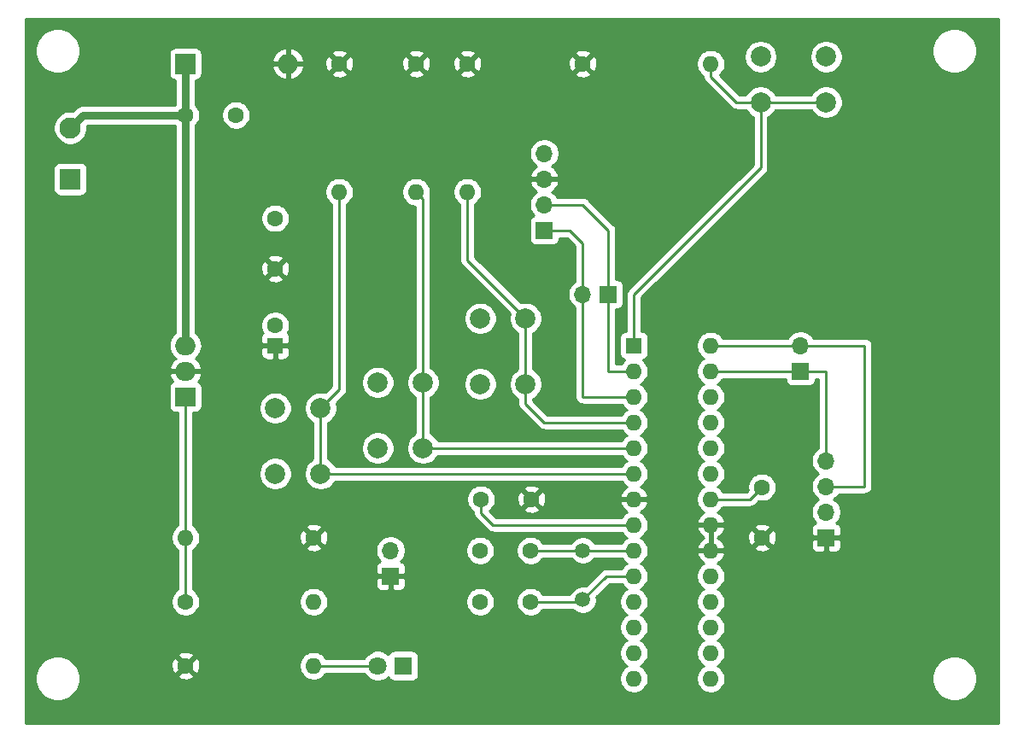
<source format=gbr>
%TF.GenerationSoftware,KiCad,Pcbnew,(5.1.6)-1*%
%TF.CreationDate,2020-10-24T11:54:38+02:00*%
%TF.ProjectId,Basic_Clock,42617369-635f-4436-9c6f-636b2e6b6963,rev?*%
%TF.SameCoordinates,Original*%
%TF.FileFunction,Copper,L1,Top*%
%TF.FilePolarity,Positive*%
%FSLAX46Y46*%
G04 Gerber Fmt 4.6, Leading zero omitted, Abs format (unit mm)*
G04 Created by KiCad (PCBNEW (5.1.6)-1) date 2020-10-24 11:54:38*
%MOMM*%
%LPD*%
G01*
G04 APERTURE LIST*
%TA.AperFunction,ComponentPad*%
%ADD10O,1.700000X1.700000*%
%TD*%
%TA.AperFunction,ComponentPad*%
%ADD11R,1.700000X1.700000*%
%TD*%
%TA.AperFunction,ComponentPad*%
%ADD12C,1.600000*%
%TD*%
%TA.AperFunction,ComponentPad*%
%ADD13C,2.000000*%
%TD*%
%TA.AperFunction,ComponentPad*%
%ADD14C,1.500000*%
%TD*%
%TA.AperFunction,ComponentPad*%
%ADD15O,2.000000X1.905000*%
%TD*%
%TA.AperFunction,ComponentPad*%
%ADD16R,2.000000X1.905000*%
%TD*%
%TA.AperFunction,ComponentPad*%
%ADD17C,1.800000*%
%TD*%
%TA.AperFunction,ComponentPad*%
%ADD18R,1.800000X1.800000*%
%TD*%
%TA.AperFunction,ComponentPad*%
%ADD19R,1.600000X1.600000*%
%TD*%
%TA.AperFunction,ComponentPad*%
%ADD20O,1.600000X1.600000*%
%TD*%
%TA.AperFunction,ComponentPad*%
%ADD21R,2.000000X2.000000*%
%TD*%
%TA.AperFunction,ComponentPad*%
%ADD22O,2.000000X2.000000*%
%TD*%
%TA.AperFunction,ComponentPad*%
%ADD23R,2.100000X2.100000*%
%TD*%
%TA.AperFunction,ComponentPad*%
%ADD24C,2.100000*%
%TD*%
%TA.AperFunction,ViaPad*%
%ADD25C,0.800000*%
%TD*%
%TA.AperFunction,Conductor*%
%ADD26C,0.250000*%
%TD*%
%TA.AperFunction,Conductor*%
%ADD27C,0.750000*%
%TD*%
%TA.AperFunction,Conductor*%
%ADD28C,0.254000*%
%TD*%
G04 APERTURE END LIST*
D10*
%TO.P,J_UART1,2*%
%TO.N,/TX*%
X92710000Y-132080000D03*
D11*
%TO.P,J_UART1,1*%
%TO.N,/RX*%
X95250000Y-132080000D03*
%TD*%
D10*
%TO.P,J_POWER1,2*%
%TO.N,GND*%
X73660000Y-157480000D03*
D11*
%TO.P,J_POWER1,1*%
%TO.N,+5V*%
X73660000Y-160020000D03*
%TD*%
D10*
%TO.P,J_I2C1,2*%
%TO.N,/SCL*%
X114300000Y-137160000D03*
D11*
%TO.P,J_I2C1,1*%
%TO.N,/SDA*%
X114300000Y-139700000D03*
%TD*%
D12*
%TO.P,C5 100nF,2*%
%TO.N,GND*%
X62230000Y-124540000D03*
%TO.P,C5 100nF,1*%
%TO.N,+5V*%
X62230000Y-129540000D03*
%TD*%
D13*
%TO.P,SW4,1*%
%TO.N,GND*%
X62230000Y-143360000D03*
%TO.P,SW4,2*%
%TO.N,/PIN4*%
X66730000Y-143360000D03*
%TO.P,SW4,1*%
%TO.N,GND*%
X62230000Y-149860000D03*
%TO.P,SW4,2*%
%TO.N,/PIN4*%
X66730000Y-149860000D03*
%TD*%
D10*
%TO.P,J2,4*%
%TO.N,GND*%
X88900000Y-118110000D03*
%TO.P,J2,3*%
%TO.N,+5V*%
X88900000Y-120650000D03*
%TO.P,J2,2*%
%TO.N,/RX*%
X88900000Y-123190000D03*
D11*
%TO.P,J2,1*%
%TO.N,/TX*%
X88900000Y-125730000D03*
%TD*%
D10*
%TO.P,J1,4*%
%TO.N,/SDA*%
X116840000Y-148590000D03*
%TO.P,J1,3*%
%TO.N,/SCL*%
X116840000Y-151130000D03*
%TO.P,J1,2*%
%TO.N,GND*%
X116840000Y-153670000D03*
D11*
%TO.P,J1,1*%
%TO.N,+5V*%
X116840000Y-156210000D03*
%TD*%
D14*
%TO.P,Y1,2*%
%TO.N,Net-(C2-Pad2)*%
X92710000Y-162360000D03*
%TO.P,Y1,1*%
%TO.N,Net-(C1-Pad2)*%
X92710000Y-157480000D03*
%TD*%
D15*
%TO.P,U1,3*%
%TO.N,+28V*%
X53340000Y-137160000D03*
%TO.P,U1,2*%
%TO.N,+5V*%
X53340000Y-139700000D03*
D16*
%TO.P,U1,1*%
%TO.N,Net-(R1-Pad2)*%
X53340000Y-142240000D03*
%TD*%
D13*
%TO.P,SW3,1*%
%TO.N,GND*%
X72390000Y-140820000D03*
%TO.P,SW3,2*%
%TO.N,/PIN3*%
X76890000Y-140820000D03*
%TO.P,SW3,1*%
%TO.N,GND*%
X72390000Y-147320000D03*
%TO.P,SW3,2*%
%TO.N,/PIN3*%
X76890000Y-147320000D03*
%TD*%
%TO.P,SW2,1*%
%TO.N,GND*%
X82550000Y-134470000D03*
%TO.P,SW2,2*%
%TO.N,/PIN2*%
X87050000Y-134470000D03*
%TO.P,SW2,1*%
%TO.N,GND*%
X82550000Y-140970000D03*
%TO.P,SW2,2*%
%TO.N,/PIN2*%
X87050000Y-140970000D03*
%TD*%
%TO.P,SW1,1*%
%TO.N,Net-(R7-Pad2)*%
X110340000Y-113030000D03*
%TO.P,SW1,2*%
%TO.N,GND*%
X110340000Y-108530000D03*
%TO.P,SW1,1*%
%TO.N,Net-(R7-Pad2)*%
X116840000Y-113030000D03*
%TO.P,SW1,2*%
%TO.N,GND*%
X116840000Y-108530000D03*
%TD*%
D17*
%TO.P,D1,2*%
%TO.N,Net-(D1-Pad2)*%
X72390000Y-168910000D03*
D18*
%TO.P,D1,1*%
%TO.N,GND*%
X74930000Y-168910000D03*
%TD*%
D12*
%TO.P,C1 22pF,2*%
%TO.N,Net-(C1-Pad2)*%
X87550000Y-157480000D03*
%TO.P,C1 22pF,1*%
%TO.N,GND*%
X82550000Y-157480000D03*
%TD*%
%TO.P,C2 22pF,1*%
%TO.N,GND*%
X82550000Y-162560000D03*
%TO.P,C2 22pF,2*%
%TO.N,Net-(C2-Pad2)*%
X87550000Y-162560000D03*
%TD*%
%TO.P,C3 100nF,1*%
%TO.N,+28V*%
X53340000Y-114300000D03*
%TO.P,C3 100nF,2*%
%TO.N,GND*%
X58340000Y-114300000D03*
%TD*%
D19*
%TO.P,C4 1uF,1*%
%TO.N,+5V*%
X62230000Y-137160000D03*
D12*
%TO.P,C4 1uF,2*%
%TO.N,GND*%
X62230000Y-135160000D03*
%TD*%
%TO.P,C6 100nF,1*%
%TO.N,+5V*%
X110490000Y-156210000D03*
%TO.P,C6 100nF,2*%
%TO.N,GND*%
X110490000Y-151210000D03*
%TD*%
%TO.P,C7 100nF,2*%
%TO.N,GND*%
X82630000Y-152400000D03*
%TO.P,C7 100nF,1*%
%TO.N,+5V*%
X87630000Y-152400000D03*
%TD*%
D19*
%TO.P,U2,1*%
%TO.N,Net-(R7-Pad2)*%
X97790000Y-137160000D03*
D20*
%TO.P,U2,15*%
%TO.N,GND*%
X105410000Y-170180000D03*
%TO.P,U2,2*%
%TO.N,/RX*%
X97790000Y-139700000D03*
%TO.P,U2,16*%
%TO.N,GND*%
X105410000Y-167640000D03*
%TO.P,U2,3*%
%TO.N,/TX*%
X97790000Y-142240000D03*
%TO.P,U2,17*%
%TO.N,GND*%
X105410000Y-165100000D03*
%TO.P,U2,4*%
%TO.N,/PIN2*%
X97790000Y-144780000D03*
%TO.P,U2,18*%
%TO.N,GND*%
X105410000Y-162560000D03*
%TO.P,U2,5*%
%TO.N,/PIN3*%
X97790000Y-147320000D03*
%TO.P,U2,19*%
%TO.N,GND*%
X105410000Y-160020000D03*
%TO.P,U2,6*%
%TO.N,/PIN4*%
X97790000Y-149860000D03*
%TO.P,U2,20*%
%TO.N,+5V*%
X105410000Y-157480000D03*
%TO.P,U2,7*%
X97790000Y-152400000D03*
%TO.P,U2,21*%
X105410000Y-154940000D03*
%TO.P,U2,8*%
%TO.N,GND*%
X97790000Y-154940000D03*
%TO.P,U2,22*%
X105410000Y-152400000D03*
%TO.P,U2,9*%
%TO.N,Net-(C1-Pad2)*%
X97790000Y-157480000D03*
%TO.P,U2,23*%
%TO.N,GND*%
X105410000Y-149860000D03*
%TO.P,U2,10*%
%TO.N,Net-(C2-Pad2)*%
X97790000Y-160020000D03*
%TO.P,U2,24*%
%TO.N,GND*%
X105410000Y-147320000D03*
%TO.P,U2,11*%
X97790000Y-162560000D03*
%TO.P,U2,25*%
X105410000Y-144780000D03*
%TO.P,U2,12*%
X97790000Y-165100000D03*
%TO.P,U2,26*%
X105410000Y-142240000D03*
%TO.P,U2,13*%
X97790000Y-167640000D03*
%TO.P,U2,27*%
%TO.N,/SDA*%
X105410000Y-139700000D03*
%TO.P,U2,14*%
%TO.N,GND*%
X97790000Y-170180000D03*
%TO.P,U2,28*%
%TO.N,/SCL*%
X105410000Y-137160000D03*
%TD*%
D21*
%TO.P,D2,1*%
%TO.N,+28V*%
X53340000Y-109220000D03*
D22*
%TO.P,D2,2*%
%TO.N,+5V*%
X63500000Y-109220000D03*
%TD*%
D12*
%TO.P,R1 240,1*%
%TO.N,+5V*%
X66040000Y-156210000D03*
D20*
%TO.P,R1 240,2*%
%TO.N,Net-(R1-Pad2)*%
X53340000Y-156210000D03*
%TD*%
%TO.P,R2 720,2*%
%TO.N,GND*%
X66040000Y-162560000D03*
D12*
%TO.P,R2 720,1*%
%TO.N,Net-(R1-Pad2)*%
X53340000Y-162560000D03*
%TD*%
%TO.P,R3 1k,1*%
%TO.N,+5V*%
X53340000Y-168910000D03*
D20*
%TO.P,R3 1k,2*%
%TO.N,Net-(D1-Pad2)*%
X66040000Y-168910000D03*
%TD*%
%TO.P,R4 10k,2*%
%TO.N,/PIN2*%
X81280000Y-121920000D03*
D12*
%TO.P,R4 10k,1*%
%TO.N,+5V*%
X81280000Y-109220000D03*
%TD*%
%TO.P,R5 10k,1*%
%TO.N,+5V*%
X76200000Y-109220000D03*
D20*
%TO.P,R5 10k,2*%
%TO.N,/PIN3*%
X76200000Y-121920000D03*
%TD*%
%TO.P,R6 10k,2*%
%TO.N,/PIN4*%
X68580000Y-121920000D03*
D12*
%TO.P,R6 10k,1*%
%TO.N,+5V*%
X68580000Y-109220000D03*
%TD*%
D23*
%TO.P,J4,1*%
%TO.N,GND*%
X41910000Y-120650000D03*
D24*
%TO.P,J4,2*%
%TO.N,+28V*%
X41910000Y-115570000D03*
%TD*%
D12*
%TO.P,R7 10k,1*%
%TO.N,+5V*%
X92710000Y-109220000D03*
D20*
%TO.P,R7 10k,2*%
%TO.N,Net-(R7-Pad2)*%
X105410000Y-109220000D03*
%TD*%
D25*
%TO.N,GND*%
X105410000Y-167640000D03*
X105410000Y-170180000D03*
%TD*%
D26*
%TO.N,Net-(C1-Pad2)*%
X97790000Y-157480000D02*
X92710000Y-157480000D01*
X87550000Y-157480000D02*
X92710000Y-157480000D01*
%TO.N,GND*%
X109300000Y-152400000D02*
X110490000Y-151210000D01*
X105410000Y-152400000D02*
X109300000Y-152400000D01*
X82630000Y-152400000D02*
X82630000Y-153750000D01*
X83820000Y-154940000D02*
X97790000Y-154940000D01*
X82630000Y-153750000D02*
X83820000Y-154940000D01*
%TO.N,Net-(C2-Pad2)*%
X97590000Y-159820000D02*
X97790000Y-160020000D01*
X92710000Y-162360000D02*
X95050000Y-160020000D01*
X95050000Y-160020000D02*
X97790000Y-160020000D01*
X92510000Y-162560000D02*
X92710000Y-162360000D01*
X87550000Y-162560000D02*
X92510000Y-162560000D01*
D27*
%TO.N,+28V*%
X53340000Y-109220000D02*
X53340000Y-114300000D01*
X53340000Y-114300000D02*
X53340000Y-137160000D01*
X43180000Y-114300000D02*
X41910000Y-115570000D01*
X53340000Y-114300000D02*
X43180000Y-114300000D01*
D26*
%TO.N,Net-(D1-Pad2)*%
X66040000Y-168910000D02*
X72390000Y-168910000D01*
%TO.N,Net-(R1-Pad2)*%
X53340000Y-162560000D02*
X53340000Y-156210000D01*
X53340000Y-156210000D02*
X53340000Y-142240000D01*
%TO.N,/PIN2*%
X87050000Y-134470000D02*
X87050000Y-140970000D01*
X81280000Y-128700000D02*
X87050000Y-134470000D01*
X81280000Y-121920000D02*
X81280000Y-128700000D01*
X87050000Y-140970000D02*
X87050000Y-142930000D01*
X88900000Y-144780000D02*
X97790000Y-144780000D01*
X87050000Y-142930000D02*
X88900000Y-144780000D01*
%TO.N,/PIN3*%
X97790000Y-147320000D02*
X76890000Y-147320000D01*
X76890000Y-147320000D02*
X76890000Y-140820000D01*
X76890000Y-122610000D02*
X76200000Y-121920000D01*
X76890000Y-140820000D02*
X76890000Y-122610000D01*
%TO.N,/PIN4*%
X66730000Y-149860000D02*
X97790000Y-149860000D01*
X68580000Y-141510000D02*
X66730000Y-143360000D01*
X68580000Y-121920000D02*
X68580000Y-141510000D01*
X66730000Y-143360000D02*
X66730000Y-149860000D01*
%TO.N,/SCL*%
X105410000Y-137160000D02*
X120650000Y-137160000D01*
X120650000Y-151130000D02*
X116840000Y-151130000D01*
X120650000Y-137160000D02*
X120650000Y-151130000D01*
%TO.N,/SDA*%
X116840000Y-139700000D02*
X105410000Y-139700000D01*
X116840000Y-148590000D02*
X116840000Y-139700000D01*
X116840000Y-139700000D02*
X114300000Y-139700000D01*
%TO.N,Net-(R7-Pad2)*%
X97790000Y-137160000D02*
X97790000Y-132080000D01*
X110340000Y-119530000D02*
X110340000Y-113030000D01*
X97790000Y-132080000D02*
X110340000Y-119530000D01*
X110340000Y-113030000D02*
X116840000Y-113030000D01*
X110340000Y-113030000D02*
X107950000Y-113030000D01*
X105410000Y-110490000D02*
X105410000Y-109220000D01*
X107950000Y-113030000D02*
X105410000Y-110490000D01*
%TO.N,/RX*%
X97790000Y-139700000D02*
X95250000Y-139700000D01*
X95250000Y-139700000D02*
X95250000Y-125730000D01*
X92710000Y-123190000D02*
X88900000Y-123190000D01*
X95250000Y-125730000D02*
X92710000Y-123190000D01*
%TO.N,/TX*%
X88900000Y-125730000D02*
X91440000Y-125730000D01*
X92710000Y-142240000D02*
X97790000Y-142240000D01*
X92710000Y-127000000D02*
X92710000Y-142240000D01*
X91440000Y-125730000D02*
X92710000Y-127000000D01*
%TD*%
D28*
%TO.N,+5V*%
G36*
X133960001Y-174600000D02*
G01*
X37490000Y-174600000D01*
X37490000Y-169959872D01*
X38405000Y-169959872D01*
X38405000Y-170400128D01*
X38490890Y-170831925D01*
X38659369Y-171238669D01*
X38903962Y-171604729D01*
X39215271Y-171916038D01*
X39581331Y-172160631D01*
X39988075Y-172329110D01*
X40419872Y-172415000D01*
X40860128Y-172415000D01*
X41291925Y-172329110D01*
X41698669Y-172160631D01*
X42064729Y-171916038D01*
X42376038Y-171604729D01*
X42620631Y-171238669D01*
X42789110Y-170831925D01*
X42875000Y-170400128D01*
X42875000Y-169959872D01*
X42863629Y-169902702D01*
X52526903Y-169902702D01*
X52598486Y-170146671D01*
X52853996Y-170267571D01*
X53128184Y-170336300D01*
X53410512Y-170350217D01*
X53690130Y-170308787D01*
X53956292Y-170213603D01*
X54081514Y-170146671D01*
X54153097Y-169902702D01*
X53340000Y-169089605D01*
X52526903Y-169902702D01*
X42863629Y-169902702D01*
X42789110Y-169528075D01*
X42620631Y-169121331D01*
X42526539Y-168980512D01*
X51899783Y-168980512D01*
X51941213Y-169260130D01*
X52036397Y-169526292D01*
X52103329Y-169651514D01*
X52347298Y-169723097D01*
X53160395Y-168910000D01*
X53519605Y-168910000D01*
X54332702Y-169723097D01*
X54576671Y-169651514D01*
X54697571Y-169396004D01*
X54766300Y-169121816D01*
X54780217Y-168839488D01*
X54769724Y-168768665D01*
X64605000Y-168768665D01*
X64605000Y-169051335D01*
X64660147Y-169328574D01*
X64768320Y-169589727D01*
X64925363Y-169824759D01*
X65125241Y-170024637D01*
X65360273Y-170181680D01*
X65621426Y-170289853D01*
X65898665Y-170345000D01*
X66181335Y-170345000D01*
X66458574Y-170289853D01*
X66719727Y-170181680D01*
X66954759Y-170024637D01*
X67154637Y-169824759D01*
X67258043Y-169670000D01*
X71051687Y-169670000D01*
X71197688Y-169888505D01*
X71411495Y-170102312D01*
X71662905Y-170270299D01*
X71942257Y-170386011D01*
X72238816Y-170445000D01*
X72541184Y-170445000D01*
X72837743Y-170386011D01*
X73117095Y-170270299D01*
X73368505Y-170102312D01*
X73434944Y-170035873D01*
X73440498Y-170054180D01*
X73499463Y-170164494D01*
X73578815Y-170261185D01*
X73675506Y-170340537D01*
X73785820Y-170399502D01*
X73905518Y-170435812D01*
X74030000Y-170448072D01*
X75830000Y-170448072D01*
X75954482Y-170435812D01*
X76074180Y-170399502D01*
X76184494Y-170340537D01*
X76281185Y-170261185D01*
X76360537Y-170164494D01*
X76419502Y-170054180D01*
X76455812Y-169934482D01*
X76468072Y-169810000D01*
X76468072Y-168010000D01*
X76455812Y-167885518D01*
X76419502Y-167765820D01*
X76360537Y-167655506D01*
X76281185Y-167558815D01*
X76184494Y-167479463D01*
X76074180Y-167420498D01*
X75954482Y-167384188D01*
X75830000Y-167371928D01*
X74030000Y-167371928D01*
X73905518Y-167384188D01*
X73785820Y-167420498D01*
X73675506Y-167479463D01*
X73578815Y-167558815D01*
X73499463Y-167655506D01*
X73440498Y-167765820D01*
X73434944Y-167784127D01*
X73368505Y-167717688D01*
X73117095Y-167549701D01*
X72837743Y-167433989D01*
X72541184Y-167375000D01*
X72238816Y-167375000D01*
X71942257Y-167433989D01*
X71662905Y-167549701D01*
X71411495Y-167717688D01*
X71197688Y-167931495D01*
X71051687Y-168150000D01*
X67258043Y-168150000D01*
X67154637Y-167995241D01*
X66954759Y-167795363D01*
X66719727Y-167638320D01*
X66458574Y-167530147D01*
X66181335Y-167475000D01*
X65898665Y-167475000D01*
X65621426Y-167530147D01*
X65360273Y-167638320D01*
X65125241Y-167795363D01*
X64925363Y-167995241D01*
X64768320Y-168230273D01*
X64660147Y-168491426D01*
X64605000Y-168768665D01*
X54769724Y-168768665D01*
X54738787Y-168559870D01*
X54643603Y-168293708D01*
X54576671Y-168168486D01*
X54332702Y-168096903D01*
X53519605Y-168910000D01*
X53160395Y-168910000D01*
X52347298Y-168096903D01*
X52103329Y-168168486D01*
X51982429Y-168423996D01*
X51913700Y-168698184D01*
X51899783Y-168980512D01*
X42526539Y-168980512D01*
X42376038Y-168755271D01*
X42064729Y-168443962D01*
X41698669Y-168199369D01*
X41291925Y-168030890D01*
X40860128Y-167945000D01*
X40419872Y-167945000D01*
X39988075Y-168030890D01*
X39581331Y-168199369D01*
X39215271Y-168443962D01*
X38903962Y-168755271D01*
X38659369Y-169121331D01*
X38490890Y-169528075D01*
X38405000Y-169959872D01*
X37490000Y-169959872D01*
X37490000Y-167917298D01*
X52526903Y-167917298D01*
X53340000Y-168730395D01*
X54153097Y-167917298D01*
X54081514Y-167673329D01*
X53826004Y-167552429D01*
X53551816Y-167483700D01*
X53269488Y-167469783D01*
X52989870Y-167511213D01*
X52723708Y-167606397D01*
X52598486Y-167673329D01*
X52526903Y-167917298D01*
X37490000Y-167917298D01*
X37490000Y-141287500D01*
X51701928Y-141287500D01*
X51701928Y-143192500D01*
X51714188Y-143316982D01*
X51750498Y-143436680D01*
X51809463Y-143546994D01*
X51888815Y-143643685D01*
X51985506Y-143723037D01*
X52095820Y-143782002D01*
X52215518Y-143818312D01*
X52340000Y-143830572D01*
X52580001Y-143830572D01*
X52580000Y-154991957D01*
X52425241Y-155095363D01*
X52225363Y-155295241D01*
X52068320Y-155530273D01*
X51960147Y-155791426D01*
X51905000Y-156068665D01*
X51905000Y-156351335D01*
X51960147Y-156628574D01*
X52068320Y-156889727D01*
X52225363Y-157124759D01*
X52425241Y-157324637D01*
X52580001Y-157428044D01*
X52580000Y-161341956D01*
X52425241Y-161445363D01*
X52225363Y-161645241D01*
X52068320Y-161880273D01*
X51960147Y-162141426D01*
X51905000Y-162418665D01*
X51905000Y-162701335D01*
X51960147Y-162978574D01*
X52068320Y-163239727D01*
X52225363Y-163474759D01*
X52425241Y-163674637D01*
X52660273Y-163831680D01*
X52921426Y-163939853D01*
X53198665Y-163995000D01*
X53481335Y-163995000D01*
X53758574Y-163939853D01*
X54019727Y-163831680D01*
X54254759Y-163674637D01*
X54454637Y-163474759D01*
X54611680Y-163239727D01*
X54719853Y-162978574D01*
X54775000Y-162701335D01*
X54775000Y-162418665D01*
X64605000Y-162418665D01*
X64605000Y-162701335D01*
X64660147Y-162978574D01*
X64768320Y-163239727D01*
X64925363Y-163474759D01*
X65125241Y-163674637D01*
X65360273Y-163831680D01*
X65621426Y-163939853D01*
X65898665Y-163995000D01*
X66181335Y-163995000D01*
X66458574Y-163939853D01*
X66719727Y-163831680D01*
X66954759Y-163674637D01*
X67154637Y-163474759D01*
X67311680Y-163239727D01*
X67419853Y-162978574D01*
X67475000Y-162701335D01*
X67475000Y-162418665D01*
X81115000Y-162418665D01*
X81115000Y-162701335D01*
X81170147Y-162978574D01*
X81278320Y-163239727D01*
X81435363Y-163474759D01*
X81635241Y-163674637D01*
X81870273Y-163831680D01*
X82131426Y-163939853D01*
X82408665Y-163995000D01*
X82691335Y-163995000D01*
X82968574Y-163939853D01*
X83229727Y-163831680D01*
X83464759Y-163674637D01*
X83664637Y-163474759D01*
X83821680Y-163239727D01*
X83929853Y-162978574D01*
X83985000Y-162701335D01*
X83985000Y-162418665D01*
X83929853Y-162141426D01*
X83821680Y-161880273D01*
X83664637Y-161645241D01*
X83464759Y-161445363D01*
X83229727Y-161288320D01*
X82968574Y-161180147D01*
X82691335Y-161125000D01*
X82408665Y-161125000D01*
X82131426Y-161180147D01*
X81870273Y-161288320D01*
X81635241Y-161445363D01*
X81435363Y-161645241D01*
X81278320Y-161880273D01*
X81170147Y-162141426D01*
X81115000Y-162418665D01*
X67475000Y-162418665D01*
X67419853Y-162141426D01*
X67311680Y-161880273D01*
X67154637Y-161645241D01*
X66954759Y-161445363D01*
X66719727Y-161288320D01*
X66458574Y-161180147D01*
X66181335Y-161125000D01*
X65898665Y-161125000D01*
X65621426Y-161180147D01*
X65360273Y-161288320D01*
X65125241Y-161445363D01*
X64925363Y-161645241D01*
X64768320Y-161880273D01*
X64660147Y-162141426D01*
X64605000Y-162418665D01*
X54775000Y-162418665D01*
X54719853Y-162141426D01*
X54611680Y-161880273D01*
X54454637Y-161645241D01*
X54254759Y-161445363D01*
X54100000Y-161341957D01*
X54100000Y-160870000D01*
X72171928Y-160870000D01*
X72184188Y-160994482D01*
X72220498Y-161114180D01*
X72279463Y-161224494D01*
X72358815Y-161321185D01*
X72455506Y-161400537D01*
X72565820Y-161459502D01*
X72685518Y-161495812D01*
X72810000Y-161508072D01*
X73374250Y-161505000D01*
X73533000Y-161346250D01*
X73533000Y-160147000D01*
X73787000Y-160147000D01*
X73787000Y-161346250D01*
X73945750Y-161505000D01*
X74510000Y-161508072D01*
X74634482Y-161495812D01*
X74754180Y-161459502D01*
X74864494Y-161400537D01*
X74961185Y-161321185D01*
X75040537Y-161224494D01*
X75099502Y-161114180D01*
X75135812Y-160994482D01*
X75148072Y-160870000D01*
X75145000Y-160305750D01*
X74986250Y-160147000D01*
X73787000Y-160147000D01*
X73533000Y-160147000D01*
X72333750Y-160147000D01*
X72175000Y-160305750D01*
X72171928Y-160870000D01*
X54100000Y-160870000D01*
X54100000Y-159170000D01*
X72171928Y-159170000D01*
X72175000Y-159734250D01*
X72333750Y-159893000D01*
X73533000Y-159893000D01*
X73533000Y-159873000D01*
X73787000Y-159873000D01*
X73787000Y-159893000D01*
X74986250Y-159893000D01*
X75145000Y-159734250D01*
X75148072Y-159170000D01*
X75135812Y-159045518D01*
X75099502Y-158925820D01*
X75040537Y-158815506D01*
X74961185Y-158718815D01*
X74864494Y-158639463D01*
X74754180Y-158580498D01*
X74681620Y-158558487D01*
X74813475Y-158426632D01*
X74975990Y-158183411D01*
X75087932Y-157913158D01*
X75145000Y-157626260D01*
X75145000Y-157338665D01*
X81115000Y-157338665D01*
X81115000Y-157621335D01*
X81170147Y-157898574D01*
X81278320Y-158159727D01*
X81435363Y-158394759D01*
X81635241Y-158594637D01*
X81870273Y-158751680D01*
X82131426Y-158859853D01*
X82408665Y-158915000D01*
X82691335Y-158915000D01*
X82968574Y-158859853D01*
X83229727Y-158751680D01*
X83464759Y-158594637D01*
X83664637Y-158394759D01*
X83821680Y-158159727D01*
X83929853Y-157898574D01*
X83985000Y-157621335D01*
X83985000Y-157338665D01*
X83929853Y-157061426D01*
X83821680Y-156800273D01*
X83664637Y-156565241D01*
X83464759Y-156365363D01*
X83229727Y-156208320D01*
X82968574Y-156100147D01*
X82691335Y-156045000D01*
X82408665Y-156045000D01*
X82131426Y-156100147D01*
X81870273Y-156208320D01*
X81635241Y-156365363D01*
X81435363Y-156565241D01*
X81278320Y-156800273D01*
X81170147Y-157061426D01*
X81115000Y-157338665D01*
X75145000Y-157338665D01*
X75145000Y-157333740D01*
X75087932Y-157046842D01*
X74975990Y-156776589D01*
X74813475Y-156533368D01*
X74606632Y-156326525D01*
X74363411Y-156164010D01*
X74093158Y-156052068D01*
X73806260Y-155995000D01*
X73513740Y-155995000D01*
X73226842Y-156052068D01*
X72956589Y-156164010D01*
X72713368Y-156326525D01*
X72506525Y-156533368D01*
X72344010Y-156776589D01*
X72232068Y-157046842D01*
X72175000Y-157333740D01*
X72175000Y-157626260D01*
X72232068Y-157913158D01*
X72344010Y-158183411D01*
X72506525Y-158426632D01*
X72638380Y-158558487D01*
X72565820Y-158580498D01*
X72455506Y-158639463D01*
X72358815Y-158718815D01*
X72279463Y-158815506D01*
X72220498Y-158925820D01*
X72184188Y-159045518D01*
X72171928Y-159170000D01*
X54100000Y-159170000D01*
X54100000Y-157428043D01*
X54254759Y-157324637D01*
X54376694Y-157202702D01*
X65226903Y-157202702D01*
X65298486Y-157446671D01*
X65553996Y-157567571D01*
X65828184Y-157636300D01*
X66110512Y-157650217D01*
X66390130Y-157608787D01*
X66656292Y-157513603D01*
X66781514Y-157446671D01*
X66853097Y-157202702D01*
X66040000Y-156389605D01*
X65226903Y-157202702D01*
X54376694Y-157202702D01*
X54454637Y-157124759D01*
X54611680Y-156889727D01*
X54719853Y-156628574D01*
X54775000Y-156351335D01*
X54775000Y-156280512D01*
X64599783Y-156280512D01*
X64641213Y-156560130D01*
X64736397Y-156826292D01*
X64803329Y-156951514D01*
X65047298Y-157023097D01*
X65860395Y-156210000D01*
X66219605Y-156210000D01*
X67032702Y-157023097D01*
X67276671Y-156951514D01*
X67397571Y-156696004D01*
X67466300Y-156421816D01*
X67480217Y-156139488D01*
X67438787Y-155859870D01*
X67343603Y-155593708D01*
X67276671Y-155468486D01*
X67032702Y-155396903D01*
X66219605Y-156210000D01*
X65860395Y-156210000D01*
X65047298Y-155396903D01*
X64803329Y-155468486D01*
X64682429Y-155723996D01*
X64613700Y-155998184D01*
X64599783Y-156280512D01*
X54775000Y-156280512D01*
X54775000Y-156068665D01*
X54719853Y-155791426D01*
X54611680Y-155530273D01*
X54454637Y-155295241D01*
X54376694Y-155217298D01*
X65226903Y-155217298D01*
X66040000Y-156030395D01*
X66853097Y-155217298D01*
X66781514Y-154973329D01*
X66526004Y-154852429D01*
X66251816Y-154783700D01*
X65969488Y-154769783D01*
X65689870Y-154811213D01*
X65423708Y-154906397D01*
X65298486Y-154973329D01*
X65226903Y-155217298D01*
X54376694Y-155217298D01*
X54254759Y-155095363D01*
X54100000Y-154991957D01*
X54100000Y-152258665D01*
X81195000Y-152258665D01*
X81195000Y-152541335D01*
X81250147Y-152818574D01*
X81358320Y-153079727D01*
X81515363Y-153314759D01*
X81715241Y-153514637D01*
X81870001Y-153618044D01*
X81870001Y-153712668D01*
X81866324Y-153750000D01*
X81880998Y-153898985D01*
X81924454Y-154042246D01*
X81995026Y-154174276D01*
X82065603Y-154260273D01*
X82090000Y-154290001D01*
X82118998Y-154313799D01*
X83256201Y-155451003D01*
X83279999Y-155480001D01*
X83308997Y-155503799D01*
X83395723Y-155574974D01*
X83527753Y-155645546D01*
X83671014Y-155689003D01*
X83782667Y-155700000D01*
X83782676Y-155700000D01*
X83819999Y-155703676D01*
X83857322Y-155700000D01*
X96571957Y-155700000D01*
X96675363Y-155854759D01*
X96875241Y-156054637D01*
X97107759Y-156210000D01*
X96875241Y-156365363D01*
X96675363Y-156565241D01*
X96571957Y-156720000D01*
X93867909Y-156720000D01*
X93785799Y-156597114D01*
X93592886Y-156404201D01*
X93366043Y-156252629D01*
X93113989Y-156148225D01*
X92846411Y-156095000D01*
X92573589Y-156095000D01*
X92306011Y-156148225D01*
X92053957Y-156252629D01*
X91827114Y-156404201D01*
X91634201Y-156597114D01*
X91552091Y-156720000D01*
X88768043Y-156720000D01*
X88664637Y-156565241D01*
X88464759Y-156365363D01*
X88229727Y-156208320D01*
X87968574Y-156100147D01*
X87691335Y-156045000D01*
X87408665Y-156045000D01*
X87131426Y-156100147D01*
X86870273Y-156208320D01*
X86635241Y-156365363D01*
X86435363Y-156565241D01*
X86278320Y-156800273D01*
X86170147Y-157061426D01*
X86115000Y-157338665D01*
X86115000Y-157621335D01*
X86170147Y-157898574D01*
X86278320Y-158159727D01*
X86435363Y-158394759D01*
X86635241Y-158594637D01*
X86870273Y-158751680D01*
X87131426Y-158859853D01*
X87408665Y-158915000D01*
X87691335Y-158915000D01*
X87968574Y-158859853D01*
X88229727Y-158751680D01*
X88464759Y-158594637D01*
X88664637Y-158394759D01*
X88768043Y-158240000D01*
X91552091Y-158240000D01*
X91634201Y-158362886D01*
X91827114Y-158555799D01*
X92053957Y-158707371D01*
X92306011Y-158811775D01*
X92573589Y-158865000D01*
X92846411Y-158865000D01*
X93113989Y-158811775D01*
X93366043Y-158707371D01*
X93592886Y-158555799D01*
X93785799Y-158362886D01*
X93867909Y-158240000D01*
X96571957Y-158240000D01*
X96675363Y-158394759D01*
X96875241Y-158594637D01*
X97107759Y-158750000D01*
X96875241Y-158905363D01*
X96675363Y-159105241D01*
X96571957Y-159260000D01*
X95087325Y-159260000D01*
X95050000Y-159256324D01*
X95012675Y-159260000D01*
X95012667Y-159260000D01*
X94901014Y-159270997D01*
X94757753Y-159314454D01*
X94625724Y-159385026D01*
X94509999Y-159479999D01*
X94486201Y-159508997D01*
X92991365Y-161003833D01*
X92846411Y-160975000D01*
X92573589Y-160975000D01*
X92306011Y-161028225D01*
X92053957Y-161132629D01*
X91827114Y-161284201D01*
X91634201Y-161477114D01*
X91482629Y-161703957D01*
X91442847Y-161800000D01*
X88768043Y-161800000D01*
X88664637Y-161645241D01*
X88464759Y-161445363D01*
X88229727Y-161288320D01*
X87968574Y-161180147D01*
X87691335Y-161125000D01*
X87408665Y-161125000D01*
X87131426Y-161180147D01*
X86870273Y-161288320D01*
X86635241Y-161445363D01*
X86435363Y-161645241D01*
X86278320Y-161880273D01*
X86170147Y-162141426D01*
X86115000Y-162418665D01*
X86115000Y-162701335D01*
X86170147Y-162978574D01*
X86278320Y-163239727D01*
X86435363Y-163474759D01*
X86635241Y-163674637D01*
X86870273Y-163831680D01*
X87131426Y-163939853D01*
X87408665Y-163995000D01*
X87691335Y-163995000D01*
X87968574Y-163939853D01*
X88229727Y-163831680D01*
X88464759Y-163674637D01*
X88664637Y-163474759D01*
X88768043Y-163320000D01*
X91711315Y-163320000D01*
X91827114Y-163435799D01*
X92053957Y-163587371D01*
X92306011Y-163691775D01*
X92573589Y-163745000D01*
X92846411Y-163745000D01*
X93113989Y-163691775D01*
X93366043Y-163587371D01*
X93592886Y-163435799D01*
X93785799Y-163242886D01*
X93937371Y-163016043D01*
X94041775Y-162763989D01*
X94095000Y-162496411D01*
X94095000Y-162223589D01*
X94066167Y-162078635D01*
X95364802Y-160780000D01*
X96571957Y-160780000D01*
X96675363Y-160934759D01*
X96875241Y-161134637D01*
X97107759Y-161290000D01*
X96875241Y-161445363D01*
X96675363Y-161645241D01*
X96518320Y-161880273D01*
X96410147Y-162141426D01*
X96355000Y-162418665D01*
X96355000Y-162701335D01*
X96410147Y-162978574D01*
X96518320Y-163239727D01*
X96675363Y-163474759D01*
X96875241Y-163674637D01*
X97107759Y-163830000D01*
X96875241Y-163985363D01*
X96675363Y-164185241D01*
X96518320Y-164420273D01*
X96410147Y-164681426D01*
X96355000Y-164958665D01*
X96355000Y-165241335D01*
X96410147Y-165518574D01*
X96518320Y-165779727D01*
X96675363Y-166014759D01*
X96875241Y-166214637D01*
X97107759Y-166370000D01*
X96875241Y-166525363D01*
X96675363Y-166725241D01*
X96518320Y-166960273D01*
X96410147Y-167221426D01*
X96355000Y-167498665D01*
X96355000Y-167781335D01*
X96410147Y-168058574D01*
X96518320Y-168319727D01*
X96675363Y-168554759D01*
X96875241Y-168754637D01*
X97107759Y-168910000D01*
X96875241Y-169065363D01*
X96675363Y-169265241D01*
X96518320Y-169500273D01*
X96410147Y-169761426D01*
X96355000Y-170038665D01*
X96355000Y-170321335D01*
X96410147Y-170598574D01*
X96518320Y-170859727D01*
X96675363Y-171094759D01*
X96875241Y-171294637D01*
X97110273Y-171451680D01*
X97371426Y-171559853D01*
X97648665Y-171615000D01*
X97931335Y-171615000D01*
X98208574Y-171559853D01*
X98469727Y-171451680D01*
X98704759Y-171294637D01*
X98904637Y-171094759D01*
X99061680Y-170859727D01*
X99169853Y-170598574D01*
X99225000Y-170321335D01*
X99225000Y-170038665D01*
X99169853Y-169761426D01*
X99061680Y-169500273D01*
X98904637Y-169265241D01*
X98704759Y-169065363D01*
X98472241Y-168910000D01*
X98704759Y-168754637D01*
X98904637Y-168554759D01*
X99061680Y-168319727D01*
X99169853Y-168058574D01*
X99225000Y-167781335D01*
X99225000Y-167498665D01*
X99169853Y-167221426D01*
X99061680Y-166960273D01*
X98904637Y-166725241D01*
X98704759Y-166525363D01*
X98472241Y-166370000D01*
X98704759Y-166214637D01*
X98904637Y-166014759D01*
X99061680Y-165779727D01*
X99169853Y-165518574D01*
X99225000Y-165241335D01*
X99225000Y-164958665D01*
X99169853Y-164681426D01*
X99061680Y-164420273D01*
X98904637Y-164185241D01*
X98704759Y-163985363D01*
X98472241Y-163830000D01*
X98704759Y-163674637D01*
X98904637Y-163474759D01*
X99061680Y-163239727D01*
X99169853Y-162978574D01*
X99225000Y-162701335D01*
X99225000Y-162418665D01*
X99169853Y-162141426D01*
X99061680Y-161880273D01*
X98904637Y-161645241D01*
X98704759Y-161445363D01*
X98472241Y-161290000D01*
X98704759Y-161134637D01*
X98904637Y-160934759D01*
X99061680Y-160699727D01*
X99169853Y-160438574D01*
X99225000Y-160161335D01*
X99225000Y-159878665D01*
X103975000Y-159878665D01*
X103975000Y-160161335D01*
X104030147Y-160438574D01*
X104138320Y-160699727D01*
X104295363Y-160934759D01*
X104495241Y-161134637D01*
X104727759Y-161290000D01*
X104495241Y-161445363D01*
X104295363Y-161645241D01*
X104138320Y-161880273D01*
X104030147Y-162141426D01*
X103975000Y-162418665D01*
X103975000Y-162701335D01*
X104030147Y-162978574D01*
X104138320Y-163239727D01*
X104295363Y-163474759D01*
X104495241Y-163674637D01*
X104727759Y-163830000D01*
X104495241Y-163985363D01*
X104295363Y-164185241D01*
X104138320Y-164420273D01*
X104030147Y-164681426D01*
X103975000Y-164958665D01*
X103975000Y-165241335D01*
X104030147Y-165518574D01*
X104138320Y-165779727D01*
X104295363Y-166014759D01*
X104495241Y-166214637D01*
X104727759Y-166370000D01*
X104495241Y-166525363D01*
X104295363Y-166725241D01*
X104138320Y-166960273D01*
X104030147Y-167221426D01*
X103975000Y-167498665D01*
X103975000Y-167781335D01*
X104030147Y-168058574D01*
X104138320Y-168319727D01*
X104295363Y-168554759D01*
X104495241Y-168754637D01*
X104727759Y-168910000D01*
X104495241Y-169065363D01*
X104295363Y-169265241D01*
X104138320Y-169500273D01*
X104030147Y-169761426D01*
X103975000Y-170038665D01*
X103975000Y-170321335D01*
X104030147Y-170598574D01*
X104138320Y-170859727D01*
X104295363Y-171094759D01*
X104495241Y-171294637D01*
X104730273Y-171451680D01*
X104991426Y-171559853D01*
X105268665Y-171615000D01*
X105551335Y-171615000D01*
X105828574Y-171559853D01*
X106089727Y-171451680D01*
X106324759Y-171294637D01*
X106524637Y-171094759D01*
X106681680Y-170859727D01*
X106789853Y-170598574D01*
X106845000Y-170321335D01*
X106845000Y-170038665D01*
X106829327Y-169959872D01*
X127305000Y-169959872D01*
X127305000Y-170400128D01*
X127390890Y-170831925D01*
X127559369Y-171238669D01*
X127803962Y-171604729D01*
X128115271Y-171916038D01*
X128481331Y-172160631D01*
X128888075Y-172329110D01*
X129319872Y-172415000D01*
X129760128Y-172415000D01*
X130191925Y-172329110D01*
X130598669Y-172160631D01*
X130964729Y-171916038D01*
X131276038Y-171604729D01*
X131520631Y-171238669D01*
X131689110Y-170831925D01*
X131775000Y-170400128D01*
X131775000Y-169959872D01*
X131689110Y-169528075D01*
X131520631Y-169121331D01*
X131276038Y-168755271D01*
X130964729Y-168443962D01*
X130598669Y-168199369D01*
X130191925Y-168030890D01*
X129760128Y-167945000D01*
X129319872Y-167945000D01*
X128888075Y-168030890D01*
X128481331Y-168199369D01*
X128115271Y-168443962D01*
X127803962Y-168755271D01*
X127559369Y-169121331D01*
X127390890Y-169528075D01*
X127305000Y-169959872D01*
X106829327Y-169959872D01*
X106789853Y-169761426D01*
X106681680Y-169500273D01*
X106524637Y-169265241D01*
X106324759Y-169065363D01*
X106092241Y-168910000D01*
X106324759Y-168754637D01*
X106524637Y-168554759D01*
X106681680Y-168319727D01*
X106789853Y-168058574D01*
X106845000Y-167781335D01*
X106845000Y-167498665D01*
X106789853Y-167221426D01*
X106681680Y-166960273D01*
X106524637Y-166725241D01*
X106324759Y-166525363D01*
X106092241Y-166370000D01*
X106324759Y-166214637D01*
X106524637Y-166014759D01*
X106681680Y-165779727D01*
X106789853Y-165518574D01*
X106845000Y-165241335D01*
X106845000Y-164958665D01*
X106789853Y-164681426D01*
X106681680Y-164420273D01*
X106524637Y-164185241D01*
X106324759Y-163985363D01*
X106092241Y-163830000D01*
X106324759Y-163674637D01*
X106524637Y-163474759D01*
X106681680Y-163239727D01*
X106789853Y-162978574D01*
X106845000Y-162701335D01*
X106845000Y-162418665D01*
X106789853Y-162141426D01*
X106681680Y-161880273D01*
X106524637Y-161645241D01*
X106324759Y-161445363D01*
X106092241Y-161290000D01*
X106324759Y-161134637D01*
X106524637Y-160934759D01*
X106681680Y-160699727D01*
X106789853Y-160438574D01*
X106845000Y-160161335D01*
X106845000Y-159878665D01*
X106789853Y-159601426D01*
X106681680Y-159340273D01*
X106524637Y-159105241D01*
X106324759Y-158905363D01*
X106089727Y-158748320D01*
X106079135Y-158743933D01*
X106265131Y-158632385D01*
X106473519Y-158443414D01*
X106641037Y-158217420D01*
X106761246Y-157963087D01*
X106801904Y-157829039D01*
X106679915Y-157607000D01*
X105537000Y-157607000D01*
X105537000Y-157627000D01*
X105283000Y-157627000D01*
X105283000Y-157607000D01*
X104140085Y-157607000D01*
X104018096Y-157829039D01*
X104058754Y-157963087D01*
X104178963Y-158217420D01*
X104346481Y-158443414D01*
X104554869Y-158632385D01*
X104740865Y-158743933D01*
X104730273Y-158748320D01*
X104495241Y-158905363D01*
X104295363Y-159105241D01*
X104138320Y-159340273D01*
X104030147Y-159601426D01*
X103975000Y-159878665D01*
X99225000Y-159878665D01*
X99169853Y-159601426D01*
X99061680Y-159340273D01*
X98904637Y-159105241D01*
X98704759Y-158905363D01*
X98472241Y-158750000D01*
X98704759Y-158594637D01*
X98904637Y-158394759D01*
X99061680Y-158159727D01*
X99169853Y-157898574D01*
X99225000Y-157621335D01*
X99225000Y-157338665D01*
X99169853Y-157061426D01*
X99061680Y-156800273D01*
X98904637Y-156565241D01*
X98704759Y-156365363D01*
X98472241Y-156210000D01*
X98704759Y-156054637D01*
X98904637Y-155854759D01*
X99061680Y-155619727D01*
X99169853Y-155358574D01*
X99183684Y-155289039D01*
X104018096Y-155289039D01*
X104058754Y-155423087D01*
X104178963Y-155677420D01*
X104346481Y-155903414D01*
X104554869Y-156092385D01*
X104750982Y-156210000D01*
X104554869Y-156327615D01*
X104346481Y-156516586D01*
X104178963Y-156742580D01*
X104058754Y-156996913D01*
X104018096Y-157130961D01*
X104140085Y-157353000D01*
X105283000Y-157353000D01*
X105283000Y-155067000D01*
X105537000Y-155067000D01*
X105537000Y-157353000D01*
X106679915Y-157353000D01*
X106762489Y-157202702D01*
X109676903Y-157202702D01*
X109748486Y-157446671D01*
X110003996Y-157567571D01*
X110278184Y-157636300D01*
X110560512Y-157650217D01*
X110840130Y-157608787D01*
X111106292Y-157513603D01*
X111231514Y-157446671D01*
X111303097Y-157202702D01*
X111160395Y-157060000D01*
X115351928Y-157060000D01*
X115364188Y-157184482D01*
X115400498Y-157304180D01*
X115459463Y-157414494D01*
X115538815Y-157511185D01*
X115635506Y-157590537D01*
X115745820Y-157649502D01*
X115865518Y-157685812D01*
X115990000Y-157698072D01*
X116554250Y-157695000D01*
X116713000Y-157536250D01*
X116713000Y-156337000D01*
X116967000Y-156337000D01*
X116967000Y-157536250D01*
X117125750Y-157695000D01*
X117690000Y-157698072D01*
X117814482Y-157685812D01*
X117934180Y-157649502D01*
X118044494Y-157590537D01*
X118141185Y-157511185D01*
X118220537Y-157414494D01*
X118279502Y-157304180D01*
X118315812Y-157184482D01*
X118328072Y-157060000D01*
X118325000Y-156495750D01*
X118166250Y-156337000D01*
X116967000Y-156337000D01*
X116713000Y-156337000D01*
X115513750Y-156337000D01*
X115355000Y-156495750D01*
X115351928Y-157060000D01*
X111160395Y-157060000D01*
X110490000Y-156389605D01*
X109676903Y-157202702D01*
X106762489Y-157202702D01*
X106801904Y-157130961D01*
X106761246Y-156996913D01*
X106641037Y-156742580D01*
X106473519Y-156516586D01*
X106265131Y-156327615D01*
X106186591Y-156280512D01*
X109049783Y-156280512D01*
X109091213Y-156560130D01*
X109186397Y-156826292D01*
X109253329Y-156951514D01*
X109497298Y-157023097D01*
X110310395Y-156210000D01*
X110669605Y-156210000D01*
X111482702Y-157023097D01*
X111726671Y-156951514D01*
X111847571Y-156696004D01*
X111916300Y-156421816D01*
X111930217Y-156139488D01*
X111888787Y-155859870D01*
X111793603Y-155593708D01*
X111726671Y-155468486D01*
X111482702Y-155396903D01*
X110669605Y-156210000D01*
X110310395Y-156210000D01*
X109497298Y-155396903D01*
X109253329Y-155468486D01*
X109132429Y-155723996D01*
X109063700Y-155998184D01*
X109049783Y-156280512D01*
X106186591Y-156280512D01*
X106069018Y-156210000D01*
X106265131Y-156092385D01*
X106473519Y-155903414D01*
X106641037Y-155677420D01*
X106761246Y-155423087D01*
X106801904Y-155289039D01*
X106762490Y-155217298D01*
X109676903Y-155217298D01*
X110490000Y-156030395D01*
X111303097Y-155217298D01*
X111231514Y-154973329D01*
X110976004Y-154852429D01*
X110701816Y-154783700D01*
X110419488Y-154769783D01*
X110139870Y-154811213D01*
X109873708Y-154906397D01*
X109748486Y-154973329D01*
X109676903Y-155217298D01*
X106762490Y-155217298D01*
X106679915Y-155067000D01*
X105537000Y-155067000D01*
X105283000Y-155067000D01*
X104140085Y-155067000D01*
X104018096Y-155289039D01*
X99183684Y-155289039D01*
X99225000Y-155081335D01*
X99225000Y-154798665D01*
X99169853Y-154521426D01*
X99061680Y-154260273D01*
X98904637Y-154025241D01*
X98704759Y-153825363D01*
X98469727Y-153668320D01*
X98459135Y-153663933D01*
X98645131Y-153552385D01*
X98853519Y-153363414D01*
X99021037Y-153137420D01*
X99141246Y-152883087D01*
X99181904Y-152749039D01*
X99059915Y-152527000D01*
X97917000Y-152527000D01*
X97917000Y-152547000D01*
X97663000Y-152547000D01*
X97663000Y-152527000D01*
X96520085Y-152527000D01*
X96398096Y-152749039D01*
X96438754Y-152883087D01*
X96558963Y-153137420D01*
X96726481Y-153363414D01*
X96934869Y-153552385D01*
X97120865Y-153663933D01*
X97110273Y-153668320D01*
X96875241Y-153825363D01*
X96675363Y-154025241D01*
X96571957Y-154180000D01*
X84134802Y-154180000D01*
X83499607Y-153544806D01*
X83544759Y-153514637D01*
X83666694Y-153392702D01*
X86816903Y-153392702D01*
X86888486Y-153636671D01*
X87143996Y-153757571D01*
X87418184Y-153826300D01*
X87700512Y-153840217D01*
X87980130Y-153798787D01*
X88246292Y-153703603D01*
X88371514Y-153636671D01*
X88443097Y-153392702D01*
X87630000Y-152579605D01*
X86816903Y-153392702D01*
X83666694Y-153392702D01*
X83744637Y-153314759D01*
X83901680Y-153079727D01*
X84009853Y-152818574D01*
X84065000Y-152541335D01*
X84065000Y-152470512D01*
X86189783Y-152470512D01*
X86231213Y-152750130D01*
X86326397Y-153016292D01*
X86393329Y-153141514D01*
X86637298Y-153213097D01*
X87450395Y-152400000D01*
X87809605Y-152400000D01*
X88622702Y-153213097D01*
X88866671Y-153141514D01*
X88987571Y-152886004D01*
X89056300Y-152611816D01*
X89070217Y-152329488D01*
X89028787Y-152049870D01*
X88933603Y-151783708D01*
X88866671Y-151658486D01*
X88622702Y-151586903D01*
X87809605Y-152400000D01*
X87450395Y-152400000D01*
X86637298Y-151586903D01*
X86393329Y-151658486D01*
X86272429Y-151913996D01*
X86203700Y-152188184D01*
X86189783Y-152470512D01*
X84065000Y-152470512D01*
X84065000Y-152258665D01*
X84009853Y-151981426D01*
X83901680Y-151720273D01*
X83744637Y-151485241D01*
X83666694Y-151407298D01*
X86816903Y-151407298D01*
X87630000Y-152220395D01*
X88443097Y-151407298D01*
X88371514Y-151163329D01*
X88116004Y-151042429D01*
X87841816Y-150973700D01*
X87559488Y-150959783D01*
X87279870Y-151001213D01*
X87013708Y-151096397D01*
X86888486Y-151163329D01*
X86816903Y-151407298D01*
X83666694Y-151407298D01*
X83544759Y-151285363D01*
X83309727Y-151128320D01*
X83048574Y-151020147D01*
X82771335Y-150965000D01*
X82488665Y-150965000D01*
X82211426Y-151020147D01*
X81950273Y-151128320D01*
X81715241Y-151285363D01*
X81515363Y-151485241D01*
X81358320Y-151720273D01*
X81250147Y-151981426D01*
X81195000Y-152258665D01*
X54100000Y-152258665D01*
X54100000Y-149698967D01*
X60595000Y-149698967D01*
X60595000Y-150021033D01*
X60657832Y-150336912D01*
X60781082Y-150634463D01*
X60960013Y-150902252D01*
X61187748Y-151129987D01*
X61455537Y-151308918D01*
X61753088Y-151432168D01*
X62068967Y-151495000D01*
X62391033Y-151495000D01*
X62706912Y-151432168D01*
X63004463Y-151308918D01*
X63272252Y-151129987D01*
X63499987Y-150902252D01*
X63678918Y-150634463D01*
X63802168Y-150336912D01*
X63865000Y-150021033D01*
X63865000Y-149698967D01*
X63802168Y-149383088D01*
X63678918Y-149085537D01*
X63499987Y-148817748D01*
X63272252Y-148590013D01*
X63004463Y-148411082D01*
X62706912Y-148287832D01*
X62391033Y-148225000D01*
X62068967Y-148225000D01*
X61753088Y-148287832D01*
X61455537Y-148411082D01*
X61187748Y-148590013D01*
X60960013Y-148817748D01*
X60781082Y-149085537D01*
X60657832Y-149383088D01*
X60595000Y-149698967D01*
X54100000Y-149698967D01*
X54100000Y-143830572D01*
X54340000Y-143830572D01*
X54464482Y-143818312D01*
X54584180Y-143782002D01*
X54694494Y-143723037D01*
X54791185Y-143643685D01*
X54870537Y-143546994D01*
X54929502Y-143436680D01*
X54965812Y-143316982D01*
X54977435Y-143198967D01*
X60595000Y-143198967D01*
X60595000Y-143521033D01*
X60657832Y-143836912D01*
X60781082Y-144134463D01*
X60960013Y-144402252D01*
X61187748Y-144629987D01*
X61455537Y-144808918D01*
X61753088Y-144932168D01*
X62068967Y-144995000D01*
X62391033Y-144995000D01*
X62706912Y-144932168D01*
X63004463Y-144808918D01*
X63272252Y-144629987D01*
X63499987Y-144402252D01*
X63678918Y-144134463D01*
X63802168Y-143836912D01*
X63865000Y-143521033D01*
X63865000Y-143198967D01*
X65095000Y-143198967D01*
X65095000Y-143521033D01*
X65157832Y-143836912D01*
X65281082Y-144134463D01*
X65460013Y-144402252D01*
X65687748Y-144629987D01*
X65955537Y-144808918D01*
X65970000Y-144814909D01*
X65970001Y-148405091D01*
X65955537Y-148411082D01*
X65687748Y-148590013D01*
X65460013Y-148817748D01*
X65281082Y-149085537D01*
X65157832Y-149383088D01*
X65095000Y-149698967D01*
X65095000Y-150021033D01*
X65157832Y-150336912D01*
X65281082Y-150634463D01*
X65460013Y-150902252D01*
X65687748Y-151129987D01*
X65955537Y-151308918D01*
X66253088Y-151432168D01*
X66568967Y-151495000D01*
X66891033Y-151495000D01*
X67206912Y-151432168D01*
X67504463Y-151308918D01*
X67772252Y-151129987D01*
X67999987Y-150902252D01*
X68178918Y-150634463D01*
X68184909Y-150620000D01*
X96571957Y-150620000D01*
X96675363Y-150774759D01*
X96875241Y-150974637D01*
X97110273Y-151131680D01*
X97120865Y-151136067D01*
X96934869Y-151247615D01*
X96726481Y-151436586D01*
X96558963Y-151662580D01*
X96438754Y-151916913D01*
X96398096Y-152050961D01*
X96520085Y-152273000D01*
X97663000Y-152273000D01*
X97663000Y-152253000D01*
X97917000Y-152253000D01*
X97917000Y-152273000D01*
X99059915Y-152273000D01*
X99181904Y-152050961D01*
X99141246Y-151916913D01*
X99021037Y-151662580D01*
X98853519Y-151436586D01*
X98645131Y-151247615D01*
X98459135Y-151136067D01*
X98469727Y-151131680D01*
X98704759Y-150974637D01*
X98904637Y-150774759D01*
X99061680Y-150539727D01*
X99169853Y-150278574D01*
X99225000Y-150001335D01*
X99225000Y-149718665D01*
X99169853Y-149441426D01*
X99061680Y-149180273D01*
X98904637Y-148945241D01*
X98704759Y-148745363D01*
X98472241Y-148590000D01*
X98704759Y-148434637D01*
X98904637Y-148234759D01*
X99061680Y-147999727D01*
X99169853Y-147738574D01*
X99225000Y-147461335D01*
X99225000Y-147178665D01*
X99169853Y-146901426D01*
X99061680Y-146640273D01*
X98904637Y-146405241D01*
X98704759Y-146205363D01*
X98472241Y-146050000D01*
X98704759Y-145894637D01*
X98904637Y-145694759D01*
X99061680Y-145459727D01*
X99169853Y-145198574D01*
X99225000Y-144921335D01*
X99225000Y-144638665D01*
X99169853Y-144361426D01*
X99061680Y-144100273D01*
X98904637Y-143865241D01*
X98704759Y-143665363D01*
X98472241Y-143510000D01*
X98704759Y-143354637D01*
X98904637Y-143154759D01*
X99061680Y-142919727D01*
X99169853Y-142658574D01*
X99225000Y-142381335D01*
X99225000Y-142098665D01*
X99169853Y-141821426D01*
X99061680Y-141560273D01*
X98904637Y-141325241D01*
X98704759Y-141125363D01*
X98472241Y-140970000D01*
X98704759Y-140814637D01*
X98904637Y-140614759D01*
X99061680Y-140379727D01*
X99169853Y-140118574D01*
X99225000Y-139841335D01*
X99225000Y-139558665D01*
X99169853Y-139281426D01*
X99061680Y-139020273D01*
X98904637Y-138785241D01*
X98706039Y-138586643D01*
X98714482Y-138585812D01*
X98834180Y-138549502D01*
X98944494Y-138490537D01*
X99041185Y-138411185D01*
X99120537Y-138314494D01*
X99179502Y-138204180D01*
X99215812Y-138084482D01*
X99228072Y-137960000D01*
X99228072Y-137018665D01*
X103975000Y-137018665D01*
X103975000Y-137301335D01*
X104030147Y-137578574D01*
X104138320Y-137839727D01*
X104295363Y-138074759D01*
X104495241Y-138274637D01*
X104727759Y-138430000D01*
X104495241Y-138585363D01*
X104295363Y-138785241D01*
X104138320Y-139020273D01*
X104030147Y-139281426D01*
X103975000Y-139558665D01*
X103975000Y-139841335D01*
X104030147Y-140118574D01*
X104138320Y-140379727D01*
X104295363Y-140614759D01*
X104495241Y-140814637D01*
X104727759Y-140970000D01*
X104495241Y-141125363D01*
X104295363Y-141325241D01*
X104138320Y-141560273D01*
X104030147Y-141821426D01*
X103975000Y-142098665D01*
X103975000Y-142381335D01*
X104030147Y-142658574D01*
X104138320Y-142919727D01*
X104295363Y-143154759D01*
X104495241Y-143354637D01*
X104727759Y-143510000D01*
X104495241Y-143665363D01*
X104295363Y-143865241D01*
X104138320Y-144100273D01*
X104030147Y-144361426D01*
X103975000Y-144638665D01*
X103975000Y-144921335D01*
X104030147Y-145198574D01*
X104138320Y-145459727D01*
X104295363Y-145694759D01*
X104495241Y-145894637D01*
X104727759Y-146050000D01*
X104495241Y-146205363D01*
X104295363Y-146405241D01*
X104138320Y-146640273D01*
X104030147Y-146901426D01*
X103975000Y-147178665D01*
X103975000Y-147461335D01*
X104030147Y-147738574D01*
X104138320Y-147999727D01*
X104295363Y-148234759D01*
X104495241Y-148434637D01*
X104727759Y-148590000D01*
X104495241Y-148745363D01*
X104295363Y-148945241D01*
X104138320Y-149180273D01*
X104030147Y-149441426D01*
X103975000Y-149718665D01*
X103975000Y-150001335D01*
X104030147Y-150278574D01*
X104138320Y-150539727D01*
X104295363Y-150774759D01*
X104495241Y-150974637D01*
X104727759Y-151130000D01*
X104495241Y-151285363D01*
X104295363Y-151485241D01*
X104138320Y-151720273D01*
X104030147Y-151981426D01*
X103975000Y-152258665D01*
X103975000Y-152541335D01*
X104030147Y-152818574D01*
X104138320Y-153079727D01*
X104295363Y-153314759D01*
X104495241Y-153514637D01*
X104730273Y-153671680D01*
X104740865Y-153676067D01*
X104554869Y-153787615D01*
X104346481Y-153976586D01*
X104178963Y-154202580D01*
X104058754Y-154456913D01*
X104018096Y-154590961D01*
X104140085Y-154813000D01*
X105283000Y-154813000D01*
X105283000Y-154793000D01*
X105537000Y-154793000D01*
X105537000Y-154813000D01*
X106679915Y-154813000D01*
X106801904Y-154590961D01*
X106761246Y-154456913D01*
X106641037Y-154202580D01*
X106473519Y-153976586D01*
X106265131Y-153787615D01*
X106079135Y-153676067D01*
X106089727Y-153671680D01*
X106324759Y-153514637D01*
X106524637Y-153314759D01*
X106628043Y-153160000D01*
X109262678Y-153160000D01*
X109300000Y-153163676D01*
X109337322Y-153160000D01*
X109337333Y-153160000D01*
X109448986Y-153149003D01*
X109592247Y-153105546D01*
X109724276Y-153034974D01*
X109840001Y-152940001D01*
X109863804Y-152910997D01*
X110166114Y-152608688D01*
X110348665Y-152645000D01*
X110631335Y-152645000D01*
X110908574Y-152589853D01*
X111169727Y-152481680D01*
X111404759Y-152324637D01*
X111604637Y-152124759D01*
X111761680Y-151889727D01*
X111869853Y-151628574D01*
X111925000Y-151351335D01*
X111925000Y-151068665D01*
X111869853Y-150791426D01*
X111761680Y-150530273D01*
X111604637Y-150295241D01*
X111404759Y-150095363D01*
X111169727Y-149938320D01*
X110908574Y-149830147D01*
X110631335Y-149775000D01*
X110348665Y-149775000D01*
X110071426Y-149830147D01*
X109810273Y-149938320D01*
X109575241Y-150095363D01*
X109375363Y-150295241D01*
X109218320Y-150530273D01*
X109110147Y-150791426D01*
X109055000Y-151068665D01*
X109055000Y-151351335D01*
X109091312Y-151533886D01*
X108985199Y-151640000D01*
X106628043Y-151640000D01*
X106524637Y-151485241D01*
X106324759Y-151285363D01*
X106092241Y-151130000D01*
X106324759Y-150974637D01*
X106524637Y-150774759D01*
X106681680Y-150539727D01*
X106789853Y-150278574D01*
X106845000Y-150001335D01*
X106845000Y-149718665D01*
X106789853Y-149441426D01*
X106681680Y-149180273D01*
X106524637Y-148945241D01*
X106324759Y-148745363D01*
X106092241Y-148590000D01*
X106324759Y-148434637D01*
X106524637Y-148234759D01*
X106681680Y-147999727D01*
X106789853Y-147738574D01*
X106845000Y-147461335D01*
X106845000Y-147178665D01*
X106789853Y-146901426D01*
X106681680Y-146640273D01*
X106524637Y-146405241D01*
X106324759Y-146205363D01*
X106092241Y-146050000D01*
X106324759Y-145894637D01*
X106524637Y-145694759D01*
X106681680Y-145459727D01*
X106789853Y-145198574D01*
X106845000Y-144921335D01*
X106845000Y-144638665D01*
X106789853Y-144361426D01*
X106681680Y-144100273D01*
X106524637Y-143865241D01*
X106324759Y-143665363D01*
X106092241Y-143510000D01*
X106324759Y-143354637D01*
X106524637Y-143154759D01*
X106681680Y-142919727D01*
X106789853Y-142658574D01*
X106845000Y-142381335D01*
X106845000Y-142098665D01*
X106789853Y-141821426D01*
X106681680Y-141560273D01*
X106524637Y-141325241D01*
X106324759Y-141125363D01*
X106092241Y-140970000D01*
X106324759Y-140814637D01*
X106524637Y-140614759D01*
X106628043Y-140460000D01*
X112811928Y-140460000D01*
X112811928Y-140550000D01*
X112824188Y-140674482D01*
X112860498Y-140794180D01*
X112919463Y-140904494D01*
X112998815Y-141001185D01*
X113095506Y-141080537D01*
X113205820Y-141139502D01*
X113325518Y-141175812D01*
X113450000Y-141188072D01*
X115150000Y-141188072D01*
X115274482Y-141175812D01*
X115394180Y-141139502D01*
X115504494Y-141080537D01*
X115601185Y-141001185D01*
X115680537Y-140904494D01*
X115739502Y-140794180D01*
X115775812Y-140674482D01*
X115788072Y-140550000D01*
X115788072Y-140460000D01*
X116080001Y-140460000D01*
X116080000Y-147311821D01*
X115893368Y-147436525D01*
X115686525Y-147643368D01*
X115524010Y-147886589D01*
X115412068Y-148156842D01*
X115355000Y-148443740D01*
X115355000Y-148736260D01*
X115412068Y-149023158D01*
X115524010Y-149293411D01*
X115686525Y-149536632D01*
X115893368Y-149743475D01*
X116067760Y-149860000D01*
X115893368Y-149976525D01*
X115686525Y-150183368D01*
X115524010Y-150426589D01*
X115412068Y-150696842D01*
X115355000Y-150983740D01*
X115355000Y-151276260D01*
X115412068Y-151563158D01*
X115524010Y-151833411D01*
X115686525Y-152076632D01*
X115893368Y-152283475D01*
X116067760Y-152400000D01*
X115893368Y-152516525D01*
X115686525Y-152723368D01*
X115524010Y-152966589D01*
X115412068Y-153236842D01*
X115355000Y-153523740D01*
X115355000Y-153816260D01*
X115412068Y-154103158D01*
X115524010Y-154373411D01*
X115686525Y-154616632D01*
X115818380Y-154748487D01*
X115745820Y-154770498D01*
X115635506Y-154829463D01*
X115538815Y-154908815D01*
X115459463Y-155005506D01*
X115400498Y-155115820D01*
X115364188Y-155235518D01*
X115351928Y-155360000D01*
X115355000Y-155924250D01*
X115513750Y-156083000D01*
X116713000Y-156083000D01*
X116713000Y-156063000D01*
X116967000Y-156063000D01*
X116967000Y-156083000D01*
X118166250Y-156083000D01*
X118325000Y-155924250D01*
X118328072Y-155360000D01*
X118315812Y-155235518D01*
X118279502Y-155115820D01*
X118220537Y-155005506D01*
X118141185Y-154908815D01*
X118044494Y-154829463D01*
X117934180Y-154770498D01*
X117861620Y-154748487D01*
X117993475Y-154616632D01*
X118155990Y-154373411D01*
X118267932Y-154103158D01*
X118325000Y-153816260D01*
X118325000Y-153523740D01*
X118267932Y-153236842D01*
X118155990Y-152966589D01*
X117993475Y-152723368D01*
X117786632Y-152516525D01*
X117612240Y-152400000D01*
X117786632Y-152283475D01*
X117993475Y-152076632D01*
X118118178Y-151890000D01*
X120612667Y-151890000D01*
X120650000Y-151893677D01*
X120798986Y-151879003D01*
X120942247Y-151835546D01*
X121074276Y-151764974D01*
X121190001Y-151670001D01*
X121284974Y-151554276D01*
X121355546Y-151422247D01*
X121399003Y-151278986D01*
X121410000Y-151167333D01*
X121413677Y-151130000D01*
X121410000Y-151092667D01*
X121410000Y-137197332D01*
X121413677Y-137160000D01*
X121399003Y-137011014D01*
X121355546Y-136867753D01*
X121284974Y-136735724D01*
X121190001Y-136619999D01*
X121074276Y-136525026D01*
X120942247Y-136454454D01*
X120798986Y-136410997D01*
X120687333Y-136400000D01*
X120650000Y-136396323D01*
X120612667Y-136400000D01*
X115578178Y-136400000D01*
X115453475Y-136213368D01*
X115246632Y-136006525D01*
X115003411Y-135844010D01*
X114733158Y-135732068D01*
X114446260Y-135675000D01*
X114153740Y-135675000D01*
X113866842Y-135732068D01*
X113596589Y-135844010D01*
X113353368Y-136006525D01*
X113146525Y-136213368D01*
X113021822Y-136400000D01*
X106628043Y-136400000D01*
X106524637Y-136245241D01*
X106324759Y-136045363D01*
X106089727Y-135888320D01*
X105828574Y-135780147D01*
X105551335Y-135725000D01*
X105268665Y-135725000D01*
X104991426Y-135780147D01*
X104730273Y-135888320D01*
X104495241Y-136045363D01*
X104295363Y-136245241D01*
X104138320Y-136480273D01*
X104030147Y-136741426D01*
X103975000Y-137018665D01*
X99228072Y-137018665D01*
X99228072Y-136360000D01*
X99215812Y-136235518D01*
X99179502Y-136115820D01*
X99120537Y-136005506D01*
X99041185Y-135908815D01*
X98944494Y-135829463D01*
X98834180Y-135770498D01*
X98714482Y-135734188D01*
X98590000Y-135721928D01*
X98550000Y-135721928D01*
X98550000Y-132394801D01*
X110851004Y-120093798D01*
X110880001Y-120070001D01*
X110974974Y-119954276D01*
X111045546Y-119822247D01*
X111089003Y-119678986D01*
X111100000Y-119567333D01*
X111100000Y-119567324D01*
X111103676Y-119530001D01*
X111100000Y-119492678D01*
X111100000Y-114484909D01*
X111114463Y-114478918D01*
X111382252Y-114299987D01*
X111609987Y-114072252D01*
X111788918Y-113804463D01*
X111794909Y-113790000D01*
X115385091Y-113790000D01*
X115391082Y-113804463D01*
X115570013Y-114072252D01*
X115797748Y-114299987D01*
X116065537Y-114478918D01*
X116363088Y-114602168D01*
X116678967Y-114665000D01*
X117001033Y-114665000D01*
X117316912Y-114602168D01*
X117614463Y-114478918D01*
X117882252Y-114299987D01*
X118109987Y-114072252D01*
X118288918Y-113804463D01*
X118412168Y-113506912D01*
X118475000Y-113191033D01*
X118475000Y-112868967D01*
X118412168Y-112553088D01*
X118288918Y-112255537D01*
X118109987Y-111987748D01*
X117882252Y-111760013D01*
X117614463Y-111581082D01*
X117316912Y-111457832D01*
X117001033Y-111395000D01*
X116678967Y-111395000D01*
X116363088Y-111457832D01*
X116065537Y-111581082D01*
X115797748Y-111760013D01*
X115570013Y-111987748D01*
X115391082Y-112255537D01*
X115385091Y-112270000D01*
X111794909Y-112270000D01*
X111788918Y-112255537D01*
X111609987Y-111987748D01*
X111382252Y-111760013D01*
X111114463Y-111581082D01*
X110816912Y-111457832D01*
X110501033Y-111395000D01*
X110178967Y-111395000D01*
X109863088Y-111457832D01*
X109565537Y-111581082D01*
X109297748Y-111760013D01*
X109070013Y-111987748D01*
X108891082Y-112255537D01*
X108885091Y-112270000D01*
X108264803Y-112270000D01*
X106327099Y-110332297D01*
X106524637Y-110134759D01*
X106681680Y-109899727D01*
X106789853Y-109638574D01*
X106845000Y-109361335D01*
X106845000Y-109078665D01*
X106789853Y-108801426D01*
X106681680Y-108540273D01*
X106567218Y-108368967D01*
X108705000Y-108368967D01*
X108705000Y-108691033D01*
X108767832Y-109006912D01*
X108891082Y-109304463D01*
X109070013Y-109572252D01*
X109297748Y-109799987D01*
X109565537Y-109978918D01*
X109863088Y-110102168D01*
X110178967Y-110165000D01*
X110501033Y-110165000D01*
X110816912Y-110102168D01*
X111114463Y-109978918D01*
X111382252Y-109799987D01*
X111609987Y-109572252D01*
X111788918Y-109304463D01*
X111912168Y-109006912D01*
X111975000Y-108691033D01*
X111975000Y-108368967D01*
X115205000Y-108368967D01*
X115205000Y-108691033D01*
X115267832Y-109006912D01*
X115391082Y-109304463D01*
X115570013Y-109572252D01*
X115797748Y-109799987D01*
X116065537Y-109978918D01*
X116363088Y-110102168D01*
X116678967Y-110165000D01*
X117001033Y-110165000D01*
X117316912Y-110102168D01*
X117614463Y-109978918D01*
X117882252Y-109799987D01*
X118109987Y-109572252D01*
X118288918Y-109304463D01*
X118412168Y-109006912D01*
X118475000Y-108691033D01*
X118475000Y-108368967D01*
X118412168Y-108053088D01*
X118288918Y-107755537D01*
X118271770Y-107729872D01*
X127305000Y-107729872D01*
X127305000Y-108170128D01*
X127390890Y-108601925D01*
X127559369Y-109008669D01*
X127803962Y-109374729D01*
X128115271Y-109686038D01*
X128481331Y-109930631D01*
X128888075Y-110099110D01*
X129319872Y-110185000D01*
X129760128Y-110185000D01*
X130191925Y-110099110D01*
X130598669Y-109930631D01*
X130964729Y-109686038D01*
X131276038Y-109374729D01*
X131520631Y-109008669D01*
X131689110Y-108601925D01*
X131775000Y-108170128D01*
X131775000Y-107729872D01*
X131689110Y-107298075D01*
X131520631Y-106891331D01*
X131276038Y-106525271D01*
X130964729Y-106213962D01*
X130598669Y-105969369D01*
X130191925Y-105800890D01*
X129760128Y-105715000D01*
X129319872Y-105715000D01*
X128888075Y-105800890D01*
X128481331Y-105969369D01*
X128115271Y-106213962D01*
X127803962Y-106525271D01*
X127559369Y-106891331D01*
X127390890Y-107298075D01*
X127305000Y-107729872D01*
X118271770Y-107729872D01*
X118109987Y-107487748D01*
X117882252Y-107260013D01*
X117614463Y-107081082D01*
X117316912Y-106957832D01*
X117001033Y-106895000D01*
X116678967Y-106895000D01*
X116363088Y-106957832D01*
X116065537Y-107081082D01*
X115797748Y-107260013D01*
X115570013Y-107487748D01*
X115391082Y-107755537D01*
X115267832Y-108053088D01*
X115205000Y-108368967D01*
X111975000Y-108368967D01*
X111912168Y-108053088D01*
X111788918Y-107755537D01*
X111609987Y-107487748D01*
X111382252Y-107260013D01*
X111114463Y-107081082D01*
X110816912Y-106957832D01*
X110501033Y-106895000D01*
X110178967Y-106895000D01*
X109863088Y-106957832D01*
X109565537Y-107081082D01*
X109297748Y-107260013D01*
X109070013Y-107487748D01*
X108891082Y-107755537D01*
X108767832Y-108053088D01*
X108705000Y-108368967D01*
X106567218Y-108368967D01*
X106524637Y-108305241D01*
X106324759Y-108105363D01*
X106089727Y-107948320D01*
X105828574Y-107840147D01*
X105551335Y-107785000D01*
X105268665Y-107785000D01*
X104991426Y-107840147D01*
X104730273Y-107948320D01*
X104495241Y-108105363D01*
X104295363Y-108305241D01*
X104138320Y-108540273D01*
X104030147Y-108801426D01*
X103975000Y-109078665D01*
X103975000Y-109361335D01*
X104030147Y-109638574D01*
X104138320Y-109899727D01*
X104295363Y-110134759D01*
X104495241Y-110334637D01*
X104650000Y-110438043D01*
X104650000Y-110452677D01*
X104646324Y-110490000D01*
X104650000Y-110527322D01*
X104650000Y-110527332D01*
X104660997Y-110638985D01*
X104704454Y-110782246D01*
X104775026Y-110914276D01*
X104814871Y-110962826D01*
X104869999Y-111030001D01*
X104899003Y-111053804D01*
X107386205Y-113541008D01*
X107409999Y-113570001D01*
X107438992Y-113593795D01*
X107438996Y-113593799D01*
X107509685Y-113651811D01*
X107525724Y-113664974D01*
X107657753Y-113735546D01*
X107801014Y-113779003D01*
X107912667Y-113790000D01*
X107912676Y-113790000D01*
X107949999Y-113793676D01*
X107987322Y-113790000D01*
X108885091Y-113790000D01*
X108891082Y-113804463D01*
X109070013Y-114072252D01*
X109297748Y-114299987D01*
X109565537Y-114478918D01*
X109580001Y-114484909D01*
X109580000Y-119215198D01*
X97278998Y-131516201D01*
X97250000Y-131539999D01*
X97226202Y-131568997D01*
X97226201Y-131568998D01*
X97155026Y-131655724D01*
X97084454Y-131787754D01*
X97040998Y-131931015D01*
X97026324Y-132080000D01*
X97030001Y-132117332D01*
X97030000Y-135721928D01*
X96990000Y-135721928D01*
X96865518Y-135734188D01*
X96745820Y-135770498D01*
X96635506Y-135829463D01*
X96538815Y-135908815D01*
X96459463Y-136005506D01*
X96400498Y-136115820D01*
X96364188Y-136235518D01*
X96351928Y-136360000D01*
X96351928Y-137960000D01*
X96364188Y-138084482D01*
X96400498Y-138204180D01*
X96459463Y-138314494D01*
X96538815Y-138411185D01*
X96635506Y-138490537D01*
X96745820Y-138549502D01*
X96865518Y-138585812D01*
X96873961Y-138586643D01*
X96675363Y-138785241D01*
X96571957Y-138940000D01*
X96010000Y-138940000D01*
X96010000Y-133568072D01*
X96100000Y-133568072D01*
X96224482Y-133555812D01*
X96344180Y-133519502D01*
X96454494Y-133460537D01*
X96551185Y-133381185D01*
X96630537Y-133284494D01*
X96689502Y-133174180D01*
X96725812Y-133054482D01*
X96738072Y-132930000D01*
X96738072Y-131230000D01*
X96725812Y-131105518D01*
X96689502Y-130985820D01*
X96630537Y-130875506D01*
X96551185Y-130778815D01*
X96454494Y-130699463D01*
X96344180Y-130640498D01*
X96224482Y-130604188D01*
X96100000Y-130591928D01*
X96010000Y-130591928D01*
X96010000Y-125767322D01*
X96013676Y-125729999D01*
X96010000Y-125692676D01*
X96010000Y-125692667D01*
X95999003Y-125581014D01*
X95955546Y-125437753D01*
X95884974Y-125305724D01*
X95871811Y-125289685D01*
X95813799Y-125218996D01*
X95813795Y-125218992D01*
X95790001Y-125189999D01*
X95761008Y-125166205D01*
X93273804Y-122679003D01*
X93250001Y-122649999D01*
X93134276Y-122555026D01*
X93002247Y-122484454D01*
X92858986Y-122440997D01*
X92747333Y-122430000D01*
X92747322Y-122430000D01*
X92710000Y-122426324D01*
X92672678Y-122430000D01*
X90178178Y-122430000D01*
X90053475Y-122243368D01*
X89846632Y-122036525D01*
X89664466Y-121914805D01*
X89781355Y-121845178D01*
X89997588Y-121650269D01*
X90171641Y-121416920D01*
X90296825Y-121154099D01*
X90341476Y-121006890D01*
X90220155Y-120777000D01*
X89027000Y-120777000D01*
X89027000Y-120797000D01*
X88773000Y-120797000D01*
X88773000Y-120777000D01*
X87579845Y-120777000D01*
X87458524Y-121006890D01*
X87503175Y-121154099D01*
X87628359Y-121416920D01*
X87802412Y-121650269D01*
X88018645Y-121845178D01*
X88135534Y-121914805D01*
X87953368Y-122036525D01*
X87746525Y-122243368D01*
X87584010Y-122486589D01*
X87472068Y-122756842D01*
X87415000Y-123043740D01*
X87415000Y-123336260D01*
X87472068Y-123623158D01*
X87584010Y-123893411D01*
X87746525Y-124136632D01*
X87878380Y-124268487D01*
X87805820Y-124290498D01*
X87695506Y-124349463D01*
X87598815Y-124428815D01*
X87519463Y-124525506D01*
X87460498Y-124635820D01*
X87424188Y-124755518D01*
X87411928Y-124880000D01*
X87411928Y-126580000D01*
X87424188Y-126704482D01*
X87460498Y-126824180D01*
X87519463Y-126934494D01*
X87598815Y-127031185D01*
X87695506Y-127110537D01*
X87805820Y-127169502D01*
X87925518Y-127205812D01*
X88050000Y-127218072D01*
X89750000Y-127218072D01*
X89874482Y-127205812D01*
X89994180Y-127169502D01*
X90104494Y-127110537D01*
X90201185Y-127031185D01*
X90280537Y-126934494D01*
X90339502Y-126824180D01*
X90375812Y-126704482D01*
X90388072Y-126580000D01*
X90388072Y-126490000D01*
X91125199Y-126490000D01*
X91950000Y-127314802D01*
X91950000Y-130801821D01*
X91763368Y-130926525D01*
X91556525Y-131133368D01*
X91394010Y-131376589D01*
X91282068Y-131646842D01*
X91225000Y-131933740D01*
X91225000Y-132226260D01*
X91282068Y-132513158D01*
X91394010Y-132783411D01*
X91556525Y-133026632D01*
X91763368Y-133233475D01*
X91950000Y-133358179D01*
X91950001Y-142202657D01*
X91946323Y-142240000D01*
X91960997Y-142388986D01*
X92004454Y-142532247D01*
X92075026Y-142664276D01*
X92169999Y-142780001D01*
X92285724Y-142874974D01*
X92417753Y-142945546D01*
X92561014Y-142989003D01*
X92672667Y-143000000D01*
X92710000Y-143003677D01*
X92747333Y-143000000D01*
X96571957Y-143000000D01*
X96675363Y-143154759D01*
X96875241Y-143354637D01*
X97107759Y-143510000D01*
X96875241Y-143665363D01*
X96675363Y-143865241D01*
X96571957Y-144020000D01*
X89214802Y-144020000D01*
X87810000Y-142615199D01*
X87810000Y-142424909D01*
X87824463Y-142418918D01*
X88092252Y-142239987D01*
X88319987Y-142012252D01*
X88498918Y-141744463D01*
X88622168Y-141446912D01*
X88685000Y-141131033D01*
X88685000Y-140808967D01*
X88622168Y-140493088D01*
X88498918Y-140195537D01*
X88319987Y-139927748D01*
X88092252Y-139700013D01*
X87824463Y-139521082D01*
X87810000Y-139515091D01*
X87810000Y-135924909D01*
X87824463Y-135918918D01*
X88092252Y-135739987D01*
X88319987Y-135512252D01*
X88498918Y-135244463D01*
X88622168Y-134946912D01*
X88685000Y-134631033D01*
X88685000Y-134308967D01*
X88622168Y-133993088D01*
X88498918Y-133695537D01*
X88319987Y-133427748D01*
X88092252Y-133200013D01*
X87824463Y-133021082D01*
X87526912Y-132897832D01*
X87211033Y-132835000D01*
X86888967Y-132835000D01*
X86573088Y-132897832D01*
X86558625Y-132903823D01*
X82040000Y-128385199D01*
X82040000Y-123138043D01*
X82194759Y-123034637D01*
X82394637Y-122834759D01*
X82551680Y-122599727D01*
X82659853Y-122338574D01*
X82715000Y-122061335D01*
X82715000Y-121778665D01*
X82659853Y-121501426D01*
X82551680Y-121240273D01*
X82394637Y-121005241D01*
X82194759Y-120805363D01*
X81959727Y-120648320D01*
X81698574Y-120540147D01*
X81421335Y-120485000D01*
X81138665Y-120485000D01*
X80861426Y-120540147D01*
X80600273Y-120648320D01*
X80365241Y-120805363D01*
X80165363Y-121005241D01*
X80008320Y-121240273D01*
X79900147Y-121501426D01*
X79845000Y-121778665D01*
X79845000Y-122061335D01*
X79900147Y-122338574D01*
X80008320Y-122599727D01*
X80165363Y-122834759D01*
X80365241Y-123034637D01*
X80520000Y-123138044D01*
X80520001Y-128662668D01*
X80516324Y-128700000D01*
X80530998Y-128848985D01*
X80574454Y-128992246D01*
X80645026Y-129124276D01*
X80716201Y-129211002D01*
X80740000Y-129240001D01*
X80768998Y-129263799D01*
X85483823Y-133978625D01*
X85477832Y-133993088D01*
X85415000Y-134308967D01*
X85415000Y-134631033D01*
X85477832Y-134946912D01*
X85601082Y-135244463D01*
X85780013Y-135512252D01*
X86007748Y-135739987D01*
X86275537Y-135918918D01*
X86290000Y-135924909D01*
X86290001Y-139515091D01*
X86275537Y-139521082D01*
X86007748Y-139700013D01*
X85780013Y-139927748D01*
X85601082Y-140195537D01*
X85477832Y-140493088D01*
X85415000Y-140808967D01*
X85415000Y-141131033D01*
X85477832Y-141446912D01*
X85601082Y-141744463D01*
X85780013Y-142012252D01*
X86007748Y-142239987D01*
X86275537Y-142418918D01*
X86290001Y-142424909D01*
X86290001Y-142892668D01*
X86286324Y-142930000D01*
X86290001Y-142967333D01*
X86293219Y-143000000D01*
X86300998Y-143078985D01*
X86344454Y-143222246D01*
X86415026Y-143354276D01*
X86452672Y-143400147D01*
X86510000Y-143470001D01*
X86538998Y-143493799D01*
X88336201Y-145291003D01*
X88359999Y-145320001D01*
X88388997Y-145343799D01*
X88475723Y-145414974D01*
X88607753Y-145485546D01*
X88751014Y-145529003D01*
X88862667Y-145540000D01*
X88862676Y-145540000D01*
X88899999Y-145543676D01*
X88937322Y-145540000D01*
X96571957Y-145540000D01*
X96675363Y-145694759D01*
X96875241Y-145894637D01*
X97107759Y-146050000D01*
X96875241Y-146205363D01*
X96675363Y-146405241D01*
X96571957Y-146560000D01*
X78344909Y-146560000D01*
X78338918Y-146545537D01*
X78159987Y-146277748D01*
X77932252Y-146050013D01*
X77664463Y-145871082D01*
X77650000Y-145865091D01*
X77650000Y-142274909D01*
X77664463Y-142268918D01*
X77932252Y-142089987D01*
X78159987Y-141862252D01*
X78338918Y-141594463D01*
X78462168Y-141296912D01*
X78525000Y-140981033D01*
X78525000Y-140808967D01*
X80915000Y-140808967D01*
X80915000Y-141131033D01*
X80977832Y-141446912D01*
X81101082Y-141744463D01*
X81280013Y-142012252D01*
X81507748Y-142239987D01*
X81775537Y-142418918D01*
X82073088Y-142542168D01*
X82388967Y-142605000D01*
X82711033Y-142605000D01*
X83026912Y-142542168D01*
X83324463Y-142418918D01*
X83592252Y-142239987D01*
X83819987Y-142012252D01*
X83998918Y-141744463D01*
X84122168Y-141446912D01*
X84185000Y-141131033D01*
X84185000Y-140808967D01*
X84122168Y-140493088D01*
X83998918Y-140195537D01*
X83819987Y-139927748D01*
X83592252Y-139700013D01*
X83324463Y-139521082D01*
X83026912Y-139397832D01*
X82711033Y-139335000D01*
X82388967Y-139335000D01*
X82073088Y-139397832D01*
X81775537Y-139521082D01*
X81507748Y-139700013D01*
X81280013Y-139927748D01*
X81101082Y-140195537D01*
X80977832Y-140493088D01*
X80915000Y-140808967D01*
X78525000Y-140808967D01*
X78525000Y-140658967D01*
X78462168Y-140343088D01*
X78338918Y-140045537D01*
X78159987Y-139777748D01*
X77932252Y-139550013D01*
X77664463Y-139371082D01*
X77650000Y-139365091D01*
X77650000Y-134308967D01*
X80915000Y-134308967D01*
X80915000Y-134631033D01*
X80977832Y-134946912D01*
X81101082Y-135244463D01*
X81280013Y-135512252D01*
X81507748Y-135739987D01*
X81775537Y-135918918D01*
X82073088Y-136042168D01*
X82388967Y-136105000D01*
X82711033Y-136105000D01*
X83026912Y-136042168D01*
X83324463Y-135918918D01*
X83592252Y-135739987D01*
X83819987Y-135512252D01*
X83998918Y-135244463D01*
X84122168Y-134946912D01*
X84185000Y-134631033D01*
X84185000Y-134308967D01*
X84122168Y-133993088D01*
X83998918Y-133695537D01*
X83819987Y-133427748D01*
X83592252Y-133200013D01*
X83324463Y-133021082D01*
X83026912Y-132897832D01*
X82711033Y-132835000D01*
X82388967Y-132835000D01*
X82073088Y-132897832D01*
X81775537Y-133021082D01*
X81507748Y-133200013D01*
X81280013Y-133427748D01*
X81101082Y-133695537D01*
X80977832Y-133993088D01*
X80915000Y-134308967D01*
X77650000Y-134308967D01*
X77650000Y-122647322D01*
X77653676Y-122609999D01*
X77650000Y-122572676D01*
X77650000Y-122572667D01*
X77639003Y-122461014D01*
X77595546Y-122317753D01*
X77587127Y-122302003D01*
X77635000Y-122061335D01*
X77635000Y-121778665D01*
X77579853Y-121501426D01*
X77471680Y-121240273D01*
X77314637Y-121005241D01*
X77114759Y-120805363D01*
X76879727Y-120648320D01*
X76618574Y-120540147D01*
X76341335Y-120485000D01*
X76058665Y-120485000D01*
X75781426Y-120540147D01*
X75520273Y-120648320D01*
X75285241Y-120805363D01*
X75085363Y-121005241D01*
X74928320Y-121240273D01*
X74820147Y-121501426D01*
X74765000Y-121778665D01*
X74765000Y-122061335D01*
X74820147Y-122338574D01*
X74928320Y-122599727D01*
X75085363Y-122834759D01*
X75285241Y-123034637D01*
X75520273Y-123191680D01*
X75781426Y-123299853D01*
X76058665Y-123355000D01*
X76130001Y-123355000D01*
X76130000Y-139365091D01*
X76115537Y-139371082D01*
X75847748Y-139550013D01*
X75620013Y-139777748D01*
X75441082Y-140045537D01*
X75317832Y-140343088D01*
X75255000Y-140658967D01*
X75255000Y-140981033D01*
X75317832Y-141296912D01*
X75441082Y-141594463D01*
X75620013Y-141862252D01*
X75847748Y-142089987D01*
X76115537Y-142268918D01*
X76130001Y-142274909D01*
X76130000Y-145865091D01*
X76115537Y-145871082D01*
X75847748Y-146050013D01*
X75620013Y-146277748D01*
X75441082Y-146545537D01*
X75317832Y-146843088D01*
X75255000Y-147158967D01*
X75255000Y-147481033D01*
X75317832Y-147796912D01*
X75441082Y-148094463D01*
X75620013Y-148362252D01*
X75847748Y-148589987D01*
X76115537Y-148768918D01*
X76413088Y-148892168D01*
X76728967Y-148955000D01*
X77051033Y-148955000D01*
X77366912Y-148892168D01*
X77664463Y-148768918D01*
X77932252Y-148589987D01*
X78159987Y-148362252D01*
X78338918Y-148094463D01*
X78344909Y-148080000D01*
X96571957Y-148080000D01*
X96675363Y-148234759D01*
X96875241Y-148434637D01*
X97107759Y-148590000D01*
X96875241Y-148745363D01*
X96675363Y-148945241D01*
X96571957Y-149100000D01*
X68184909Y-149100000D01*
X68178918Y-149085537D01*
X67999987Y-148817748D01*
X67772252Y-148590013D01*
X67504463Y-148411082D01*
X67490000Y-148405091D01*
X67490000Y-147158967D01*
X70755000Y-147158967D01*
X70755000Y-147481033D01*
X70817832Y-147796912D01*
X70941082Y-148094463D01*
X71120013Y-148362252D01*
X71347748Y-148589987D01*
X71615537Y-148768918D01*
X71913088Y-148892168D01*
X72228967Y-148955000D01*
X72551033Y-148955000D01*
X72866912Y-148892168D01*
X73164463Y-148768918D01*
X73432252Y-148589987D01*
X73659987Y-148362252D01*
X73838918Y-148094463D01*
X73962168Y-147796912D01*
X74025000Y-147481033D01*
X74025000Y-147158967D01*
X73962168Y-146843088D01*
X73838918Y-146545537D01*
X73659987Y-146277748D01*
X73432252Y-146050013D01*
X73164463Y-145871082D01*
X72866912Y-145747832D01*
X72551033Y-145685000D01*
X72228967Y-145685000D01*
X71913088Y-145747832D01*
X71615537Y-145871082D01*
X71347748Y-146050013D01*
X71120013Y-146277748D01*
X70941082Y-146545537D01*
X70817832Y-146843088D01*
X70755000Y-147158967D01*
X67490000Y-147158967D01*
X67490000Y-144814909D01*
X67504463Y-144808918D01*
X67772252Y-144629987D01*
X67999987Y-144402252D01*
X68178918Y-144134463D01*
X68302168Y-143836912D01*
X68365000Y-143521033D01*
X68365000Y-143198967D01*
X68302168Y-142883088D01*
X68296177Y-142868625D01*
X69091003Y-142073799D01*
X69120001Y-142050001D01*
X69203914Y-141947753D01*
X69214974Y-141934277D01*
X69285546Y-141802247D01*
X69316562Y-141699999D01*
X69329003Y-141658986D01*
X69340000Y-141547333D01*
X69340000Y-141547324D01*
X69343676Y-141510001D01*
X69340000Y-141472678D01*
X69340000Y-140658967D01*
X70755000Y-140658967D01*
X70755000Y-140981033D01*
X70817832Y-141296912D01*
X70941082Y-141594463D01*
X71120013Y-141862252D01*
X71347748Y-142089987D01*
X71615537Y-142268918D01*
X71913088Y-142392168D01*
X72228967Y-142455000D01*
X72551033Y-142455000D01*
X72866912Y-142392168D01*
X73164463Y-142268918D01*
X73432252Y-142089987D01*
X73659987Y-141862252D01*
X73838918Y-141594463D01*
X73962168Y-141296912D01*
X74025000Y-140981033D01*
X74025000Y-140658967D01*
X73962168Y-140343088D01*
X73838918Y-140045537D01*
X73659987Y-139777748D01*
X73432252Y-139550013D01*
X73164463Y-139371082D01*
X72866912Y-139247832D01*
X72551033Y-139185000D01*
X72228967Y-139185000D01*
X71913088Y-139247832D01*
X71615537Y-139371082D01*
X71347748Y-139550013D01*
X71120013Y-139777748D01*
X70941082Y-140045537D01*
X70817832Y-140343088D01*
X70755000Y-140658967D01*
X69340000Y-140658967D01*
X69340000Y-123138043D01*
X69494759Y-123034637D01*
X69694637Y-122834759D01*
X69851680Y-122599727D01*
X69959853Y-122338574D01*
X70015000Y-122061335D01*
X70015000Y-121778665D01*
X69959853Y-121501426D01*
X69851680Y-121240273D01*
X69694637Y-121005241D01*
X69494759Y-120805363D01*
X69259727Y-120648320D01*
X68998574Y-120540147D01*
X68721335Y-120485000D01*
X68438665Y-120485000D01*
X68161426Y-120540147D01*
X67900273Y-120648320D01*
X67665241Y-120805363D01*
X67465363Y-121005241D01*
X67308320Y-121240273D01*
X67200147Y-121501426D01*
X67145000Y-121778665D01*
X67145000Y-122061335D01*
X67200147Y-122338574D01*
X67308320Y-122599727D01*
X67465363Y-122834759D01*
X67665241Y-123034637D01*
X67820000Y-123138043D01*
X67820001Y-141195197D01*
X67221375Y-141793823D01*
X67206912Y-141787832D01*
X66891033Y-141725000D01*
X66568967Y-141725000D01*
X66253088Y-141787832D01*
X65955537Y-141911082D01*
X65687748Y-142090013D01*
X65460013Y-142317748D01*
X65281082Y-142585537D01*
X65157832Y-142883088D01*
X65095000Y-143198967D01*
X63865000Y-143198967D01*
X63802168Y-142883088D01*
X63678918Y-142585537D01*
X63499987Y-142317748D01*
X63272252Y-142090013D01*
X63004463Y-141911082D01*
X62706912Y-141787832D01*
X62391033Y-141725000D01*
X62068967Y-141725000D01*
X61753088Y-141787832D01*
X61455537Y-141911082D01*
X61187748Y-142090013D01*
X60960013Y-142317748D01*
X60781082Y-142585537D01*
X60657832Y-142883088D01*
X60595000Y-143198967D01*
X54977435Y-143198967D01*
X54978072Y-143192500D01*
X54978072Y-141287500D01*
X54965812Y-141163018D01*
X54929502Y-141043320D01*
X54870537Y-140933006D01*
X54791185Y-140836315D01*
X54694494Y-140756963D01*
X54602781Y-140707941D01*
X54715969Y-140566923D01*
X54859571Y-140291094D01*
X54930563Y-140072980D01*
X54810594Y-139827000D01*
X53467000Y-139827000D01*
X53467000Y-139847000D01*
X53213000Y-139847000D01*
X53213000Y-139827000D01*
X51869406Y-139827000D01*
X51749437Y-140072980D01*
X51820429Y-140291094D01*
X51964031Y-140566923D01*
X52077219Y-140707941D01*
X51985506Y-140756963D01*
X51888815Y-140836315D01*
X51809463Y-140933006D01*
X51750498Y-141043320D01*
X51714188Y-141163018D01*
X51701928Y-141287500D01*
X37490000Y-141287500D01*
X37490000Y-119600000D01*
X40221928Y-119600000D01*
X40221928Y-121700000D01*
X40234188Y-121824482D01*
X40270498Y-121944180D01*
X40329463Y-122054494D01*
X40408815Y-122151185D01*
X40505506Y-122230537D01*
X40615820Y-122289502D01*
X40735518Y-122325812D01*
X40860000Y-122338072D01*
X42960000Y-122338072D01*
X43084482Y-122325812D01*
X43204180Y-122289502D01*
X43314494Y-122230537D01*
X43411185Y-122151185D01*
X43490537Y-122054494D01*
X43549502Y-121944180D01*
X43585812Y-121824482D01*
X43598072Y-121700000D01*
X43598072Y-119600000D01*
X43585812Y-119475518D01*
X43549502Y-119355820D01*
X43490537Y-119245506D01*
X43411185Y-119148815D01*
X43314494Y-119069463D01*
X43204180Y-119010498D01*
X43084482Y-118974188D01*
X42960000Y-118961928D01*
X40860000Y-118961928D01*
X40735518Y-118974188D01*
X40615820Y-119010498D01*
X40505506Y-119069463D01*
X40408815Y-119148815D01*
X40329463Y-119245506D01*
X40270498Y-119355820D01*
X40234188Y-119475518D01*
X40221928Y-119600000D01*
X37490000Y-119600000D01*
X37490000Y-115404042D01*
X40225000Y-115404042D01*
X40225000Y-115735958D01*
X40289754Y-116061496D01*
X40416772Y-116368147D01*
X40601175Y-116644125D01*
X40835875Y-116878825D01*
X41111853Y-117063228D01*
X41418504Y-117190246D01*
X41744042Y-117255000D01*
X42075958Y-117255000D01*
X42401496Y-117190246D01*
X42708147Y-117063228D01*
X42984125Y-116878825D01*
X43218825Y-116644125D01*
X43403228Y-116368147D01*
X43530246Y-116061496D01*
X43595000Y-115735958D01*
X43595000Y-115404042D01*
X43579954Y-115328401D01*
X43598355Y-115310000D01*
X52320604Y-115310000D01*
X52330000Y-115319396D01*
X52330001Y-135896244D01*
X52164537Y-136032037D01*
X51966155Y-136273765D01*
X51818745Y-136549551D01*
X51727970Y-136848796D01*
X51697319Y-137160000D01*
X51727970Y-137471204D01*
X51818745Y-137770449D01*
X51966155Y-138046235D01*
X52164537Y-138287963D01*
X52343899Y-138435163D01*
X52158685Y-138590563D01*
X51964031Y-138833077D01*
X51820429Y-139108906D01*
X51749437Y-139327020D01*
X51869406Y-139573000D01*
X53213000Y-139573000D01*
X53213000Y-139553000D01*
X53467000Y-139553000D01*
X53467000Y-139573000D01*
X54810594Y-139573000D01*
X54930563Y-139327020D01*
X54859571Y-139108906D01*
X54715969Y-138833077D01*
X54521315Y-138590563D01*
X54336101Y-138435163D01*
X54515463Y-138287963D01*
X54713845Y-138046235D01*
X54759938Y-137960000D01*
X60791928Y-137960000D01*
X60804188Y-138084482D01*
X60840498Y-138204180D01*
X60899463Y-138314494D01*
X60978815Y-138411185D01*
X61075506Y-138490537D01*
X61185820Y-138549502D01*
X61305518Y-138585812D01*
X61430000Y-138598072D01*
X61944250Y-138595000D01*
X62103000Y-138436250D01*
X62103000Y-137287000D01*
X62357000Y-137287000D01*
X62357000Y-138436250D01*
X62515750Y-138595000D01*
X63030000Y-138598072D01*
X63154482Y-138585812D01*
X63274180Y-138549502D01*
X63384494Y-138490537D01*
X63481185Y-138411185D01*
X63560537Y-138314494D01*
X63619502Y-138204180D01*
X63655812Y-138084482D01*
X63668072Y-137960000D01*
X63665000Y-137445750D01*
X63506250Y-137287000D01*
X62357000Y-137287000D01*
X62103000Y-137287000D01*
X60953750Y-137287000D01*
X60795000Y-137445750D01*
X60791928Y-137960000D01*
X54759938Y-137960000D01*
X54861255Y-137770449D01*
X54952030Y-137471204D01*
X54982681Y-137160000D01*
X54952030Y-136848796D01*
X54861255Y-136549551D01*
X54759939Y-136360000D01*
X60791928Y-136360000D01*
X60795000Y-136874250D01*
X60953750Y-137033000D01*
X62103000Y-137033000D01*
X62103000Y-137013000D01*
X62357000Y-137013000D01*
X62357000Y-137033000D01*
X63506250Y-137033000D01*
X63665000Y-136874250D01*
X63668072Y-136360000D01*
X63655812Y-136235518D01*
X63619502Y-136115820D01*
X63560537Y-136005506D01*
X63481185Y-135908815D01*
X63464607Y-135895210D01*
X63501680Y-135839727D01*
X63609853Y-135578574D01*
X63665000Y-135301335D01*
X63665000Y-135018665D01*
X63609853Y-134741426D01*
X63501680Y-134480273D01*
X63344637Y-134245241D01*
X63144759Y-134045363D01*
X62909727Y-133888320D01*
X62648574Y-133780147D01*
X62371335Y-133725000D01*
X62088665Y-133725000D01*
X61811426Y-133780147D01*
X61550273Y-133888320D01*
X61315241Y-134045363D01*
X61115363Y-134245241D01*
X60958320Y-134480273D01*
X60850147Y-134741426D01*
X60795000Y-135018665D01*
X60795000Y-135301335D01*
X60850147Y-135578574D01*
X60958320Y-135839727D01*
X60995393Y-135895210D01*
X60978815Y-135908815D01*
X60899463Y-136005506D01*
X60840498Y-136115820D01*
X60804188Y-136235518D01*
X60791928Y-136360000D01*
X54759939Y-136360000D01*
X54713845Y-136273765D01*
X54515463Y-136032037D01*
X54350000Y-135896244D01*
X54350000Y-130532702D01*
X61416903Y-130532702D01*
X61488486Y-130776671D01*
X61743996Y-130897571D01*
X62018184Y-130966300D01*
X62300512Y-130980217D01*
X62580130Y-130938787D01*
X62846292Y-130843603D01*
X62971514Y-130776671D01*
X63043097Y-130532702D01*
X62230000Y-129719605D01*
X61416903Y-130532702D01*
X54350000Y-130532702D01*
X54350000Y-129610512D01*
X60789783Y-129610512D01*
X60831213Y-129890130D01*
X60926397Y-130156292D01*
X60993329Y-130281514D01*
X61237298Y-130353097D01*
X62050395Y-129540000D01*
X62409605Y-129540000D01*
X63222702Y-130353097D01*
X63466671Y-130281514D01*
X63587571Y-130026004D01*
X63656300Y-129751816D01*
X63670217Y-129469488D01*
X63628787Y-129189870D01*
X63533603Y-128923708D01*
X63466671Y-128798486D01*
X63222702Y-128726903D01*
X62409605Y-129540000D01*
X62050395Y-129540000D01*
X61237298Y-128726903D01*
X60993329Y-128798486D01*
X60872429Y-129053996D01*
X60803700Y-129328184D01*
X60789783Y-129610512D01*
X54350000Y-129610512D01*
X54350000Y-128547298D01*
X61416903Y-128547298D01*
X62230000Y-129360395D01*
X63043097Y-128547298D01*
X62971514Y-128303329D01*
X62716004Y-128182429D01*
X62441816Y-128113700D01*
X62159488Y-128099783D01*
X61879870Y-128141213D01*
X61613708Y-128236397D01*
X61488486Y-128303329D01*
X61416903Y-128547298D01*
X54350000Y-128547298D01*
X54350000Y-124398665D01*
X60795000Y-124398665D01*
X60795000Y-124681335D01*
X60850147Y-124958574D01*
X60958320Y-125219727D01*
X61115363Y-125454759D01*
X61315241Y-125654637D01*
X61550273Y-125811680D01*
X61811426Y-125919853D01*
X62088665Y-125975000D01*
X62371335Y-125975000D01*
X62648574Y-125919853D01*
X62909727Y-125811680D01*
X63144759Y-125654637D01*
X63344637Y-125454759D01*
X63501680Y-125219727D01*
X63609853Y-124958574D01*
X63665000Y-124681335D01*
X63665000Y-124398665D01*
X63609853Y-124121426D01*
X63501680Y-123860273D01*
X63344637Y-123625241D01*
X63144759Y-123425363D01*
X62909727Y-123268320D01*
X62648574Y-123160147D01*
X62371335Y-123105000D01*
X62088665Y-123105000D01*
X61811426Y-123160147D01*
X61550273Y-123268320D01*
X61315241Y-123425363D01*
X61115363Y-123625241D01*
X60958320Y-123860273D01*
X60850147Y-124121426D01*
X60795000Y-124398665D01*
X54350000Y-124398665D01*
X54350000Y-117963740D01*
X87415000Y-117963740D01*
X87415000Y-118256260D01*
X87472068Y-118543158D01*
X87584010Y-118813411D01*
X87746525Y-119056632D01*
X87953368Y-119263475D01*
X88135534Y-119385195D01*
X88018645Y-119454822D01*
X87802412Y-119649731D01*
X87628359Y-119883080D01*
X87503175Y-120145901D01*
X87458524Y-120293110D01*
X87579845Y-120523000D01*
X88773000Y-120523000D01*
X88773000Y-120503000D01*
X89027000Y-120503000D01*
X89027000Y-120523000D01*
X90220155Y-120523000D01*
X90341476Y-120293110D01*
X90296825Y-120145901D01*
X90171641Y-119883080D01*
X89997588Y-119649731D01*
X89781355Y-119454822D01*
X89664466Y-119385195D01*
X89846632Y-119263475D01*
X90053475Y-119056632D01*
X90215990Y-118813411D01*
X90327932Y-118543158D01*
X90385000Y-118256260D01*
X90385000Y-117963740D01*
X90327932Y-117676842D01*
X90215990Y-117406589D01*
X90053475Y-117163368D01*
X89846632Y-116956525D01*
X89603411Y-116794010D01*
X89333158Y-116682068D01*
X89046260Y-116625000D01*
X88753740Y-116625000D01*
X88466842Y-116682068D01*
X88196589Y-116794010D01*
X87953368Y-116956525D01*
X87746525Y-117163368D01*
X87584010Y-117406589D01*
X87472068Y-117676842D01*
X87415000Y-117963740D01*
X54350000Y-117963740D01*
X54350000Y-115319396D01*
X54454637Y-115214759D01*
X54611680Y-114979727D01*
X54719853Y-114718574D01*
X54775000Y-114441335D01*
X54775000Y-114158665D01*
X56905000Y-114158665D01*
X56905000Y-114441335D01*
X56960147Y-114718574D01*
X57068320Y-114979727D01*
X57225363Y-115214759D01*
X57425241Y-115414637D01*
X57660273Y-115571680D01*
X57921426Y-115679853D01*
X58198665Y-115735000D01*
X58481335Y-115735000D01*
X58758574Y-115679853D01*
X59019727Y-115571680D01*
X59254759Y-115414637D01*
X59454637Y-115214759D01*
X59611680Y-114979727D01*
X59719853Y-114718574D01*
X59775000Y-114441335D01*
X59775000Y-114158665D01*
X59719853Y-113881426D01*
X59611680Y-113620273D01*
X59454637Y-113385241D01*
X59254759Y-113185363D01*
X59019727Y-113028320D01*
X58758574Y-112920147D01*
X58481335Y-112865000D01*
X58198665Y-112865000D01*
X57921426Y-112920147D01*
X57660273Y-113028320D01*
X57425241Y-113185363D01*
X57225363Y-113385241D01*
X57068320Y-113620273D01*
X56960147Y-113881426D01*
X56905000Y-114158665D01*
X54775000Y-114158665D01*
X54719853Y-113881426D01*
X54611680Y-113620273D01*
X54454637Y-113385241D01*
X54350000Y-113280604D01*
X54350000Y-110857087D01*
X54464482Y-110845812D01*
X54584180Y-110809502D01*
X54694494Y-110750537D01*
X54791185Y-110671185D01*
X54870537Y-110574494D01*
X54929502Y-110464180D01*
X54965812Y-110344482D01*
X54978072Y-110220000D01*
X54978072Y-109600434D01*
X61909876Y-109600434D01*
X61966498Y-109787107D01*
X62106601Y-110075382D01*
X62300252Y-110330785D01*
X62540008Y-110543501D01*
X62816656Y-110705356D01*
X63119565Y-110810129D01*
X63373000Y-110691315D01*
X63373000Y-109347000D01*
X63627000Y-109347000D01*
X63627000Y-110691315D01*
X63880435Y-110810129D01*
X64183344Y-110705356D01*
X64459992Y-110543501D01*
X64699748Y-110330785D01*
X64789280Y-110212702D01*
X67766903Y-110212702D01*
X67838486Y-110456671D01*
X68093996Y-110577571D01*
X68368184Y-110646300D01*
X68650512Y-110660217D01*
X68930130Y-110618787D01*
X69196292Y-110523603D01*
X69321514Y-110456671D01*
X69393097Y-110212702D01*
X75386903Y-110212702D01*
X75458486Y-110456671D01*
X75713996Y-110577571D01*
X75988184Y-110646300D01*
X76270512Y-110660217D01*
X76550130Y-110618787D01*
X76816292Y-110523603D01*
X76941514Y-110456671D01*
X77013097Y-110212702D01*
X80466903Y-110212702D01*
X80538486Y-110456671D01*
X80793996Y-110577571D01*
X81068184Y-110646300D01*
X81350512Y-110660217D01*
X81630130Y-110618787D01*
X81896292Y-110523603D01*
X82021514Y-110456671D01*
X82093097Y-110212702D01*
X91896903Y-110212702D01*
X91968486Y-110456671D01*
X92223996Y-110577571D01*
X92498184Y-110646300D01*
X92780512Y-110660217D01*
X93060130Y-110618787D01*
X93326292Y-110523603D01*
X93451514Y-110456671D01*
X93523097Y-110212702D01*
X92710000Y-109399605D01*
X91896903Y-110212702D01*
X82093097Y-110212702D01*
X81280000Y-109399605D01*
X80466903Y-110212702D01*
X77013097Y-110212702D01*
X76200000Y-109399605D01*
X75386903Y-110212702D01*
X69393097Y-110212702D01*
X68580000Y-109399605D01*
X67766903Y-110212702D01*
X64789280Y-110212702D01*
X64893399Y-110075382D01*
X65033502Y-109787107D01*
X65090124Y-109600434D01*
X64970777Y-109347000D01*
X63627000Y-109347000D01*
X63373000Y-109347000D01*
X62029223Y-109347000D01*
X61909876Y-109600434D01*
X54978072Y-109600434D01*
X54978072Y-109290512D01*
X67139783Y-109290512D01*
X67181213Y-109570130D01*
X67276397Y-109836292D01*
X67343329Y-109961514D01*
X67587298Y-110033097D01*
X68400395Y-109220000D01*
X68759605Y-109220000D01*
X69572702Y-110033097D01*
X69816671Y-109961514D01*
X69937571Y-109706004D01*
X70006300Y-109431816D01*
X70013265Y-109290512D01*
X74759783Y-109290512D01*
X74801213Y-109570130D01*
X74896397Y-109836292D01*
X74963329Y-109961514D01*
X75207298Y-110033097D01*
X76020395Y-109220000D01*
X76379605Y-109220000D01*
X77192702Y-110033097D01*
X77436671Y-109961514D01*
X77557571Y-109706004D01*
X77626300Y-109431816D01*
X77633265Y-109290512D01*
X79839783Y-109290512D01*
X79881213Y-109570130D01*
X79976397Y-109836292D01*
X80043329Y-109961514D01*
X80287298Y-110033097D01*
X81100395Y-109220000D01*
X81459605Y-109220000D01*
X82272702Y-110033097D01*
X82516671Y-109961514D01*
X82637571Y-109706004D01*
X82706300Y-109431816D01*
X82713265Y-109290512D01*
X91269783Y-109290512D01*
X91311213Y-109570130D01*
X91406397Y-109836292D01*
X91473329Y-109961514D01*
X91717298Y-110033097D01*
X92530395Y-109220000D01*
X92889605Y-109220000D01*
X93702702Y-110033097D01*
X93946671Y-109961514D01*
X94067571Y-109706004D01*
X94136300Y-109431816D01*
X94150217Y-109149488D01*
X94108787Y-108869870D01*
X94013603Y-108603708D01*
X93946671Y-108478486D01*
X93702702Y-108406903D01*
X92889605Y-109220000D01*
X92530395Y-109220000D01*
X91717298Y-108406903D01*
X91473329Y-108478486D01*
X91352429Y-108733996D01*
X91283700Y-109008184D01*
X91269783Y-109290512D01*
X82713265Y-109290512D01*
X82720217Y-109149488D01*
X82678787Y-108869870D01*
X82583603Y-108603708D01*
X82516671Y-108478486D01*
X82272702Y-108406903D01*
X81459605Y-109220000D01*
X81100395Y-109220000D01*
X80287298Y-108406903D01*
X80043329Y-108478486D01*
X79922429Y-108733996D01*
X79853700Y-109008184D01*
X79839783Y-109290512D01*
X77633265Y-109290512D01*
X77640217Y-109149488D01*
X77598787Y-108869870D01*
X77503603Y-108603708D01*
X77436671Y-108478486D01*
X77192702Y-108406903D01*
X76379605Y-109220000D01*
X76020395Y-109220000D01*
X75207298Y-108406903D01*
X74963329Y-108478486D01*
X74842429Y-108733996D01*
X74773700Y-109008184D01*
X74759783Y-109290512D01*
X70013265Y-109290512D01*
X70020217Y-109149488D01*
X69978787Y-108869870D01*
X69883603Y-108603708D01*
X69816671Y-108478486D01*
X69572702Y-108406903D01*
X68759605Y-109220000D01*
X68400395Y-109220000D01*
X67587298Y-108406903D01*
X67343329Y-108478486D01*
X67222429Y-108733996D01*
X67153700Y-109008184D01*
X67139783Y-109290512D01*
X54978072Y-109290512D01*
X54978072Y-108839566D01*
X61909876Y-108839566D01*
X62029223Y-109093000D01*
X63373000Y-109093000D01*
X63373000Y-107748685D01*
X63627000Y-107748685D01*
X63627000Y-109093000D01*
X64970777Y-109093000D01*
X65090124Y-108839566D01*
X65033502Y-108652893D01*
X64893399Y-108364618D01*
X64789281Y-108227298D01*
X67766903Y-108227298D01*
X68580000Y-109040395D01*
X69393097Y-108227298D01*
X75386903Y-108227298D01*
X76200000Y-109040395D01*
X77013097Y-108227298D01*
X80466903Y-108227298D01*
X81280000Y-109040395D01*
X82093097Y-108227298D01*
X91896903Y-108227298D01*
X92710000Y-109040395D01*
X93523097Y-108227298D01*
X93451514Y-107983329D01*
X93196004Y-107862429D01*
X92921816Y-107793700D01*
X92639488Y-107779783D01*
X92359870Y-107821213D01*
X92093708Y-107916397D01*
X91968486Y-107983329D01*
X91896903Y-108227298D01*
X82093097Y-108227298D01*
X82021514Y-107983329D01*
X81766004Y-107862429D01*
X81491816Y-107793700D01*
X81209488Y-107779783D01*
X80929870Y-107821213D01*
X80663708Y-107916397D01*
X80538486Y-107983329D01*
X80466903Y-108227298D01*
X77013097Y-108227298D01*
X76941514Y-107983329D01*
X76686004Y-107862429D01*
X76411816Y-107793700D01*
X76129488Y-107779783D01*
X75849870Y-107821213D01*
X75583708Y-107916397D01*
X75458486Y-107983329D01*
X75386903Y-108227298D01*
X69393097Y-108227298D01*
X69321514Y-107983329D01*
X69066004Y-107862429D01*
X68791816Y-107793700D01*
X68509488Y-107779783D01*
X68229870Y-107821213D01*
X67963708Y-107916397D01*
X67838486Y-107983329D01*
X67766903Y-108227298D01*
X64789281Y-108227298D01*
X64699748Y-108109215D01*
X64459992Y-107896499D01*
X64183344Y-107734644D01*
X63880435Y-107629871D01*
X63627000Y-107748685D01*
X63373000Y-107748685D01*
X63119565Y-107629871D01*
X62816656Y-107734644D01*
X62540008Y-107896499D01*
X62300252Y-108109215D01*
X62106601Y-108364618D01*
X61966498Y-108652893D01*
X61909876Y-108839566D01*
X54978072Y-108839566D01*
X54978072Y-108220000D01*
X54965812Y-108095518D01*
X54929502Y-107975820D01*
X54870537Y-107865506D01*
X54791185Y-107768815D01*
X54694494Y-107689463D01*
X54584180Y-107630498D01*
X54464482Y-107594188D01*
X54340000Y-107581928D01*
X52340000Y-107581928D01*
X52215518Y-107594188D01*
X52095820Y-107630498D01*
X51985506Y-107689463D01*
X51888815Y-107768815D01*
X51809463Y-107865506D01*
X51750498Y-107975820D01*
X51714188Y-108095518D01*
X51701928Y-108220000D01*
X51701928Y-110220000D01*
X51714188Y-110344482D01*
X51750498Y-110464180D01*
X51809463Y-110574494D01*
X51888815Y-110671185D01*
X51985506Y-110750537D01*
X52095820Y-110809502D01*
X52215518Y-110845812D01*
X52330000Y-110857087D01*
X52330001Y-113280603D01*
X52320604Y-113290000D01*
X43229604Y-113290000D01*
X43179999Y-113285114D01*
X43130394Y-113290000D01*
X43130392Y-113290000D01*
X42982006Y-113304615D01*
X42791620Y-113362368D01*
X42616160Y-113456153D01*
X42462367Y-113582367D01*
X42430739Y-113620906D01*
X42151599Y-113900046D01*
X42075958Y-113885000D01*
X41744042Y-113885000D01*
X41418504Y-113949754D01*
X41111853Y-114076772D01*
X40835875Y-114261175D01*
X40601175Y-114495875D01*
X40416772Y-114771853D01*
X40289754Y-115078504D01*
X40225000Y-115404042D01*
X37490000Y-115404042D01*
X37490000Y-107729872D01*
X38405000Y-107729872D01*
X38405000Y-108170128D01*
X38490890Y-108601925D01*
X38659369Y-109008669D01*
X38903962Y-109374729D01*
X39215271Y-109686038D01*
X39581331Y-109930631D01*
X39988075Y-110099110D01*
X40419872Y-110185000D01*
X40860128Y-110185000D01*
X41291925Y-110099110D01*
X41698669Y-109930631D01*
X42064729Y-109686038D01*
X42376038Y-109374729D01*
X42620631Y-109008669D01*
X42789110Y-108601925D01*
X42875000Y-108170128D01*
X42875000Y-107729872D01*
X42789110Y-107298075D01*
X42620631Y-106891331D01*
X42376038Y-106525271D01*
X42064729Y-106213962D01*
X41698669Y-105969369D01*
X41291925Y-105800890D01*
X40860128Y-105715000D01*
X40419872Y-105715000D01*
X39988075Y-105800890D01*
X39581331Y-105969369D01*
X39215271Y-106213962D01*
X38903962Y-106525271D01*
X38659369Y-106891331D01*
X38490890Y-107298075D01*
X38405000Y-107729872D01*
X37490000Y-107729872D01*
X37490000Y-104800000D01*
X133960000Y-104800000D01*
X133960001Y-174600000D01*
G37*
X133960001Y-174600000D02*
X37490000Y-174600000D01*
X37490000Y-169959872D01*
X38405000Y-169959872D01*
X38405000Y-170400128D01*
X38490890Y-170831925D01*
X38659369Y-171238669D01*
X38903962Y-171604729D01*
X39215271Y-171916038D01*
X39581331Y-172160631D01*
X39988075Y-172329110D01*
X40419872Y-172415000D01*
X40860128Y-172415000D01*
X41291925Y-172329110D01*
X41698669Y-172160631D01*
X42064729Y-171916038D01*
X42376038Y-171604729D01*
X42620631Y-171238669D01*
X42789110Y-170831925D01*
X42875000Y-170400128D01*
X42875000Y-169959872D01*
X42863629Y-169902702D01*
X52526903Y-169902702D01*
X52598486Y-170146671D01*
X52853996Y-170267571D01*
X53128184Y-170336300D01*
X53410512Y-170350217D01*
X53690130Y-170308787D01*
X53956292Y-170213603D01*
X54081514Y-170146671D01*
X54153097Y-169902702D01*
X53340000Y-169089605D01*
X52526903Y-169902702D01*
X42863629Y-169902702D01*
X42789110Y-169528075D01*
X42620631Y-169121331D01*
X42526539Y-168980512D01*
X51899783Y-168980512D01*
X51941213Y-169260130D01*
X52036397Y-169526292D01*
X52103329Y-169651514D01*
X52347298Y-169723097D01*
X53160395Y-168910000D01*
X53519605Y-168910000D01*
X54332702Y-169723097D01*
X54576671Y-169651514D01*
X54697571Y-169396004D01*
X54766300Y-169121816D01*
X54780217Y-168839488D01*
X54769724Y-168768665D01*
X64605000Y-168768665D01*
X64605000Y-169051335D01*
X64660147Y-169328574D01*
X64768320Y-169589727D01*
X64925363Y-169824759D01*
X65125241Y-170024637D01*
X65360273Y-170181680D01*
X65621426Y-170289853D01*
X65898665Y-170345000D01*
X66181335Y-170345000D01*
X66458574Y-170289853D01*
X66719727Y-170181680D01*
X66954759Y-170024637D01*
X67154637Y-169824759D01*
X67258043Y-169670000D01*
X71051687Y-169670000D01*
X71197688Y-169888505D01*
X71411495Y-170102312D01*
X71662905Y-170270299D01*
X71942257Y-170386011D01*
X72238816Y-170445000D01*
X72541184Y-170445000D01*
X72837743Y-170386011D01*
X73117095Y-170270299D01*
X73368505Y-170102312D01*
X73434944Y-170035873D01*
X73440498Y-170054180D01*
X73499463Y-170164494D01*
X73578815Y-170261185D01*
X73675506Y-170340537D01*
X73785820Y-170399502D01*
X73905518Y-170435812D01*
X74030000Y-170448072D01*
X75830000Y-170448072D01*
X75954482Y-170435812D01*
X76074180Y-170399502D01*
X76184494Y-170340537D01*
X76281185Y-170261185D01*
X76360537Y-170164494D01*
X76419502Y-170054180D01*
X76455812Y-169934482D01*
X76468072Y-169810000D01*
X76468072Y-168010000D01*
X76455812Y-167885518D01*
X76419502Y-167765820D01*
X76360537Y-167655506D01*
X76281185Y-167558815D01*
X76184494Y-167479463D01*
X76074180Y-167420498D01*
X75954482Y-167384188D01*
X75830000Y-167371928D01*
X74030000Y-167371928D01*
X73905518Y-167384188D01*
X73785820Y-167420498D01*
X73675506Y-167479463D01*
X73578815Y-167558815D01*
X73499463Y-167655506D01*
X73440498Y-167765820D01*
X73434944Y-167784127D01*
X73368505Y-167717688D01*
X73117095Y-167549701D01*
X72837743Y-167433989D01*
X72541184Y-167375000D01*
X72238816Y-167375000D01*
X71942257Y-167433989D01*
X71662905Y-167549701D01*
X71411495Y-167717688D01*
X71197688Y-167931495D01*
X71051687Y-168150000D01*
X67258043Y-168150000D01*
X67154637Y-167995241D01*
X66954759Y-167795363D01*
X66719727Y-167638320D01*
X66458574Y-167530147D01*
X66181335Y-167475000D01*
X65898665Y-167475000D01*
X65621426Y-167530147D01*
X65360273Y-167638320D01*
X65125241Y-167795363D01*
X64925363Y-167995241D01*
X64768320Y-168230273D01*
X64660147Y-168491426D01*
X64605000Y-168768665D01*
X54769724Y-168768665D01*
X54738787Y-168559870D01*
X54643603Y-168293708D01*
X54576671Y-168168486D01*
X54332702Y-168096903D01*
X53519605Y-168910000D01*
X53160395Y-168910000D01*
X52347298Y-168096903D01*
X52103329Y-168168486D01*
X51982429Y-168423996D01*
X51913700Y-168698184D01*
X51899783Y-168980512D01*
X42526539Y-168980512D01*
X42376038Y-168755271D01*
X42064729Y-168443962D01*
X41698669Y-168199369D01*
X41291925Y-168030890D01*
X40860128Y-167945000D01*
X40419872Y-167945000D01*
X39988075Y-168030890D01*
X39581331Y-168199369D01*
X39215271Y-168443962D01*
X38903962Y-168755271D01*
X38659369Y-169121331D01*
X38490890Y-169528075D01*
X38405000Y-169959872D01*
X37490000Y-169959872D01*
X37490000Y-167917298D01*
X52526903Y-167917298D01*
X53340000Y-168730395D01*
X54153097Y-167917298D01*
X54081514Y-167673329D01*
X53826004Y-167552429D01*
X53551816Y-167483700D01*
X53269488Y-167469783D01*
X52989870Y-167511213D01*
X52723708Y-167606397D01*
X52598486Y-167673329D01*
X52526903Y-167917298D01*
X37490000Y-167917298D01*
X37490000Y-141287500D01*
X51701928Y-141287500D01*
X51701928Y-143192500D01*
X51714188Y-143316982D01*
X51750498Y-143436680D01*
X51809463Y-143546994D01*
X51888815Y-143643685D01*
X51985506Y-143723037D01*
X52095820Y-143782002D01*
X52215518Y-143818312D01*
X52340000Y-143830572D01*
X52580001Y-143830572D01*
X52580000Y-154991957D01*
X52425241Y-155095363D01*
X52225363Y-155295241D01*
X52068320Y-155530273D01*
X51960147Y-155791426D01*
X51905000Y-156068665D01*
X51905000Y-156351335D01*
X51960147Y-156628574D01*
X52068320Y-156889727D01*
X52225363Y-157124759D01*
X52425241Y-157324637D01*
X52580001Y-157428044D01*
X52580000Y-161341956D01*
X52425241Y-161445363D01*
X52225363Y-161645241D01*
X52068320Y-161880273D01*
X51960147Y-162141426D01*
X51905000Y-162418665D01*
X51905000Y-162701335D01*
X51960147Y-162978574D01*
X52068320Y-163239727D01*
X52225363Y-163474759D01*
X52425241Y-163674637D01*
X52660273Y-163831680D01*
X52921426Y-163939853D01*
X53198665Y-163995000D01*
X53481335Y-163995000D01*
X53758574Y-163939853D01*
X54019727Y-163831680D01*
X54254759Y-163674637D01*
X54454637Y-163474759D01*
X54611680Y-163239727D01*
X54719853Y-162978574D01*
X54775000Y-162701335D01*
X54775000Y-162418665D01*
X64605000Y-162418665D01*
X64605000Y-162701335D01*
X64660147Y-162978574D01*
X64768320Y-163239727D01*
X64925363Y-163474759D01*
X65125241Y-163674637D01*
X65360273Y-163831680D01*
X65621426Y-163939853D01*
X65898665Y-163995000D01*
X66181335Y-163995000D01*
X66458574Y-163939853D01*
X66719727Y-163831680D01*
X66954759Y-163674637D01*
X67154637Y-163474759D01*
X67311680Y-163239727D01*
X67419853Y-162978574D01*
X67475000Y-162701335D01*
X67475000Y-162418665D01*
X81115000Y-162418665D01*
X81115000Y-162701335D01*
X81170147Y-162978574D01*
X81278320Y-163239727D01*
X81435363Y-163474759D01*
X81635241Y-163674637D01*
X81870273Y-163831680D01*
X82131426Y-163939853D01*
X82408665Y-163995000D01*
X82691335Y-163995000D01*
X82968574Y-163939853D01*
X83229727Y-163831680D01*
X83464759Y-163674637D01*
X83664637Y-163474759D01*
X83821680Y-163239727D01*
X83929853Y-162978574D01*
X83985000Y-162701335D01*
X83985000Y-162418665D01*
X83929853Y-162141426D01*
X83821680Y-161880273D01*
X83664637Y-161645241D01*
X83464759Y-161445363D01*
X83229727Y-161288320D01*
X82968574Y-161180147D01*
X82691335Y-161125000D01*
X82408665Y-161125000D01*
X82131426Y-161180147D01*
X81870273Y-161288320D01*
X81635241Y-161445363D01*
X81435363Y-161645241D01*
X81278320Y-161880273D01*
X81170147Y-162141426D01*
X81115000Y-162418665D01*
X67475000Y-162418665D01*
X67419853Y-162141426D01*
X67311680Y-161880273D01*
X67154637Y-161645241D01*
X66954759Y-161445363D01*
X66719727Y-161288320D01*
X66458574Y-161180147D01*
X66181335Y-161125000D01*
X65898665Y-161125000D01*
X65621426Y-161180147D01*
X65360273Y-161288320D01*
X65125241Y-161445363D01*
X64925363Y-161645241D01*
X64768320Y-161880273D01*
X64660147Y-162141426D01*
X64605000Y-162418665D01*
X54775000Y-162418665D01*
X54719853Y-162141426D01*
X54611680Y-161880273D01*
X54454637Y-161645241D01*
X54254759Y-161445363D01*
X54100000Y-161341957D01*
X54100000Y-160870000D01*
X72171928Y-160870000D01*
X72184188Y-160994482D01*
X72220498Y-161114180D01*
X72279463Y-161224494D01*
X72358815Y-161321185D01*
X72455506Y-161400537D01*
X72565820Y-161459502D01*
X72685518Y-161495812D01*
X72810000Y-161508072D01*
X73374250Y-161505000D01*
X73533000Y-161346250D01*
X73533000Y-160147000D01*
X73787000Y-160147000D01*
X73787000Y-161346250D01*
X73945750Y-161505000D01*
X74510000Y-161508072D01*
X74634482Y-161495812D01*
X74754180Y-161459502D01*
X74864494Y-161400537D01*
X74961185Y-161321185D01*
X75040537Y-161224494D01*
X75099502Y-161114180D01*
X75135812Y-160994482D01*
X75148072Y-160870000D01*
X75145000Y-160305750D01*
X74986250Y-160147000D01*
X73787000Y-160147000D01*
X73533000Y-160147000D01*
X72333750Y-160147000D01*
X72175000Y-160305750D01*
X72171928Y-160870000D01*
X54100000Y-160870000D01*
X54100000Y-159170000D01*
X72171928Y-159170000D01*
X72175000Y-159734250D01*
X72333750Y-159893000D01*
X73533000Y-159893000D01*
X73533000Y-159873000D01*
X73787000Y-159873000D01*
X73787000Y-159893000D01*
X74986250Y-159893000D01*
X75145000Y-159734250D01*
X75148072Y-159170000D01*
X75135812Y-159045518D01*
X75099502Y-158925820D01*
X75040537Y-158815506D01*
X74961185Y-158718815D01*
X74864494Y-158639463D01*
X74754180Y-158580498D01*
X74681620Y-158558487D01*
X74813475Y-158426632D01*
X74975990Y-158183411D01*
X75087932Y-157913158D01*
X75145000Y-157626260D01*
X75145000Y-157338665D01*
X81115000Y-157338665D01*
X81115000Y-157621335D01*
X81170147Y-157898574D01*
X81278320Y-158159727D01*
X81435363Y-158394759D01*
X81635241Y-158594637D01*
X81870273Y-158751680D01*
X82131426Y-158859853D01*
X82408665Y-158915000D01*
X82691335Y-158915000D01*
X82968574Y-158859853D01*
X83229727Y-158751680D01*
X83464759Y-158594637D01*
X83664637Y-158394759D01*
X83821680Y-158159727D01*
X83929853Y-157898574D01*
X83985000Y-157621335D01*
X83985000Y-157338665D01*
X83929853Y-157061426D01*
X83821680Y-156800273D01*
X83664637Y-156565241D01*
X83464759Y-156365363D01*
X83229727Y-156208320D01*
X82968574Y-156100147D01*
X82691335Y-156045000D01*
X82408665Y-156045000D01*
X82131426Y-156100147D01*
X81870273Y-156208320D01*
X81635241Y-156365363D01*
X81435363Y-156565241D01*
X81278320Y-156800273D01*
X81170147Y-157061426D01*
X81115000Y-157338665D01*
X75145000Y-157338665D01*
X75145000Y-157333740D01*
X75087932Y-157046842D01*
X74975990Y-156776589D01*
X74813475Y-156533368D01*
X74606632Y-156326525D01*
X74363411Y-156164010D01*
X74093158Y-156052068D01*
X73806260Y-155995000D01*
X73513740Y-155995000D01*
X73226842Y-156052068D01*
X72956589Y-156164010D01*
X72713368Y-156326525D01*
X72506525Y-156533368D01*
X72344010Y-156776589D01*
X72232068Y-157046842D01*
X72175000Y-157333740D01*
X72175000Y-157626260D01*
X72232068Y-157913158D01*
X72344010Y-158183411D01*
X72506525Y-158426632D01*
X72638380Y-158558487D01*
X72565820Y-158580498D01*
X72455506Y-158639463D01*
X72358815Y-158718815D01*
X72279463Y-158815506D01*
X72220498Y-158925820D01*
X72184188Y-159045518D01*
X72171928Y-159170000D01*
X54100000Y-159170000D01*
X54100000Y-157428043D01*
X54254759Y-157324637D01*
X54376694Y-157202702D01*
X65226903Y-157202702D01*
X65298486Y-157446671D01*
X65553996Y-157567571D01*
X65828184Y-157636300D01*
X66110512Y-157650217D01*
X66390130Y-157608787D01*
X66656292Y-157513603D01*
X66781514Y-157446671D01*
X66853097Y-157202702D01*
X66040000Y-156389605D01*
X65226903Y-157202702D01*
X54376694Y-157202702D01*
X54454637Y-157124759D01*
X54611680Y-156889727D01*
X54719853Y-156628574D01*
X54775000Y-156351335D01*
X54775000Y-156280512D01*
X64599783Y-156280512D01*
X64641213Y-156560130D01*
X64736397Y-156826292D01*
X64803329Y-156951514D01*
X65047298Y-157023097D01*
X65860395Y-156210000D01*
X66219605Y-156210000D01*
X67032702Y-157023097D01*
X67276671Y-156951514D01*
X67397571Y-156696004D01*
X67466300Y-156421816D01*
X67480217Y-156139488D01*
X67438787Y-155859870D01*
X67343603Y-155593708D01*
X67276671Y-155468486D01*
X67032702Y-155396903D01*
X66219605Y-156210000D01*
X65860395Y-156210000D01*
X65047298Y-155396903D01*
X64803329Y-155468486D01*
X64682429Y-155723996D01*
X64613700Y-155998184D01*
X64599783Y-156280512D01*
X54775000Y-156280512D01*
X54775000Y-156068665D01*
X54719853Y-155791426D01*
X54611680Y-155530273D01*
X54454637Y-155295241D01*
X54376694Y-155217298D01*
X65226903Y-155217298D01*
X66040000Y-156030395D01*
X66853097Y-155217298D01*
X66781514Y-154973329D01*
X66526004Y-154852429D01*
X66251816Y-154783700D01*
X65969488Y-154769783D01*
X65689870Y-154811213D01*
X65423708Y-154906397D01*
X65298486Y-154973329D01*
X65226903Y-155217298D01*
X54376694Y-155217298D01*
X54254759Y-155095363D01*
X54100000Y-154991957D01*
X54100000Y-152258665D01*
X81195000Y-152258665D01*
X81195000Y-152541335D01*
X81250147Y-152818574D01*
X81358320Y-153079727D01*
X81515363Y-153314759D01*
X81715241Y-153514637D01*
X81870001Y-153618044D01*
X81870001Y-153712668D01*
X81866324Y-153750000D01*
X81880998Y-153898985D01*
X81924454Y-154042246D01*
X81995026Y-154174276D01*
X82065603Y-154260273D01*
X82090000Y-154290001D01*
X82118998Y-154313799D01*
X83256201Y-155451003D01*
X83279999Y-155480001D01*
X83308997Y-155503799D01*
X83395723Y-155574974D01*
X83527753Y-155645546D01*
X83671014Y-155689003D01*
X83782667Y-155700000D01*
X83782676Y-155700000D01*
X83819999Y-155703676D01*
X83857322Y-155700000D01*
X96571957Y-155700000D01*
X96675363Y-155854759D01*
X96875241Y-156054637D01*
X97107759Y-156210000D01*
X96875241Y-156365363D01*
X96675363Y-156565241D01*
X96571957Y-156720000D01*
X93867909Y-156720000D01*
X93785799Y-156597114D01*
X93592886Y-156404201D01*
X93366043Y-156252629D01*
X93113989Y-156148225D01*
X92846411Y-156095000D01*
X92573589Y-156095000D01*
X92306011Y-156148225D01*
X92053957Y-156252629D01*
X91827114Y-156404201D01*
X91634201Y-156597114D01*
X91552091Y-156720000D01*
X88768043Y-156720000D01*
X88664637Y-156565241D01*
X88464759Y-156365363D01*
X88229727Y-156208320D01*
X87968574Y-156100147D01*
X87691335Y-156045000D01*
X87408665Y-156045000D01*
X87131426Y-156100147D01*
X86870273Y-156208320D01*
X86635241Y-156365363D01*
X86435363Y-156565241D01*
X86278320Y-156800273D01*
X86170147Y-157061426D01*
X86115000Y-157338665D01*
X86115000Y-157621335D01*
X86170147Y-157898574D01*
X86278320Y-158159727D01*
X86435363Y-158394759D01*
X86635241Y-158594637D01*
X86870273Y-158751680D01*
X87131426Y-158859853D01*
X87408665Y-158915000D01*
X87691335Y-158915000D01*
X87968574Y-158859853D01*
X88229727Y-158751680D01*
X88464759Y-158594637D01*
X88664637Y-158394759D01*
X88768043Y-158240000D01*
X91552091Y-158240000D01*
X91634201Y-158362886D01*
X91827114Y-158555799D01*
X92053957Y-158707371D01*
X92306011Y-158811775D01*
X92573589Y-158865000D01*
X92846411Y-158865000D01*
X93113989Y-158811775D01*
X93366043Y-158707371D01*
X93592886Y-158555799D01*
X93785799Y-158362886D01*
X93867909Y-158240000D01*
X96571957Y-158240000D01*
X96675363Y-158394759D01*
X96875241Y-158594637D01*
X97107759Y-158750000D01*
X96875241Y-158905363D01*
X96675363Y-159105241D01*
X96571957Y-159260000D01*
X95087325Y-159260000D01*
X95050000Y-159256324D01*
X95012675Y-159260000D01*
X95012667Y-159260000D01*
X94901014Y-159270997D01*
X94757753Y-159314454D01*
X94625724Y-159385026D01*
X94509999Y-159479999D01*
X94486201Y-159508997D01*
X92991365Y-161003833D01*
X92846411Y-160975000D01*
X92573589Y-160975000D01*
X92306011Y-161028225D01*
X92053957Y-161132629D01*
X91827114Y-161284201D01*
X91634201Y-161477114D01*
X91482629Y-161703957D01*
X91442847Y-161800000D01*
X88768043Y-161800000D01*
X88664637Y-161645241D01*
X88464759Y-161445363D01*
X88229727Y-161288320D01*
X87968574Y-161180147D01*
X87691335Y-161125000D01*
X87408665Y-161125000D01*
X87131426Y-161180147D01*
X86870273Y-161288320D01*
X86635241Y-161445363D01*
X86435363Y-161645241D01*
X86278320Y-161880273D01*
X86170147Y-162141426D01*
X86115000Y-162418665D01*
X86115000Y-162701335D01*
X86170147Y-162978574D01*
X86278320Y-163239727D01*
X86435363Y-163474759D01*
X86635241Y-163674637D01*
X86870273Y-163831680D01*
X87131426Y-163939853D01*
X87408665Y-163995000D01*
X87691335Y-163995000D01*
X87968574Y-163939853D01*
X88229727Y-163831680D01*
X88464759Y-163674637D01*
X88664637Y-163474759D01*
X88768043Y-163320000D01*
X91711315Y-163320000D01*
X91827114Y-163435799D01*
X92053957Y-163587371D01*
X92306011Y-163691775D01*
X92573589Y-163745000D01*
X92846411Y-163745000D01*
X93113989Y-163691775D01*
X93366043Y-163587371D01*
X93592886Y-163435799D01*
X93785799Y-163242886D01*
X93937371Y-163016043D01*
X94041775Y-162763989D01*
X94095000Y-162496411D01*
X94095000Y-162223589D01*
X94066167Y-162078635D01*
X95364802Y-160780000D01*
X96571957Y-160780000D01*
X96675363Y-160934759D01*
X96875241Y-161134637D01*
X97107759Y-161290000D01*
X96875241Y-161445363D01*
X96675363Y-161645241D01*
X96518320Y-161880273D01*
X96410147Y-162141426D01*
X96355000Y-162418665D01*
X96355000Y-162701335D01*
X96410147Y-162978574D01*
X96518320Y-163239727D01*
X96675363Y-163474759D01*
X96875241Y-163674637D01*
X97107759Y-163830000D01*
X96875241Y-163985363D01*
X96675363Y-164185241D01*
X96518320Y-164420273D01*
X96410147Y-164681426D01*
X96355000Y-164958665D01*
X96355000Y-165241335D01*
X96410147Y-165518574D01*
X96518320Y-165779727D01*
X96675363Y-166014759D01*
X96875241Y-166214637D01*
X97107759Y-166370000D01*
X96875241Y-166525363D01*
X96675363Y-166725241D01*
X96518320Y-166960273D01*
X96410147Y-167221426D01*
X96355000Y-167498665D01*
X96355000Y-167781335D01*
X96410147Y-168058574D01*
X96518320Y-168319727D01*
X96675363Y-168554759D01*
X96875241Y-168754637D01*
X97107759Y-168910000D01*
X96875241Y-169065363D01*
X96675363Y-169265241D01*
X96518320Y-169500273D01*
X96410147Y-169761426D01*
X96355000Y-170038665D01*
X96355000Y-170321335D01*
X96410147Y-170598574D01*
X96518320Y-170859727D01*
X96675363Y-171094759D01*
X96875241Y-171294637D01*
X97110273Y-171451680D01*
X97371426Y-171559853D01*
X97648665Y-171615000D01*
X97931335Y-171615000D01*
X98208574Y-171559853D01*
X98469727Y-171451680D01*
X98704759Y-171294637D01*
X98904637Y-171094759D01*
X99061680Y-170859727D01*
X99169853Y-170598574D01*
X99225000Y-170321335D01*
X99225000Y-170038665D01*
X99169853Y-169761426D01*
X99061680Y-169500273D01*
X98904637Y-169265241D01*
X98704759Y-169065363D01*
X98472241Y-168910000D01*
X98704759Y-168754637D01*
X98904637Y-168554759D01*
X99061680Y-168319727D01*
X99169853Y-168058574D01*
X99225000Y-167781335D01*
X99225000Y-167498665D01*
X99169853Y-167221426D01*
X99061680Y-166960273D01*
X98904637Y-166725241D01*
X98704759Y-166525363D01*
X98472241Y-166370000D01*
X98704759Y-166214637D01*
X98904637Y-166014759D01*
X99061680Y-165779727D01*
X99169853Y-165518574D01*
X99225000Y-165241335D01*
X99225000Y-164958665D01*
X99169853Y-164681426D01*
X99061680Y-164420273D01*
X98904637Y-164185241D01*
X98704759Y-163985363D01*
X98472241Y-163830000D01*
X98704759Y-163674637D01*
X98904637Y-163474759D01*
X99061680Y-163239727D01*
X99169853Y-162978574D01*
X99225000Y-162701335D01*
X99225000Y-162418665D01*
X99169853Y-162141426D01*
X99061680Y-161880273D01*
X98904637Y-161645241D01*
X98704759Y-161445363D01*
X98472241Y-161290000D01*
X98704759Y-161134637D01*
X98904637Y-160934759D01*
X99061680Y-160699727D01*
X99169853Y-160438574D01*
X99225000Y-160161335D01*
X99225000Y-159878665D01*
X103975000Y-159878665D01*
X103975000Y-160161335D01*
X104030147Y-160438574D01*
X104138320Y-160699727D01*
X104295363Y-160934759D01*
X104495241Y-161134637D01*
X104727759Y-161290000D01*
X104495241Y-161445363D01*
X104295363Y-161645241D01*
X104138320Y-161880273D01*
X104030147Y-162141426D01*
X103975000Y-162418665D01*
X103975000Y-162701335D01*
X104030147Y-162978574D01*
X104138320Y-163239727D01*
X104295363Y-163474759D01*
X104495241Y-163674637D01*
X104727759Y-163830000D01*
X104495241Y-163985363D01*
X104295363Y-164185241D01*
X104138320Y-164420273D01*
X104030147Y-164681426D01*
X103975000Y-164958665D01*
X103975000Y-165241335D01*
X104030147Y-165518574D01*
X104138320Y-165779727D01*
X104295363Y-166014759D01*
X104495241Y-166214637D01*
X104727759Y-166370000D01*
X104495241Y-166525363D01*
X104295363Y-166725241D01*
X104138320Y-166960273D01*
X104030147Y-167221426D01*
X103975000Y-167498665D01*
X103975000Y-167781335D01*
X104030147Y-168058574D01*
X104138320Y-168319727D01*
X104295363Y-168554759D01*
X104495241Y-168754637D01*
X104727759Y-168910000D01*
X104495241Y-169065363D01*
X104295363Y-169265241D01*
X104138320Y-169500273D01*
X104030147Y-169761426D01*
X103975000Y-170038665D01*
X103975000Y-170321335D01*
X104030147Y-170598574D01*
X104138320Y-170859727D01*
X104295363Y-171094759D01*
X104495241Y-171294637D01*
X104730273Y-171451680D01*
X104991426Y-171559853D01*
X105268665Y-171615000D01*
X105551335Y-171615000D01*
X105828574Y-171559853D01*
X106089727Y-171451680D01*
X106324759Y-171294637D01*
X106524637Y-171094759D01*
X106681680Y-170859727D01*
X106789853Y-170598574D01*
X106845000Y-170321335D01*
X106845000Y-170038665D01*
X106829327Y-169959872D01*
X127305000Y-169959872D01*
X127305000Y-170400128D01*
X127390890Y-170831925D01*
X127559369Y-171238669D01*
X127803962Y-171604729D01*
X128115271Y-171916038D01*
X128481331Y-172160631D01*
X128888075Y-172329110D01*
X129319872Y-172415000D01*
X129760128Y-172415000D01*
X130191925Y-172329110D01*
X130598669Y-172160631D01*
X130964729Y-171916038D01*
X131276038Y-171604729D01*
X131520631Y-171238669D01*
X131689110Y-170831925D01*
X131775000Y-170400128D01*
X131775000Y-169959872D01*
X131689110Y-169528075D01*
X131520631Y-169121331D01*
X131276038Y-168755271D01*
X130964729Y-168443962D01*
X130598669Y-168199369D01*
X130191925Y-168030890D01*
X129760128Y-167945000D01*
X129319872Y-167945000D01*
X128888075Y-168030890D01*
X128481331Y-168199369D01*
X128115271Y-168443962D01*
X127803962Y-168755271D01*
X127559369Y-169121331D01*
X127390890Y-169528075D01*
X127305000Y-169959872D01*
X106829327Y-169959872D01*
X106789853Y-169761426D01*
X106681680Y-169500273D01*
X106524637Y-169265241D01*
X106324759Y-169065363D01*
X106092241Y-168910000D01*
X106324759Y-168754637D01*
X106524637Y-168554759D01*
X106681680Y-168319727D01*
X106789853Y-168058574D01*
X106845000Y-167781335D01*
X106845000Y-167498665D01*
X106789853Y-167221426D01*
X106681680Y-166960273D01*
X106524637Y-166725241D01*
X106324759Y-166525363D01*
X106092241Y-166370000D01*
X106324759Y-166214637D01*
X106524637Y-166014759D01*
X106681680Y-165779727D01*
X106789853Y-165518574D01*
X106845000Y-165241335D01*
X106845000Y-164958665D01*
X106789853Y-164681426D01*
X106681680Y-164420273D01*
X106524637Y-164185241D01*
X106324759Y-163985363D01*
X106092241Y-163830000D01*
X106324759Y-163674637D01*
X106524637Y-163474759D01*
X106681680Y-163239727D01*
X106789853Y-162978574D01*
X106845000Y-162701335D01*
X106845000Y-162418665D01*
X106789853Y-162141426D01*
X106681680Y-161880273D01*
X106524637Y-161645241D01*
X106324759Y-161445363D01*
X106092241Y-161290000D01*
X106324759Y-161134637D01*
X106524637Y-160934759D01*
X106681680Y-160699727D01*
X106789853Y-160438574D01*
X106845000Y-160161335D01*
X106845000Y-159878665D01*
X106789853Y-159601426D01*
X106681680Y-159340273D01*
X106524637Y-159105241D01*
X106324759Y-158905363D01*
X106089727Y-158748320D01*
X106079135Y-158743933D01*
X106265131Y-158632385D01*
X106473519Y-158443414D01*
X106641037Y-158217420D01*
X106761246Y-157963087D01*
X106801904Y-157829039D01*
X106679915Y-157607000D01*
X105537000Y-157607000D01*
X105537000Y-157627000D01*
X105283000Y-157627000D01*
X105283000Y-157607000D01*
X104140085Y-157607000D01*
X104018096Y-157829039D01*
X104058754Y-157963087D01*
X104178963Y-158217420D01*
X104346481Y-158443414D01*
X104554869Y-158632385D01*
X104740865Y-158743933D01*
X104730273Y-158748320D01*
X104495241Y-158905363D01*
X104295363Y-159105241D01*
X104138320Y-159340273D01*
X104030147Y-159601426D01*
X103975000Y-159878665D01*
X99225000Y-159878665D01*
X99169853Y-159601426D01*
X99061680Y-159340273D01*
X98904637Y-159105241D01*
X98704759Y-158905363D01*
X98472241Y-158750000D01*
X98704759Y-158594637D01*
X98904637Y-158394759D01*
X99061680Y-158159727D01*
X99169853Y-157898574D01*
X99225000Y-157621335D01*
X99225000Y-157338665D01*
X99169853Y-157061426D01*
X99061680Y-156800273D01*
X98904637Y-156565241D01*
X98704759Y-156365363D01*
X98472241Y-156210000D01*
X98704759Y-156054637D01*
X98904637Y-155854759D01*
X99061680Y-155619727D01*
X99169853Y-155358574D01*
X99183684Y-155289039D01*
X104018096Y-155289039D01*
X104058754Y-155423087D01*
X104178963Y-155677420D01*
X104346481Y-155903414D01*
X104554869Y-156092385D01*
X104750982Y-156210000D01*
X104554869Y-156327615D01*
X104346481Y-156516586D01*
X104178963Y-156742580D01*
X104058754Y-156996913D01*
X104018096Y-157130961D01*
X104140085Y-157353000D01*
X105283000Y-157353000D01*
X105283000Y-155067000D01*
X105537000Y-155067000D01*
X105537000Y-157353000D01*
X106679915Y-157353000D01*
X106762489Y-157202702D01*
X109676903Y-157202702D01*
X109748486Y-157446671D01*
X110003996Y-157567571D01*
X110278184Y-157636300D01*
X110560512Y-157650217D01*
X110840130Y-157608787D01*
X111106292Y-157513603D01*
X111231514Y-157446671D01*
X111303097Y-157202702D01*
X111160395Y-157060000D01*
X115351928Y-157060000D01*
X115364188Y-157184482D01*
X115400498Y-157304180D01*
X115459463Y-157414494D01*
X115538815Y-157511185D01*
X115635506Y-157590537D01*
X115745820Y-157649502D01*
X115865518Y-157685812D01*
X115990000Y-157698072D01*
X116554250Y-157695000D01*
X116713000Y-157536250D01*
X116713000Y-156337000D01*
X116967000Y-156337000D01*
X116967000Y-157536250D01*
X117125750Y-157695000D01*
X117690000Y-157698072D01*
X117814482Y-157685812D01*
X117934180Y-157649502D01*
X118044494Y-157590537D01*
X118141185Y-157511185D01*
X118220537Y-157414494D01*
X118279502Y-157304180D01*
X118315812Y-157184482D01*
X118328072Y-157060000D01*
X118325000Y-156495750D01*
X118166250Y-156337000D01*
X116967000Y-156337000D01*
X116713000Y-156337000D01*
X115513750Y-156337000D01*
X115355000Y-156495750D01*
X115351928Y-157060000D01*
X111160395Y-157060000D01*
X110490000Y-156389605D01*
X109676903Y-157202702D01*
X106762489Y-157202702D01*
X106801904Y-157130961D01*
X106761246Y-156996913D01*
X106641037Y-156742580D01*
X106473519Y-156516586D01*
X106265131Y-156327615D01*
X106186591Y-156280512D01*
X109049783Y-156280512D01*
X109091213Y-156560130D01*
X109186397Y-156826292D01*
X109253329Y-156951514D01*
X109497298Y-157023097D01*
X110310395Y-156210000D01*
X110669605Y-156210000D01*
X111482702Y-157023097D01*
X111726671Y-156951514D01*
X111847571Y-156696004D01*
X111916300Y-156421816D01*
X111930217Y-156139488D01*
X111888787Y-155859870D01*
X111793603Y-155593708D01*
X111726671Y-155468486D01*
X111482702Y-155396903D01*
X110669605Y-156210000D01*
X110310395Y-156210000D01*
X109497298Y-155396903D01*
X109253329Y-155468486D01*
X109132429Y-155723996D01*
X109063700Y-155998184D01*
X109049783Y-156280512D01*
X106186591Y-156280512D01*
X106069018Y-156210000D01*
X106265131Y-156092385D01*
X106473519Y-155903414D01*
X106641037Y-155677420D01*
X106761246Y-155423087D01*
X106801904Y-155289039D01*
X106762490Y-155217298D01*
X109676903Y-155217298D01*
X110490000Y-156030395D01*
X111303097Y-155217298D01*
X111231514Y-154973329D01*
X110976004Y-154852429D01*
X110701816Y-154783700D01*
X110419488Y-154769783D01*
X110139870Y-154811213D01*
X109873708Y-154906397D01*
X109748486Y-154973329D01*
X109676903Y-155217298D01*
X106762490Y-155217298D01*
X106679915Y-155067000D01*
X105537000Y-155067000D01*
X105283000Y-155067000D01*
X104140085Y-155067000D01*
X104018096Y-155289039D01*
X99183684Y-155289039D01*
X99225000Y-155081335D01*
X99225000Y-154798665D01*
X99169853Y-154521426D01*
X99061680Y-154260273D01*
X98904637Y-154025241D01*
X98704759Y-153825363D01*
X98469727Y-153668320D01*
X98459135Y-153663933D01*
X98645131Y-153552385D01*
X98853519Y-153363414D01*
X99021037Y-153137420D01*
X99141246Y-152883087D01*
X99181904Y-152749039D01*
X99059915Y-152527000D01*
X97917000Y-152527000D01*
X97917000Y-152547000D01*
X97663000Y-152547000D01*
X97663000Y-152527000D01*
X96520085Y-152527000D01*
X96398096Y-152749039D01*
X96438754Y-152883087D01*
X96558963Y-153137420D01*
X96726481Y-153363414D01*
X96934869Y-153552385D01*
X97120865Y-153663933D01*
X97110273Y-153668320D01*
X96875241Y-153825363D01*
X96675363Y-154025241D01*
X96571957Y-154180000D01*
X84134802Y-154180000D01*
X83499607Y-153544806D01*
X83544759Y-153514637D01*
X83666694Y-153392702D01*
X86816903Y-153392702D01*
X86888486Y-153636671D01*
X87143996Y-153757571D01*
X87418184Y-153826300D01*
X87700512Y-153840217D01*
X87980130Y-153798787D01*
X88246292Y-153703603D01*
X88371514Y-153636671D01*
X88443097Y-153392702D01*
X87630000Y-152579605D01*
X86816903Y-153392702D01*
X83666694Y-153392702D01*
X83744637Y-153314759D01*
X83901680Y-153079727D01*
X84009853Y-152818574D01*
X84065000Y-152541335D01*
X84065000Y-152470512D01*
X86189783Y-152470512D01*
X86231213Y-152750130D01*
X86326397Y-153016292D01*
X86393329Y-153141514D01*
X86637298Y-153213097D01*
X87450395Y-152400000D01*
X87809605Y-152400000D01*
X88622702Y-153213097D01*
X88866671Y-153141514D01*
X88987571Y-152886004D01*
X89056300Y-152611816D01*
X89070217Y-152329488D01*
X89028787Y-152049870D01*
X88933603Y-151783708D01*
X88866671Y-151658486D01*
X88622702Y-151586903D01*
X87809605Y-152400000D01*
X87450395Y-152400000D01*
X86637298Y-151586903D01*
X86393329Y-151658486D01*
X86272429Y-151913996D01*
X86203700Y-152188184D01*
X86189783Y-152470512D01*
X84065000Y-152470512D01*
X84065000Y-152258665D01*
X84009853Y-151981426D01*
X83901680Y-151720273D01*
X83744637Y-151485241D01*
X83666694Y-151407298D01*
X86816903Y-151407298D01*
X87630000Y-152220395D01*
X88443097Y-151407298D01*
X88371514Y-151163329D01*
X88116004Y-151042429D01*
X87841816Y-150973700D01*
X87559488Y-150959783D01*
X87279870Y-151001213D01*
X87013708Y-151096397D01*
X86888486Y-151163329D01*
X86816903Y-151407298D01*
X83666694Y-151407298D01*
X83544759Y-151285363D01*
X83309727Y-151128320D01*
X83048574Y-151020147D01*
X82771335Y-150965000D01*
X82488665Y-150965000D01*
X82211426Y-151020147D01*
X81950273Y-151128320D01*
X81715241Y-151285363D01*
X81515363Y-151485241D01*
X81358320Y-151720273D01*
X81250147Y-151981426D01*
X81195000Y-152258665D01*
X54100000Y-152258665D01*
X54100000Y-149698967D01*
X60595000Y-149698967D01*
X60595000Y-150021033D01*
X60657832Y-150336912D01*
X60781082Y-150634463D01*
X60960013Y-150902252D01*
X61187748Y-151129987D01*
X61455537Y-151308918D01*
X61753088Y-151432168D01*
X62068967Y-151495000D01*
X62391033Y-151495000D01*
X62706912Y-151432168D01*
X63004463Y-151308918D01*
X63272252Y-151129987D01*
X63499987Y-150902252D01*
X63678918Y-150634463D01*
X63802168Y-150336912D01*
X63865000Y-150021033D01*
X63865000Y-149698967D01*
X63802168Y-149383088D01*
X63678918Y-149085537D01*
X63499987Y-148817748D01*
X63272252Y-148590013D01*
X63004463Y-148411082D01*
X62706912Y-148287832D01*
X62391033Y-148225000D01*
X62068967Y-148225000D01*
X61753088Y-148287832D01*
X61455537Y-148411082D01*
X61187748Y-148590013D01*
X60960013Y-148817748D01*
X60781082Y-149085537D01*
X60657832Y-149383088D01*
X60595000Y-149698967D01*
X54100000Y-149698967D01*
X54100000Y-143830572D01*
X54340000Y-143830572D01*
X54464482Y-143818312D01*
X54584180Y-143782002D01*
X54694494Y-143723037D01*
X54791185Y-143643685D01*
X54870537Y-143546994D01*
X54929502Y-143436680D01*
X54965812Y-143316982D01*
X54977435Y-143198967D01*
X60595000Y-143198967D01*
X60595000Y-143521033D01*
X60657832Y-143836912D01*
X60781082Y-144134463D01*
X60960013Y-144402252D01*
X61187748Y-144629987D01*
X61455537Y-144808918D01*
X61753088Y-144932168D01*
X62068967Y-144995000D01*
X62391033Y-144995000D01*
X62706912Y-144932168D01*
X63004463Y-144808918D01*
X63272252Y-144629987D01*
X63499987Y-144402252D01*
X63678918Y-144134463D01*
X63802168Y-143836912D01*
X63865000Y-143521033D01*
X63865000Y-143198967D01*
X65095000Y-143198967D01*
X65095000Y-143521033D01*
X65157832Y-143836912D01*
X65281082Y-144134463D01*
X65460013Y-144402252D01*
X65687748Y-144629987D01*
X65955537Y-144808918D01*
X65970000Y-144814909D01*
X65970001Y-148405091D01*
X65955537Y-148411082D01*
X65687748Y-148590013D01*
X65460013Y-148817748D01*
X65281082Y-149085537D01*
X65157832Y-149383088D01*
X65095000Y-149698967D01*
X65095000Y-150021033D01*
X65157832Y-150336912D01*
X65281082Y-150634463D01*
X65460013Y-150902252D01*
X65687748Y-151129987D01*
X65955537Y-151308918D01*
X66253088Y-151432168D01*
X66568967Y-151495000D01*
X66891033Y-151495000D01*
X67206912Y-151432168D01*
X67504463Y-151308918D01*
X67772252Y-151129987D01*
X67999987Y-150902252D01*
X68178918Y-150634463D01*
X68184909Y-150620000D01*
X96571957Y-150620000D01*
X96675363Y-150774759D01*
X96875241Y-150974637D01*
X97110273Y-151131680D01*
X97120865Y-151136067D01*
X96934869Y-151247615D01*
X96726481Y-151436586D01*
X96558963Y-151662580D01*
X96438754Y-151916913D01*
X96398096Y-152050961D01*
X96520085Y-152273000D01*
X97663000Y-152273000D01*
X97663000Y-152253000D01*
X97917000Y-152253000D01*
X97917000Y-152273000D01*
X99059915Y-152273000D01*
X99181904Y-152050961D01*
X99141246Y-151916913D01*
X99021037Y-151662580D01*
X98853519Y-151436586D01*
X98645131Y-151247615D01*
X98459135Y-151136067D01*
X98469727Y-151131680D01*
X98704759Y-150974637D01*
X98904637Y-150774759D01*
X99061680Y-150539727D01*
X99169853Y-150278574D01*
X99225000Y-150001335D01*
X99225000Y-149718665D01*
X99169853Y-149441426D01*
X99061680Y-149180273D01*
X98904637Y-148945241D01*
X98704759Y-148745363D01*
X98472241Y-148590000D01*
X98704759Y-148434637D01*
X98904637Y-148234759D01*
X99061680Y-147999727D01*
X99169853Y-147738574D01*
X99225000Y-147461335D01*
X99225000Y-147178665D01*
X99169853Y-146901426D01*
X99061680Y-146640273D01*
X98904637Y-146405241D01*
X98704759Y-146205363D01*
X98472241Y-146050000D01*
X98704759Y-145894637D01*
X98904637Y-145694759D01*
X99061680Y-145459727D01*
X99169853Y-145198574D01*
X99225000Y-144921335D01*
X99225000Y-144638665D01*
X99169853Y-144361426D01*
X99061680Y-144100273D01*
X98904637Y-143865241D01*
X98704759Y-143665363D01*
X98472241Y-143510000D01*
X98704759Y-143354637D01*
X98904637Y-143154759D01*
X99061680Y-142919727D01*
X99169853Y-142658574D01*
X99225000Y-142381335D01*
X99225000Y-142098665D01*
X99169853Y-141821426D01*
X99061680Y-141560273D01*
X98904637Y-141325241D01*
X98704759Y-141125363D01*
X98472241Y-140970000D01*
X98704759Y-140814637D01*
X98904637Y-140614759D01*
X99061680Y-140379727D01*
X99169853Y-140118574D01*
X99225000Y-139841335D01*
X99225000Y-139558665D01*
X99169853Y-139281426D01*
X99061680Y-139020273D01*
X98904637Y-138785241D01*
X98706039Y-138586643D01*
X98714482Y-138585812D01*
X98834180Y-138549502D01*
X98944494Y-138490537D01*
X99041185Y-138411185D01*
X99120537Y-138314494D01*
X99179502Y-138204180D01*
X99215812Y-138084482D01*
X99228072Y-137960000D01*
X99228072Y-137018665D01*
X103975000Y-137018665D01*
X103975000Y-137301335D01*
X104030147Y-137578574D01*
X104138320Y-137839727D01*
X104295363Y-138074759D01*
X104495241Y-138274637D01*
X104727759Y-138430000D01*
X104495241Y-138585363D01*
X104295363Y-138785241D01*
X104138320Y-139020273D01*
X104030147Y-139281426D01*
X103975000Y-139558665D01*
X103975000Y-139841335D01*
X104030147Y-140118574D01*
X104138320Y-140379727D01*
X104295363Y-140614759D01*
X104495241Y-140814637D01*
X104727759Y-140970000D01*
X104495241Y-141125363D01*
X104295363Y-141325241D01*
X104138320Y-141560273D01*
X104030147Y-141821426D01*
X103975000Y-142098665D01*
X103975000Y-142381335D01*
X104030147Y-142658574D01*
X104138320Y-142919727D01*
X104295363Y-143154759D01*
X104495241Y-143354637D01*
X104727759Y-143510000D01*
X104495241Y-143665363D01*
X104295363Y-143865241D01*
X104138320Y-144100273D01*
X104030147Y-144361426D01*
X103975000Y-144638665D01*
X103975000Y-144921335D01*
X104030147Y-145198574D01*
X104138320Y-145459727D01*
X104295363Y-145694759D01*
X104495241Y-145894637D01*
X104727759Y-146050000D01*
X104495241Y-146205363D01*
X104295363Y-146405241D01*
X104138320Y-146640273D01*
X104030147Y-146901426D01*
X103975000Y-147178665D01*
X103975000Y-147461335D01*
X104030147Y-147738574D01*
X104138320Y-147999727D01*
X104295363Y-148234759D01*
X104495241Y-148434637D01*
X104727759Y-148590000D01*
X104495241Y-148745363D01*
X104295363Y-148945241D01*
X104138320Y-149180273D01*
X104030147Y-149441426D01*
X103975000Y-149718665D01*
X103975000Y-150001335D01*
X104030147Y-150278574D01*
X104138320Y-150539727D01*
X104295363Y-150774759D01*
X104495241Y-150974637D01*
X104727759Y-151130000D01*
X104495241Y-151285363D01*
X104295363Y-151485241D01*
X104138320Y-151720273D01*
X104030147Y-151981426D01*
X103975000Y-152258665D01*
X103975000Y-152541335D01*
X104030147Y-152818574D01*
X104138320Y-153079727D01*
X104295363Y-153314759D01*
X104495241Y-153514637D01*
X104730273Y-153671680D01*
X104740865Y-153676067D01*
X104554869Y-153787615D01*
X104346481Y-153976586D01*
X104178963Y-154202580D01*
X104058754Y-154456913D01*
X104018096Y-154590961D01*
X104140085Y-154813000D01*
X105283000Y-154813000D01*
X105283000Y-154793000D01*
X105537000Y-154793000D01*
X105537000Y-154813000D01*
X106679915Y-154813000D01*
X106801904Y-154590961D01*
X106761246Y-154456913D01*
X106641037Y-154202580D01*
X106473519Y-153976586D01*
X106265131Y-153787615D01*
X106079135Y-153676067D01*
X106089727Y-153671680D01*
X106324759Y-153514637D01*
X106524637Y-153314759D01*
X106628043Y-153160000D01*
X109262678Y-153160000D01*
X109300000Y-153163676D01*
X109337322Y-153160000D01*
X109337333Y-153160000D01*
X109448986Y-153149003D01*
X109592247Y-153105546D01*
X109724276Y-153034974D01*
X109840001Y-152940001D01*
X109863804Y-152910997D01*
X110166114Y-152608688D01*
X110348665Y-152645000D01*
X110631335Y-152645000D01*
X110908574Y-152589853D01*
X111169727Y-152481680D01*
X111404759Y-152324637D01*
X111604637Y-152124759D01*
X111761680Y-151889727D01*
X111869853Y-151628574D01*
X111925000Y-151351335D01*
X111925000Y-151068665D01*
X111869853Y-150791426D01*
X111761680Y-150530273D01*
X111604637Y-150295241D01*
X111404759Y-150095363D01*
X111169727Y-149938320D01*
X110908574Y-149830147D01*
X110631335Y-149775000D01*
X110348665Y-149775000D01*
X110071426Y-149830147D01*
X109810273Y-149938320D01*
X109575241Y-150095363D01*
X109375363Y-150295241D01*
X109218320Y-150530273D01*
X109110147Y-150791426D01*
X109055000Y-151068665D01*
X109055000Y-151351335D01*
X109091312Y-151533886D01*
X108985199Y-151640000D01*
X106628043Y-151640000D01*
X106524637Y-151485241D01*
X106324759Y-151285363D01*
X106092241Y-151130000D01*
X106324759Y-150974637D01*
X106524637Y-150774759D01*
X106681680Y-150539727D01*
X106789853Y-150278574D01*
X106845000Y-150001335D01*
X106845000Y-149718665D01*
X106789853Y-149441426D01*
X106681680Y-149180273D01*
X106524637Y-148945241D01*
X106324759Y-148745363D01*
X106092241Y-148590000D01*
X106324759Y-148434637D01*
X106524637Y-148234759D01*
X106681680Y-147999727D01*
X106789853Y-147738574D01*
X106845000Y-147461335D01*
X106845000Y-147178665D01*
X106789853Y-146901426D01*
X106681680Y-146640273D01*
X106524637Y-146405241D01*
X106324759Y-146205363D01*
X106092241Y-146050000D01*
X106324759Y-145894637D01*
X106524637Y-145694759D01*
X106681680Y-145459727D01*
X106789853Y-145198574D01*
X106845000Y-144921335D01*
X106845000Y-144638665D01*
X106789853Y-144361426D01*
X106681680Y-144100273D01*
X106524637Y-143865241D01*
X106324759Y-143665363D01*
X106092241Y-143510000D01*
X106324759Y-143354637D01*
X106524637Y-143154759D01*
X106681680Y-142919727D01*
X106789853Y-142658574D01*
X106845000Y-142381335D01*
X106845000Y-142098665D01*
X106789853Y-141821426D01*
X106681680Y-141560273D01*
X106524637Y-141325241D01*
X106324759Y-141125363D01*
X106092241Y-140970000D01*
X106324759Y-140814637D01*
X106524637Y-140614759D01*
X106628043Y-140460000D01*
X112811928Y-140460000D01*
X112811928Y-140550000D01*
X112824188Y-140674482D01*
X112860498Y-140794180D01*
X112919463Y-140904494D01*
X112998815Y-141001185D01*
X113095506Y-141080537D01*
X113205820Y-141139502D01*
X113325518Y-141175812D01*
X113450000Y-141188072D01*
X115150000Y-141188072D01*
X115274482Y-141175812D01*
X115394180Y-141139502D01*
X115504494Y-141080537D01*
X115601185Y-141001185D01*
X115680537Y-140904494D01*
X115739502Y-140794180D01*
X115775812Y-140674482D01*
X115788072Y-140550000D01*
X115788072Y-140460000D01*
X116080001Y-140460000D01*
X116080000Y-147311821D01*
X115893368Y-147436525D01*
X115686525Y-147643368D01*
X115524010Y-147886589D01*
X115412068Y-148156842D01*
X115355000Y-148443740D01*
X115355000Y-148736260D01*
X115412068Y-149023158D01*
X115524010Y-149293411D01*
X115686525Y-149536632D01*
X115893368Y-149743475D01*
X116067760Y-149860000D01*
X115893368Y-149976525D01*
X115686525Y-150183368D01*
X115524010Y-150426589D01*
X115412068Y-150696842D01*
X115355000Y-150983740D01*
X115355000Y-151276260D01*
X115412068Y-151563158D01*
X115524010Y-151833411D01*
X115686525Y-152076632D01*
X115893368Y-152283475D01*
X116067760Y-152400000D01*
X115893368Y-152516525D01*
X115686525Y-152723368D01*
X115524010Y-152966589D01*
X115412068Y-153236842D01*
X115355000Y-153523740D01*
X115355000Y-153816260D01*
X115412068Y-154103158D01*
X115524010Y-154373411D01*
X115686525Y-154616632D01*
X115818380Y-154748487D01*
X115745820Y-154770498D01*
X115635506Y-154829463D01*
X115538815Y-154908815D01*
X115459463Y-155005506D01*
X115400498Y-155115820D01*
X115364188Y-155235518D01*
X115351928Y-155360000D01*
X115355000Y-155924250D01*
X115513750Y-156083000D01*
X116713000Y-156083000D01*
X116713000Y-156063000D01*
X116967000Y-156063000D01*
X116967000Y-156083000D01*
X118166250Y-156083000D01*
X118325000Y-155924250D01*
X118328072Y-155360000D01*
X118315812Y-155235518D01*
X118279502Y-155115820D01*
X118220537Y-155005506D01*
X118141185Y-154908815D01*
X118044494Y-154829463D01*
X117934180Y-154770498D01*
X117861620Y-154748487D01*
X117993475Y-154616632D01*
X118155990Y-154373411D01*
X118267932Y-154103158D01*
X118325000Y-153816260D01*
X118325000Y-153523740D01*
X118267932Y-153236842D01*
X118155990Y-152966589D01*
X117993475Y-152723368D01*
X117786632Y-152516525D01*
X117612240Y-152400000D01*
X117786632Y-152283475D01*
X117993475Y-152076632D01*
X118118178Y-151890000D01*
X120612667Y-151890000D01*
X120650000Y-151893677D01*
X120798986Y-151879003D01*
X120942247Y-151835546D01*
X121074276Y-151764974D01*
X121190001Y-151670001D01*
X121284974Y-151554276D01*
X121355546Y-151422247D01*
X121399003Y-151278986D01*
X121410000Y-151167333D01*
X121413677Y-151130000D01*
X121410000Y-151092667D01*
X121410000Y-137197332D01*
X121413677Y-137160000D01*
X121399003Y-137011014D01*
X121355546Y-136867753D01*
X121284974Y-136735724D01*
X121190001Y-136619999D01*
X121074276Y-136525026D01*
X120942247Y-136454454D01*
X120798986Y-136410997D01*
X120687333Y-136400000D01*
X120650000Y-136396323D01*
X120612667Y-136400000D01*
X115578178Y-136400000D01*
X115453475Y-136213368D01*
X115246632Y-136006525D01*
X115003411Y-135844010D01*
X114733158Y-135732068D01*
X114446260Y-135675000D01*
X114153740Y-135675000D01*
X113866842Y-135732068D01*
X113596589Y-135844010D01*
X113353368Y-136006525D01*
X113146525Y-136213368D01*
X113021822Y-136400000D01*
X106628043Y-136400000D01*
X106524637Y-136245241D01*
X106324759Y-136045363D01*
X106089727Y-135888320D01*
X105828574Y-135780147D01*
X105551335Y-135725000D01*
X105268665Y-135725000D01*
X104991426Y-135780147D01*
X104730273Y-135888320D01*
X104495241Y-136045363D01*
X104295363Y-136245241D01*
X104138320Y-136480273D01*
X104030147Y-136741426D01*
X103975000Y-137018665D01*
X99228072Y-137018665D01*
X99228072Y-136360000D01*
X99215812Y-136235518D01*
X99179502Y-136115820D01*
X99120537Y-136005506D01*
X99041185Y-135908815D01*
X98944494Y-135829463D01*
X98834180Y-135770498D01*
X98714482Y-135734188D01*
X98590000Y-135721928D01*
X98550000Y-135721928D01*
X98550000Y-132394801D01*
X110851004Y-120093798D01*
X110880001Y-120070001D01*
X110974974Y-119954276D01*
X111045546Y-119822247D01*
X111089003Y-119678986D01*
X111100000Y-119567333D01*
X111100000Y-119567324D01*
X111103676Y-119530001D01*
X111100000Y-119492678D01*
X111100000Y-114484909D01*
X111114463Y-114478918D01*
X111382252Y-114299987D01*
X111609987Y-114072252D01*
X111788918Y-113804463D01*
X111794909Y-113790000D01*
X115385091Y-113790000D01*
X115391082Y-113804463D01*
X115570013Y-114072252D01*
X115797748Y-114299987D01*
X116065537Y-114478918D01*
X116363088Y-114602168D01*
X116678967Y-114665000D01*
X117001033Y-114665000D01*
X117316912Y-114602168D01*
X117614463Y-114478918D01*
X117882252Y-114299987D01*
X118109987Y-114072252D01*
X118288918Y-113804463D01*
X118412168Y-113506912D01*
X118475000Y-113191033D01*
X118475000Y-112868967D01*
X118412168Y-112553088D01*
X118288918Y-112255537D01*
X118109987Y-111987748D01*
X117882252Y-111760013D01*
X117614463Y-111581082D01*
X117316912Y-111457832D01*
X117001033Y-111395000D01*
X116678967Y-111395000D01*
X116363088Y-111457832D01*
X116065537Y-111581082D01*
X115797748Y-111760013D01*
X115570013Y-111987748D01*
X115391082Y-112255537D01*
X115385091Y-112270000D01*
X111794909Y-112270000D01*
X111788918Y-112255537D01*
X111609987Y-111987748D01*
X111382252Y-111760013D01*
X111114463Y-111581082D01*
X110816912Y-111457832D01*
X110501033Y-111395000D01*
X110178967Y-111395000D01*
X109863088Y-111457832D01*
X109565537Y-111581082D01*
X109297748Y-111760013D01*
X109070013Y-111987748D01*
X108891082Y-112255537D01*
X108885091Y-112270000D01*
X108264803Y-112270000D01*
X106327099Y-110332297D01*
X106524637Y-110134759D01*
X106681680Y-109899727D01*
X106789853Y-109638574D01*
X106845000Y-109361335D01*
X106845000Y-109078665D01*
X106789853Y-108801426D01*
X106681680Y-108540273D01*
X106567218Y-108368967D01*
X108705000Y-108368967D01*
X108705000Y-108691033D01*
X108767832Y-109006912D01*
X108891082Y-109304463D01*
X109070013Y-109572252D01*
X109297748Y-109799987D01*
X109565537Y-109978918D01*
X109863088Y-110102168D01*
X110178967Y-110165000D01*
X110501033Y-110165000D01*
X110816912Y-110102168D01*
X111114463Y-109978918D01*
X111382252Y-109799987D01*
X111609987Y-109572252D01*
X111788918Y-109304463D01*
X111912168Y-109006912D01*
X111975000Y-108691033D01*
X111975000Y-108368967D01*
X115205000Y-108368967D01*
X115205000Y-108691033D01*
X115267832Y-109006912D01*
X115391082Y-109304463D01*
X115570013Y-109572252D01*
X115797748Y-109799987D01*
X116065537Y-109978918D01*
X116363088Y-110102168D01*
X116678967Y-110165000D01*
X117001033Y-110165000D01*
X117316912Y-110102168D01*
X117614463Y-109978918D01*
X117882252Y-109799987D01*
X118109987Y-109572252D01*
X118288918Y-109304463D01*
X118412168Y-109006912D01*
X118475000Y-108691033D01*
X118475000Y-108368967D01*
X118412168Y-108053088D01*
X118288918Y-107755537D01*
X118271770Y-107729872D01*
X127305000Y-107729872D01*
X127305000Y-108170128D01*
X127390890Y-108601925D01*
X127559369Y-109008669D01*
X127803962Y-109374729D01*
X128115271Y-109686038D01*
X128481331Y-109930631D01*
X128888075Y-110099110D01*
X129319872Y-110185000D01*
X129760128Y-110185000D01*
X130191925Y-110099110D01*
X130598669Y-109930631D01*
X130964729Y-109686038D01*
X131276038Y-109374729D01*
X131520631Y-109008669D01*
X131689110Y-108601925D01*
X131775000Y-108170128D01*
X131775000Y-107729872D01*
X131689110Y-107298075D01*
X131520631Y-106891331D01*
X131276038Y-106525271D01*
X130964729Y-106213962D01*
X130598669Y-105969369D01*
X130191925Y-105800890D01*
X129760128Y-105715000D01*
X129319872Y-105715000D01*
X128888075Y-105800890D01*
X128481331Y-105969369D01*
X128115271Y-106213962D01*
X127803962Y-106525271D01*
X127559369Y-106891331D01*
X127390890Y-107298075D01*
X127305000Y-107729872D01*
X118271770Y-107729872D01*
X118109987Y-107487748D01*
X117882252Y-107260013D01*
X117614463Y-107081082D01*
X117316912Y-106957832D01*
X117001033Y-106895000D01*
X116678967Y-106895000D01*
X116363088Y-106957832D01*
X116065537Y-107081082D01*
X115797748Y-107260013D01*
X115570013Y-107487748D01*
X115391082Y-107755537D01*
X115267832Y-108053088D01*
X115205000Y-108368967D01*
X111975000Y-108368967D01*
X111912168Y-108053088D01*
X111788918Y-107755537D01*
X111609987Y-107487748D01*
X111382252Y-107260013D01*
X111114463Y-107081082D01*
X110816912Y-106957832D01*
X110501033Y-106895000D01*
X110178967Y-106895000D01*
X109863088Y-106957832D01*
X109565537Y-107081082D01*
X109297748Y-107260013D01*
X109070013Y-107487748D01*
X108891082Y-107755537D01*
X108767832Y-108053088D01*
X108705000Y-108368967D01*
X106567218Y-108368967D01*
X106524637Y-108305241D01*
X106324759Y-108105363D01*
X106089727Y-107948320D01*
X105828574Y-107840147D01*
X105551335Y-107785000D01*
X105268665Y-107785000D01*
X104991426Y-107840147D01*
X104730273Y-107948320D01*
X104495241Y-108105363D01*
X104295363Y-108305241D01*
X104138320Y-108540273D01*
X104030147Y-108801426D01*
X103975000Y-109078665D01*
X103975000Y-109361335D01*
X104030147Y-109638574D01*
X104138320Y-109899727D01*
X104295363Y-110134759D01*
X104495241Y-110334637D01*
X104650000Y-110438043D01*
X104650000Y-110452677D01*
X104646324Y-110490000D01*
X104650000Y-110527322D01*
X104650000Y-110527332D01*
X104660997Y-110638985D01*
X104704454Y-110782246D01*
X104775026Y-110914276D01*
X104814871Y-110962826D01*
X104869999Y-111030001D01*
X104899003Y-111053804D01*
X107386205Y-113541008D01*
X107409999Y-113570001D01*
X107438992Y-113593795D01*
X107438996Y-113593799D01*
X107509685Y-113651811D01*
X107525724Y-113664974D01*
X107657753Y-113735546D01*
X107801014Y-113779003D01*
X107912667Y-113790000D01*
X107912676Y-113790000D01*
X107949999Y-113793676D01*
X107987322Y-113790000D01*
X108885091Y-113790000D01*
X108891082Y-113804463D01*
X109070013Y-114072252D01*
X109297748Y-114299987D01*
X109565537Y-114478918D01*
X109580001Y-114484909D01*
X109580000Y-119215198D01*
X97278998Y-131516201D01*
X97250000Y-131539999D01*
X97226202Y-131568997D01*
X97226201Y-131568998D01*
X97155026Y-131655724D01*
X97084454Y-131787754D01*
X97040998Y-131931015D01*
X97026324Y-132080000D01*
X97030001Y-132117332D01*
X97030000Y-135721928D01*
X96990000Y-135721928D01*
X96865518Y-135734188D01*
X96745820Y-135770498D01*
X96635506Y-135829463D01*
X96538815Y-135908815D01*
X96459463Y-136005506D01*
X96400498Y-136115820D01*
X96364188Y-136235518D01*
X96351928Y-136360000D01*
X96351928Y-137960000D01*
X96364188Y-138084482D01*
X96400498Y-138204180D01*
X96459463Y-138314494D01*
X96538815Y-138411185D01*
X96635506Y-138490537D01*
X96745820Y-138549502D01*
X96865518Y-138585812D01*
X96873961Y-138586643D01*
X96675363Y-138785241D01*
X96571957Y-138940000D01*
X96010000Y-138940000D01*
X96010000Y-133568072D01*
X96100000Y-133568072D01*
X96224482Y-133555812D01*
X96344180Y-133519502D01*
X96454494Y-133460537D01*
X96551185Y-133381185D01*
X96630537Y-133284494D01*
X96689502Y-133174180D01*
X96725812Y-133054482D01*
X96738072Y-132930000D01*
X96738072Y-131230000D01*
X96725812Y-131105518D01*
X96689502Y-130985820D01*
X96630537Y-130875506D01*
X96551185Y-130778815D01*
X96454494Y-130699463D01*
X96344180Y-130640498D01*
X96224482Y-130604188D01*
X96100000Y-130591928D01*
X96010000Y-130591928D01*
X96010000Y-125767322D01*
X96013676Y-125729999D01*
X96010000Y-125692676D01*
X96010000Y-125692667D01*
X95999003Y-125581014D01*
X95955546Y-125437753D01*
X95884974Y-125305724D01*
X95871811Y-125289685D01*
X95813799Y-125218996D01*
X95813795Y-125218992D01*
X95790001Y-125189999D01*
X95761008Y-125166205D01*
X93273804Y-122679003D01*
X93250001Y-122649999D01*
X93134276Y-122555026D01*
X93002247Y-122484454D01*
X92858986Y-122440997D01*
X92747333Y-122430000D01*
X92747322Y-122430000D01*
X92710000Y-122426324D01*
X92672678Y-122430000D01*
X90178178Y-122430000D01*
X90053475Y-122243368D01*
X89846632Y-122036525D01*
X89664466Y-121914805D01*
X89781355Y-121845178D01*
X89997588Y-121650269D01*
X90171641Y-121416920D01*
X90296825Y-121154099D01*
X90341476Y-121006890D01*
X90220155Y-120777000D01*
X89027000Y-120777000D01*
X89027000Y-120797000D01*
X88773000Y-120797000D01*
X88773000Y-120777000D01*
X87579845Y-120777000D01*
X87458524Y-121006890D01*
X87503175Y-121154099D01*
X87628359Y-121416920D01*
X87802412Y-121650269D01*
X88018645Y-121845178D01*
X88135534Y-121914805D01*
X87953368Y-122036525D01*
X87746525Y-122243368D01*
X87584010Y-122486589D01*
X87472068Y-122756842D01*
X87415000Y-123043740D01*
X87415000Y-123336260D01*
X87472068Y-123623158D01*
X87584010Y-123893411D01*
X87746525Y-124136632D01*
X87878380Y-124268487D01*
X87805820Y-124290498D01*
X87695506Y-124349463D01*
X87598815Y-124428815D01*
X87519463Y-124525506D01*
X87460498Y-124635820D01*
X87424188Y-124755518D01*
X87411928Y-124880000D01*
X87411928Y-126580000D01*
X87424188Y-126704482D01*
X87460498Y-126824180D01*
X87519463Y-126934494D01*
X87598815Y-127031185D01*
X87695506Y-127110537D01*
X87805820Y-127169502D01*
X87925518Y-127205812D01*
X88050000Y-127218072D01*
X89750000Y-127218072D01*
X89874482Y-127205812D01*
X89994180Y-127169502D01*
X90104494Y-127110537D01*
X90201185Y-127031185D01*
X90280537Y-126934494D01*
X90339502Y-126824180D01*
X90375812Y-126704482D01*
X90388072Y-126580000D01*
X90388072Y-126490000D01*
X91125199Y-126490000D01*
X91950000Y-127314802D01*
X91950000Y-130801821D01*
X91763368Y-130926525D01*
X91556525Y-131133368D01*
X91394010Y-131376589D01*
X91282068Y-131646842D01*
X91225000Y-131933740D01*
X91225000Y-132226260D01*
X91282068Y-132513158D01*
X91394010Y-132783411D01*
X91556525Y-133026632D01*
X91763368Y-133233475D01*
X91950000Y-133358179D01*
X91950001Y-142202657D01*
X91946323Y-142240000D01*
X91960997Y-142388986D01*
X92004454Y-142532247D01*
X92075026Y-142664276D01*
X92169999Y-142780001D01*
X92285724Y-142874974D01*
X92417753Y-142945546D01*
X92561014Y-142989003D01*
X92672667Y-143000000D01*
X92710000Y-143003677D01*
X92747333Y-143000000D01*
X96571957Y-143000000D01*
X96675363Y-143154759D01*
X96875241Y-143354637D01*
X97107759Y-143510000D01*
X96875241Y-143665363D01*
X96675363Y-143865241D01*
X96571957Y-144020000D01*
X89214802Y-144020000D01*
X87810000Y-142615199D01*
X87810000Y-142424909D01*
X87824463Y-142418918D01*
X88092252Y-142239987D01*
X88319987Y-142012252D01*
X88498918Y-141744463D01*
X88622168Y-141446912D01*
X88685000Y-141131033D01*
X88685000Y-140808967D01*
X88622168Y-140493088D01*
X88498918Y-140195537D01*
X88319987Y-139927748D01*
X88092252Y-139700013D01*
X87824463Y-139521082D01*
X87810000Y-139515091D01*
X87810000Y-135924909D01*
X87824463Y-135918918D01*
X88092252Y-135739987D01*
X88319987Y-135512252D01*
X88498918Y-135244463D01*
X88622168Y-134946912D01*
X88685000Y-134631033D01*
X88685000Y-134308967D01*
X88622168Y-133993088D01*
X88498918Y-133695537D01*
X88319987Y-133427748D01*
X88092252Y-133200013D01*
X87824463Y-133021082D01*
X87526912Y-132897832D01*
X87211033Y-132835000D01*
X86888967Y-132835000D01*
X86573088Y-132897832D01*
X86558625Y-132903823D01*
X82040000Y-128385199D01*
X82040000Y-123138043D01*
X82194759Y-123034637D01*
X82394637Y-122834759D01*
X82551680Y-122599727D01*
X82659853Y-122338574D01*
X82715000Y-122061335D01*
X82715000Y-121778665D01*
X82659853Y-121501426D01*
X82551680Y-121240273D01*
X82394637Y-121005241D01*
X82194759Y-120805363D01*
X81959727Y-120648320D01*
X81698574Y-120540147D01*
X81421335Y-120485000D01*
X81138665Y-120485000D01*
X80861426Y-120540147D01*
X80600273Y-120648320D01*
X80365241Y-120805363D01*
X80165363Y-121005241D01*
X80008320Y-121240273D01*
X79900147Y-121501426D01*
X79845000Y-121778665D01*
X79845000Y-122061335D01*
X79900147Y-122338574D01*
X80008320Y-122599727D01*
X80165363Y-122834759D01*
X80365241Y-123034637D01*
X80520000Y-123138044D01*
X80520001Y-128662668D01*
X80516324Y-128700000D01*
X80530998Y-128848985D01*
X80574454Y-128992246D01*
X80645026Y-129124276D01*
X80716201Y-129211002D01*
X80740000Y-129240001D01*
X80768998Y-129263799D01*
X85483823Y-133978625D01*
X85477832Y-133993088D01*
X85415000Y-134308967D01*
X85415000Y-134631033D01*
X85477832Y-134946912D01*
X85601082Y-135244463D01*
X85780013Y-135512252D01*
X86007748Y-135739987D01*
X86275537Y-135918918D01*
X86290000Y-135924909D01*
X86290001Y-139515091D01*
X86275537Y-139521082D01*
X86007748Y-139700013D01*
X85780013Y-139927748D01*
X85601082Y-140195537D01*
X85477832Y-140493088D01*
X85415000Y-140808967D01*
X85415000Y-141131033D01*
X85477832Y-141446912D01*
X85601082Y-141744463D01*
X85780013Y-142012252D01*
X86007748Y-142239987D01*
X86275537Y-142418918D01*
X86290001Y-142424909D01*
X86290001Y-142892668D01*
X86286324Y-142930000D01*
X86290001Y-142967333D01*
X86293219Y-143000000D01*
X86300998Y-143078985D01*
X86344454Y-143222246D01*
X86415026Y-143354276D01*
X86452672Y-143400147D01*
X86510000Y-143470001D01*
X86538998Y-143493799D01*
X88336201Y-145291003D01*
X88359999Y-145320001D01*
X88388997Y-145343799D01*
X88475723Y-145414974D01*
X88607753Y-145485546D01*
X88751014Y-145529003D01*
X88862667Y-145540000D01*
X88862676Y-145540000D01*
X88899999Y-145543676D01*
X88937322Y-145540000D01*
X96571957Y-145540000D01*
X96675363Y-145694759D01*
X96875241Y-145894637D01*
X97107759Y-146050000D01*
X96875241Y-146205363D01*
X96675363Y-146405241D01*
X96571957Y-146560000D01*
X78344909Y-146560000D01*
X78338918Y-146545537D01*
X78159987Y-146277748D01*
X77932252Y-146050013D01*
X77664463Y-145871082D01*
X77650000Y-145865091D01*
X77650000Y-142274909D01*
X77664463Y-142268918D01*
X77932252Y-142089987D01*
X78159987Y-141862252D01*
X78338918Y-141594463D01*
X78462168Y-141296912D01*
X78525000Y-140981033D01*
X78525000Y-140808967D01*
X80915000Y-140808967D01*
X80915000Y-141131033D01*
X80977832Y-141446912D01*
X81101082Y-141744463D01*
X81280013Y-142012252D01*
X81507748Y-142239987D01*
X81775537Y-142418918D01*
X82073088Y-142542168D01*
X82388967Y-142605000D01*
X82711033Y-142605000D01*
X83026912Y-142542168D01*
X83324463Y-142418918D01*
X83592252Y-142239987D01*
X83819987Y-142012252D01*
X83998918Y-141744463D01*
X84122168Y-141446912D01*
X84185000Y-141131033D01*
X84185000Y-140808967D01*
X84122168Y-140493088D01*
X83998918Y-140195537D01*
X83819987Y-139927748D01*
X83592252Y-139700013D01*
X83324463Y-139521082D01*
X83026912Y-139397832D01*
X82711033Y-139335000D01*
X82388967Y-139335000D01*
X82073088Y-139397832D01*
X81775537Y-139521082D01*
X81507748Y-139700013D01*
X81280013Y-139927748D01*
X81101082Y-140195537D01*
X80977832Y-140493088D01*
X80915000Y-140808967D01*
X78525000Y-140808967D01*
X78525000Y-140658967D01*
X78462168Y-140343088D01*
X78338918Y-140045537D01*
X78159987Y-139777748D01*
X77932252Y-139550013D01*
X77664463Y-139371082D01*
X77650000Y-139365091D01*
X77650000Y-134308967D01*
X80915000Y-134308967D01*
X80915000Y-134631033D01*
X80977832Y-134946912D01*
X81101082Y-135244463D01*
X81280013Y-135512252D01*
X81507748Y-135739987D01*
X81775537Y-135918918D01*
X82073088Y-136042168D01*
X82388967Y-136105000D01*
X82711033Y-136105000D01*
X83026912Y-136042168D01*
X83324463Y-135918918D01*
X83592252Y-135739987D01*
X83819987Y-135512252D01*
X83998918Y-135244463D01*
X84122168Y-134946912D01*
X84185000Y-134631033D01*
X84185000Y-134308967D01*
X84122168Y-133993088D01*
X83998918Y-133695537D01*
X83819987Y-133427748D01*
X83592252Y-133200013D01*
X83324463Y-133021082D01*
X83026912Y-132897832D01*
X82711033Y-132835000D01*
X82388967Y-132835000D01*
X82073088Y-132897832D01*
X81775537Y-133021082D01*
X81507748Y-133200013D01*
X81280013Y-133427748D01*
X81101082Y-133695537D01*
X80977832Y-133993088D01*
X80915000Y-134308967D01*
X77650000Y-134308967D01*
X77650000Y-122647322D01*
X77653676Y-122609999D01*
X77650000Y-122572676D01*
X77650000Y-122572667D01*
X77639003Y-122461014D01*
X77595546Y-122317753D01*
X77587127Y-122302003D01*
X77635000Y-122061335D01*
X77635000Y-121778665D01*
X77579853Y-121501426D01*
X77471680Y-121240273D01*
X77314637Y-121005241D01*
X77114759Y-120805363D01*
X76879727Y-120648320D01*
X76618574Y-120540147D01*
X76341335Y-120485000D01*
X76058665Y-120485000D01*
X75781426Y-120540147D01*
X75520273Y-120648320D01*
X75285241Y-120805363D01*
X75085363Y-121005241D01*
X74928320Y-121240273D01*
X74820147Y-121501426D01*
X74765000Y-121778665D01*
X74765000Y-122061335D01*
X74820147Y-122338574D01*
X74928320Y-122599727D01*
X75085363Y-122834759D01*
X75285241Y-123034637D01*
X75520273Y-123191680D01*
X75781426Y-123299853D01*
X76058665Y-123355000D01*
X76130001Y-123355000D01*
X76130000Y-139365091D01*
X76115537Y-139371082D01*
X75847748Y-139550013D01*
X75620013Y-139777748D01*
X75441082Y-140045537D01*
X75317832Y-140343088D01*
X75255000Y-140658967D01*
X75255000Y-140981033D01*
X75317832Y-141296912D01*
X75441082Y-141594463D01*
X75620013Y-141862252D01*
X75847748Y-142089987D01*
X76115537Y-142268918D01*
X76130001Y-142274909D01*
X76130000Y-145865091D01*
X76115537Y-145871082D01*
X75847748Y-146050013D01*
X75620013Y-146277748D01*
X75441082Y-146545537D01*
X75317832Y-146843088D01*
X75255000Y-147158967D01*
X75255000Y-147481033D01*
X75317832Y-147796912D01*
X75441082Y-148094463D01*
X75620013Y-148362252D01*
X75847748Y-148589987D01*
X76115537Y-148768918D01*
X76413088Y-148892168D01*
X76728967Y-148955000D01*
X77051033Y-148955000D01*
X77366912Y-148892168D01*
X77664463Y-148768918D01*
X77932252Y-148589987D01*
X78159987Y-148362252D01*
X78338918Y-148094463D01*
X78344909Y-148080000D01*
X96571957Y-148080000D01*
X96675363Y-148234759D01*
X96875241Y-148434637D01*
X97107759Y-148590000D01*
X96875241Y-148745363D01*
X96675363Y-148945241D01*
X96571957Y-149100000D01*
X68184909Y-149100000D01*
X68178918Y-149085537D01*
X67999987Y-148817748D01*
X67772252Y-148590013D01*
X67504463Y-148411082D01*
X67490000Y-148405091D01*
X67490000Y-147158967D01*
X70755000Y-147158967D01*
X70755000Y-147481033D01*
X70817832Y-147796912D01*
X70941082Y-148094463D01*
X71120013Y-148362252D01*
X71347748Y-148589987D01*
X71615537Y-148768918D01*
X71913088Y-148892168D01*
X72228967Y-148955000D01*
X72551033Y-148955000D01*
X72866912Y-148892168D01*
X73164463Y-148768918D01*
X73432252Y-148589987D01*
X73659987Y-148362252D01*
X73838918Y-148094463D01*
X73962168Y-147796912D01*
X74025000Y-147481033D01*
X74025000Y-147158967D01*
X73962168Y-146843088D01*
X73838918Y-146545537D01*
X73659987Y-146277748D01*
X73432252Y-146050013D01*
X73164463Y-145871082D01*
X72866912Y-145747832D01*
X72551033Y-145685000D01*
X72228967Y-145685000D01*
X71913088Y-145747832D01*
X71615537Y-145871082D01*
X71347748Y-146050013D01*
X71120013Y-146277748D01*
X70941082Y-146545537D01*
X70817832Y-146843088D01*
X70755000Y-147158967D01*
X67490000Y-147158967D01*
X67490000Y-144814909D01*
X67504463Y-144808918D01*
X67772252Y-144629987D01*
X67999987Y-144402252D01*
X68178918Y-144134463D01*
X68302168Y-143836912D01*
X68365000Y-143521033D01*
X68365000Y-143198967D01*
X68302168Y-142883088D01*
X68296177Y-142868625D01*
X69091003Y-142073799D01*
X69120001Y-142050001D01*
X69203914Y-141947753D01*
X69214974Y-141934277D01*
X69285546Y-141802247D01*
X69316562Y-141699999D01*
X69329003Y-141658986D01*
X69340000Y-141547333D01*
X69340000Y-141547324D01*
X69343676Y-141510001D01*
X69340000Y-141472678D01*
X69340000Y-140658967D01*
X70755000Y-140658967D01*
X70755000Y-140981033D01*
X70817832Y-141296912D01*
X70941082Y-141594463D01*
X71120013Y-141862252D01*
X71347748Y-142089987D01*
X71615537Y-142268918D01*
X71913088Y-142392168D01*
X72228967Y-142455000D01*
X72551033Y-142455000D01*
X72866912Y-142392168D01*
X73164463Y-142268918D01*
X73432252Y-142089987D01*
X73659987Y-141862252D01*
X73838918Y-141594463D01*
X73962168Y-141296912D01*
X74025000Y-140981033D01*
X74025000Y-140658967D01*
X73962168Y-140343088D01*
X73838918Y-140045537D01*
X73659987Y-139777748D01*
X73432252Y-139550013D01*
X73164463Y-139371082D01*
X72866912Y-139247832D01*
X72551033Y-139185000D01*
X72228967Y-139185000D01*
X71913088Y-139247832D01*
X71615537Y-139371082D01*
X71347748Y-139550013D01*
X71120013Y-139777748D01*
X70941082Y-140045537D01*
X70817832Y-140343088D01*
X70755000Y-140658967D01*
X69340000Y-140658967D01*
X69340000Y-123138043D01*
X69494759Y-123034637D01*
X69694637Y-122834759D01*
X69851680Y-122599727D01*
X69959853Y-122338574D01*
X70015000Y-122061335D01*
X70015000Y-121778665D01*
X69959853Y-121501426D01*
X69851680Y-121240273D01*
X69694637Y-121005241D01*
X69494759Y-120805363D01*
X69259727Y-120648320D01*
X68998574Y-120540147D01*
X68721335Y-120485000D01*
X68438665Y-120485000D01*
X68161426Y-120540147D01*
X67900273Y-120648320D01*
X67665241Y-120805363D01*
X67465363Y-121005241D01*
X67308320Y-121240273D01*
X67200147Y-121501426D01*
X67145000Y-121778665D01*
X67145000Y-122061335D01*
X67200147Y-122338574D01*
X67308320Y-122599727D01*
X67465363Y-122834759D01*
X67665241Y-123034637D01*
X67820000Y-123138043D01*
X67820001Y-141195197D01*
X67221375Y-141793823D01*
X67206912Y-141787832D01*
X66891033Y-141725000D01*
X66568967Y-141725000D01*
X66253088Y-141787832D01*
X65955537Y-141911082D01*
X65687748Y-142090013D01*
X65460013Y-142317748D01*
X65281082Y-142585537D01*
X65157832Y-142883088D01*
X65095000Y-143198967D01*
X63865000Y-143198967D01*
X63802168Y-142883088D01*
X63678918Y-142585537D01*
X63499987Y-142317748D01*
X63272252Y-142090013D01*
X63004463Y-141911082D01*
X62706912Y-141787832D01*
X62391033Y-141725000D01*
X62068967Y-141725000D01*
X61753088Y-141787832D01*
X61455537Y-141911082D01*
X61187748Y-142090013D01*
X60960013Y-142317748D01*
X60781082Y-142585537D01*
X60657832Y-142883088D01*
X60595000Y-143198967D01*
X54977435Y-143198967D01*
X54978072Y-143192500D01*
X54978072Y-141287500D01*
X54965812Y-141163018D01*
X54929502Y-141043320D01*
X54870537Y-140933006D01*
X54791185Y-140836315D01*
X54694494Y-140756963D01*
X54602781Y-140707941D01*
X54715969Y-140566923D01*
X54859571Y-140291094D01*
X54930563Y-140072980D01*
X54810594Y-139827000D01*
X53467000Y-139827000D01*
X53467000Y-139847000D01*
X53213000Y-139847000D01*
X53213000Y-139827000D01*
X51869406Y-139827000D01*
X51749437Y-140072980D01*
X51820429Y-140291094D01*
X51964031Y-140566923D01*
X52077219Y-140707941D01*
X51985506Y-140756963D01*
X51888815Y-140836315D01*
X51809463Y-140933006D01*
X51750498Y-141043320D01*
X51714188Y-141163018D01*
X51701928Y-141287500D01*
X37490000Y-141287500D01*
X37490000Y-119600000D01*
X40221928Y-119600000D01*
X40221928Y-121700000D01*
X40234188Y-121824482D01*
X40270498Y-121944180D01*
X40329463Y-122054494D01*
X40408815Y-122151185D01*
X40505506Y-122230537D01*
X40615820Y-122289502D01*
X40735518Y-122325812D01*
X40860000Y-122338072D01*
X42960000Y-122338072D01*
X43084482Y-122325812D01*
X43204180Y-122289502D01*
X43314494Y-122230537D01*
X43411185Y-122151185D01*
X43490537Y-122054494D01*
X43549502Y-121944180D01*
X43585812Y-121824482D01*
X43598072Y-121700000D01*
X43598072Y-119600000D01*
X43585812Y-119475518D01*
X43549502Y-119355820D01*
X43490537Y-119245506D01*
X43411185Y-119148815D01*
X43314494Y-119069463D01*
X43204180Y-119010498D01*
X43084482Y-118974188D01*
X42960000Y-118961928D01*
X40860000Y-118961928D01*
X40735518Y-118974188D01*
X40615820Y-119010498D01*
X40505506Y-119069463D01*
X40408815Y-119148815D01*
X40329463Y-119245506D01*
X40270498Y-119355820D01*
X40234188Y-119475518D01*
X40221928Y-119600000D01*
X37490000Y-119600000D01*
X37490000Y-115404042D01*
X40225000Y-115404042D01*
X40225000Y-115735958D01*
X40289754Y-116061496D01*
X40416772Y-116368147D01*
X40601175Y-116644125D01*
X40835875Y-116878825D01*
X41111853Y-117063228D01*
X41418504Y-117190246D01*
X41744042Y-117255000D01*
X42075958Y-117255000D01*
X42401496Y-117190246D01*
X42708147Y-117063228D01*
X42984125Y-116878825D01*
X43218825Y-116644125D01*
X43403228Y-116368147D01*
X43530246Y-116061496D01*
X43595000Y-115735958D01*
X43595000Y-115404042D01*
X43579954Y-115328401D01*
X43598355Y-115310000D01*
X52320604Y-115310000D01*
X52330000Y-115319396D01*
X52330001Y-135896244D01*
X52164537Y-136032037D01*
X51966155Y-136273765D01*
X51818745Y-136549551D01*
X51727970Y-136848796D01*
X51697319Y-137160000D01*
X51727970Y-137471204D01*
X51818745Y-137770449D01*
X51966155Y-138046235D01*
X52164537Y-138287963D01*
X52343899Y-138435163D01*
X52158685Y-138590563D01*
X51964031Y-138833077D01*
X51820429Y-139108906D01*
X51749437Y-139327020D01*
X51869406Y-139573000D01*
X53213000Y-139573000D01*
X53213000Y-139553000D01*
X53467000Y-139553000D01*
X53467000Y-139573000D01*
X54810594Y-139573000D01*
X54930563Y-139327020D01*
X54859571Y-139108906D01*
X54715969Y-138833077D01*
X54521315Y-138590563D01*
X54336101Y-138435163D01*
X54515463Y-138287963D01*
X54713845Y-138046235D01*
X54759938Y-137960000D01*
X60791928Y-137960000D01*
X60804188Y-138084482D01*
X60840498Y-138204180D01*
X60899463Y-138314494D01*
X60978815Y-138411185D01*
X61075506Y-138490537D01*
X61185820Y-138549502D01*
X61305518Y-138585812D01*
X61430000Y-138598072D01*
X61944250Y-138595000D01*
X62103000Y-138436250D01*
X62103000Y-137287000D01*
X62357000Y-137287000D01*
X62357000Y-138436250D01*
X62515750Y-138595000D01*
X63030000Y-138598072D01*
X63154482Y-138585812D01*
X63274180Y-138549502D01*
X63384494Y-138490537D01*
X63481185Y-138411185D01*
X63560537Y-138314494D01*
X63619502Y-138204180D01*
X63655812Y-138084482D01*
X63668072Y-137960000D01*
X63665000Y-137445750D01*
X63506250Y-137287000D01*
X62357000Y-137287000D01*
X62103000Y-137287000D01*
X60953750Y-137287000D01*
X60795000Y-137445750D01*
X60791928Y-137960000D01*
X54759938Y-137960000D01*
X54861255Y-137770449D01*
X54952030Y-137471204D01*
X54982681Y-137160000D01*
X54952030Y-136848796D01*
X54861255Y-136549551D01*
X54759939Y-136360000D01*
X60791928Y-136360000D01*
X60795000Y-136874250D01*
X60953750Y-137033000D01*
X62103000Y-137033000D01*
X62103000Y-137013000D01*
X62357000Y-137013000D01*
X62357000Y-137033000D01*
X63506250Y-137033000D01*
X63665000Y-136874250D01*
X63668072Y-136360000D01*
X63655812Y-136235518D01*
X63619502Y-136115820D01*
X63560537Y-136005506D01*
X63481185Y-135908815D01*
X63464607Y-135895210D01*
X63501680Y-135839727D01*
X63609853Y-135578574D01*
X63665000Y-135301335D01*
X63665000Y-135018665D01*
X63609853Y-134741426D01*
X63501680Y-134480273D01*
X63344637Y-134245241D01*
X63144759Y-134045363D01*
X62909727Y-133888320D01*
X62648574Y-133780147D01*
X62371335Y-133725000D01*
X62088665Y-133725000D01*
X61811426Y-133780147D01*
X61550273Y-133888320D01*
X61315241Y-134045363D01*
X61115363Y-134245241D01*
X60958320Y-134480273D01*
X60850147Y-134741426D01*
X60795000Y-135018665D01*
X60795000Y-135301335D01*
X60850147Y-135578574D01*
X60958320Y-135839727D01*
X60995393Y-135895210D01*
X60978815Y-135908815D01*
X60899463Y-136005506D01*
X60840498Y-136115820D01*
X60804188Y-136235518D01*
X60791928Y-136360000D01*
X54759939Y-136360000D01*
X54713845Y-136273765D01*
X54515463Y-136032037D01*
X54350000Y-135896244D01*
X54350000Y-130532702D01*
X61416903Y-130532702D01*
X61488486Y-130776671D01*
X61743996Y-130897571D01*
X62018184Y-130966300D01*
X62300512Y-130980217D01*
X62580130Y-130938787D01*
X62846292Y-130843603D01*
X62971514Y-130776671D01*
X63043097Y-130532702D01*
X62230000Y-129719605D01*
X61416903Y-130532702D01*
X54350000Y-130532702D01*
X54350000Y-129610512D01*
X60789783Y-129610512D01*
X60831213Y-129890130D01*
X60926397Y-130156292D01*
X60993329Y-130281514D01*
X61237298Y-130353097D01*
X62050395Y-129540000D01*
X62409605Y-129540000D01*
X63222702Y-130353097D01*
X63466671Y-130281514D01*
X63587571Y-130026004D01*
X63656300Y-129751816D01*
X63670217Y-129469488D01*
X63628787Y-129189870D01*
X63533603Y-128923708D01*
X63466671Y-128798486D01*
X63222702Y-128726903D01*
X62409605Y-129540000D01*
X62050395Y-129540000D01*
X61237298Y-128726903D01*
X60993329Y-128798486D01*
X60872429Y-129053996D01*
X60803700Y-129328184D01*
X60789783Y-129610512D01*
X54350000Y-129610512D01*
X54350000Y-128547298D01*
X61416903Y-128547298D01*
X62230000Y-129360395D01*
X63043097Y-128547298D01*
X62971514Y-128303329D01*
X62716004Y-128182429D01*
X62441816Y-128113700D01*
X62159488Y-128099783D01*
X61879870Y-128141213D01*
X61613708Y-128236397D01*
X61488486Y-128303329D01*
X61416903Y-128547298D01*
X54350000Y-128547298D01*
X54350000Y-124398665D01*
X60795000Y-124398665D01*
X60795000Y-124681335D01*
X60850147Y-124958574D01*
X60958320Y-125219727D01*
X61115363Y-125454759D01*
X61315241Y-125654637D01*
X61550273Y-125811680D01*
X61811426Y-125919853D01*
X62088665Y-125975000D01*
X62371335Y-125975000D01*
X62648574Y-125919853D01*
X62909727Y-125811680D01*
X63144759Y-125654637D01*
X63344637Y-125454759D01*
X63501680Y-125219727D01*
X63609853Y-124958574D01*
X63665000Y-124681335D01*
X63665000Y-124398665D01*
X63609853Y-124121426D01*
X63501680Y-123860273D01*
X63344637Y-123625241D01*
X63144759Y-123425363D01*
X62909727Y-123268320D01*
X62648574Y-123160147D01*
X62371335Y-123105000D01*
X62088665Y-123105000D01*
X61811426Y-123160147D01*
X61550273Y-123268320D01*
X61315241Y-123425363D01*
X61115363Y-123625241D01*
X60958320Y-123860273D01*
X60850147Y-124121426D01*
X60795000Y-124398665D01*
X54350000Y-124398665D01*
X54350000Y-117963740D01*
X87415000Y-117963740D01*
X87415000Y-118256260D01*
X87472068Y-118543158D01*
X87584010Y-118813411D01*
X87746525Y-119056632D01*
X87953368Y-119263475D01*
X88135534Y-119385195D01*
X88018645Y-119454822D01*
X87802412Y-119649731D01*
X87628359Y-119883080D01*
X87503175Y-120145901D01*
X87458524Y-120293110D01*
X87579845Y-120523000D01*
X88773000Y-120523000D01*
X88773000Y-120503000D01*
X89027000Y-120503000D01*
X89027000Y-120523000D01*
X90220155Y-120523000D01*
X90341476Y-120293110D01*
X90296825Y-120145901D01*
X90171641Y-119883080D01*
X89997588Y-119649731D01*
X89781355Y-119454822D01*
X89664466Y-119385195D01*
X89846632Y-119263475D01*
X90053475Y-119056632D01*
X90215990Y-118813411D01*
X90327932Y-118543158D01*
X90385000Y-118256260D01*
X90385000Y-117963740D01*
X90327932Y-117676842D01*
X90215990Y-117406589D01*
X90053475Y-117163368D01*
X89846632Y-116956525D01*
X89603411Y-116794010D01*
X89333158Y-116682068D01*
X89046260Y-116625000D01*
X88753740Y-116625000D01*
X88466842Y-116682068D01*
X88196589Y-116794010D01*
X87953368Y-116956525D01*
X87746525Y-117163368D01*
X87584010Y-117406589D01*
X87472068Y-117676842D01*
X87415000Y-117963740D01*
X54350000Y-117963740D01*
X54350000Y-115319396D01*
X54454637Y-115214759D01*
X54611680Y-114979727D01*
X54719853Y-114718574D01*
X54775000Y-114441335D01*
X54775000Y-114158665D01*
X56905000Y-114158665D01*
X56905000Y-114441335D01*
X56960147Y-114718574D01*
X57068320Y-114979727D01*
X57225363Y-115214759D01*
X57425241Y-115414637D01*
X57660273Y-115571680D01*
X57921426Y-115679853D01*
X58198665Y-115735000D01*
X58481335Y-115735000D01*
X58758574Y-115679853D01*
X59019727Y-115571680D01*
X59254759Y-115414637D01*
X59454637Y-115214759D01*
X59611680Y-114979727D01*
X59719853Y-114718574D01*
X59775000Y-114441335D01*
X59775000Y-114158665D01*
X59719853Y-113881426D01*
X59611680Y-113620273D01*
X59454637Y-113385241D01*
X59254759Y-113185363D01*
X59019727Y-113028320D01*
X58758574Y-112920147D01*
X58481335Y-112865000D01*
X58198665Y-112865000D01*
X57921426Y-112920147D01*
X57660273Y-113028320D01*
X57425241Y-113185363D01*
X57225363Y-113385241D01*
X57068320Y-113620273D01*
X56960147Y-113881426D01*
X56905000Y-114158665D01*
X54775000Y-114158665D01*
X54719853Y-113881426D01*
X54611680Y-113620273D01*
X54454637Y-113385241D01*
X54350000Y-113280604D01*
X54350000Y-110857087D01*
X54464482Y-110845812D01*
X54584180Y-110809502D01*
X54694494Y-110750537D01*
X54791185Y-110671185D01*
X54870537Y-110574494D01*
X54929502Y-110464180D01*
X54965812Y-110344482D01*
X54978072Y-110220000D01*
X54978072Y-109600434D01*
X61909876Y-109600434D01*
X61966498Y-109787107D01*
X62106601Y-110075382D01*
X62300252Y-110330785D01*
X62540008Y-110543501D01*
X62816656Y-110705356D01*
X63119565Y-110810129D01*
X63373000Y-110691315D01*
X63373000Y-109347000D01*
X63627000Y-109347000D01*
X63627000Y-110691315D01*
X63880435Y-110810129D01*
X64183344Y-110705356D01*
X64459992Y-110543501D01*
X64699748Y-110330785D01*
X64789280Y-110212702D01*
X67766903Y-110212702D01*
X67838486Y-110456671D01*
X68093996Y-110577571D01*
X68368184Y-110646300D01*
X68650512Y-110660217D01*
X68930130Y-110618787D01*
X69196292Y-110523603D01*
X69321514Y-110456671D01*
X69393097Y-110212702D01*
X75386903Y-110212702D01*
X75458486Y-110456671D01*
X75713996Y-110577571D01*
X75988184Y-110646300D01*
X76270512Y-110660217D01*
X76550130Y-110618787D01*
X76816292Y-110523603D01*
X76941514Y-110456671D01*
X77013097Y-110212702D01*
X80466903Y-110212702D01*
X80538486Y-110456671D01*
X80793996Y-110577571D01*
X81068184Y-110646300D01*
X81350512Y-110660217D01*
X81630130Y-110618787D01*
X81896292Y-110523603D01*
X82021514Y-110456671D01*
X82093097Y-110212702D01*
X91896903Y-110212702D01*
X91968486Y-110456671D01*
X92223996Y-110577571D01*
X92498184Y-110646300D01*
X92780512Y-110660217D01*
X93060130Y-110618787D01*
X93326292Y-110523603D01*
X93451514Y-110456671D01*
X93523097Y-110212702D01*
X92710000Y-109399605D01*
X91896903Y-110212702D01*
X82093097Y-110212702D01*
X81280000Y-109399605D01*
X80466903Y-110212702D01*
X77013097Y-110212702D01*
X76200000Y-109399605D01*
X75386903Y-110212702D01*
X69393097Y-110212702D01*
X68580000Y-109399605D01*
X67766903Y-110212702D01*
X64789280Y-110212702D01*
X64893399Y-110075382D01*
X65033502Y-109787107D01*
X65090124Y-109600434D01*
X64970777Y-109347000D01*
X63627000Y-109347000D01*
X63373000Y-109347000D01*
X62029223Y-109347000D01*
X61909876Y-109600434D01*
X54978072Y-109600434D01*
X54978072Y-109290512D01*
X67139783Y-109290512D01*
X67181213Y-109570130D01*
X67276397Y-109836292D01*
X67343329Y-109961514D01*
X67587298Y-110033097D01*
X68400395Y-109220000D01*
X68759605Y-109220000D01*
X69572702Y-110033097D01*
X69816671Y-109961514D01*
X69937571Y-109706004D01*
X70006300Y-109431816D01*
X70013265Y-109290512D01*
X74759783Y-109290512D01*
X74801213Y-109570130D01*
X74896397Y-109836292D01*
X74963329Y-109961514D01*
X75207298Y-110033097D01*
X76020395Y-109220000D01*
X76379605Y-109220000D01*
X77192702Y-110033097D01*
X77436671Y-109961514D01*
X77557571Y-109706004D01*
X77626300Y-109431816D01*
X77633265Y-109290512D01*
X79839783Y-109290512D01*
X79881213Y-109570130D01*
X79976397Y-109836292D01*
X80043329Y-109961514D01*
X80287298Y-110033097D01*
X81100395Y-109220000D01*
X81459605Y-109220000D01*
X82272702Y-110033097D01*
X82516671Y-109961514D01*
X82637571Y-109706004D01*
X82706300Y-109431816D01*
X82713265Y-109290512D01*
X91269783Y-109290512D01*
X91311213Y-109570130D01*
X91406397Y-109836292D01*
X91473329Y-109961514D01*
X91717298Y-110033097D01*
X92530395Y-109220000D01*
X92889605Y-109220000D01*
X93702702Y-110033097D01*
X93946671Y-109961514D01*
X94067571Y-109706004D01*
X94136300Y-109431816D01*
X94150217Y-109149488D01*
X94108787Y-108869870D01*
X94013603Y-108603708D01*
X93946671Y-108478486D01*
X93702702Y-108406903D01*
X92889605Y-109220000D01*
X92530395Y-109220000D01*
X91717298Y-108406903D01*
X91473329Y-108478486D01*
X91352429Y-108733996D01*
X91283700Y-109008184D01*
X91269783Y-109290512D01*
X82713265Y-109290512D01*
X82720217Y-109149488D01*
X82678787Y-108869870D01*
X82583603Y-108603708D01*
X82516671Y-108478486D01*
X82272702Y-108406903D01*
X81459605Y-109220000D01*
X81100395Y-109220000D01*
X80287298Y-108406903D01*
X80043329Y-108478486D01*
X79922429Y-108733996D01*
X79853700Y-109008184D01*
X79839783Y-109290512D01*
X77633265Y-109290512D01*
X77640217Y-109149488D01*
X77598787Y-108869870D01*
X77503603Y-108603708D01*
X77436671Y-108478486D01*
X77192702Y-108406903D01*
X76379605Y-109220000D01*
X76020395Y-109220000D01*
X75207298Y-108406903D01*
X74963329Y-108478486D01*
X74842429Y-108733996D01*
X74773700Y-109008184D01*
X74759783Y-109290512D01*
X70013265Y-109290512D01*
X70020217Y-109149488D01*
X69978787Y-108869870D01*
X69883603Y-108603708D01*
X69816671Y-108478486D01*
X69572702Y-108406903D01*
X68759605Y-109220000D01*
X68400395Y-109220000D01*
X67587298Y-108406903D01*
X67343329Y-108478486D01*
X67222429Y-108733996D01*
X67153700Y-109008184D01*
X67139783Y-109290512D01*
X54978072Y-109290512D01*
X54978072Y-108839566D01*
X61909876Y-108839566D01*
X62029223Y-109093000D01*
X63373000Y-109093000D01*
X63373000Y-107748685D01*
X63627000Y-107748685D01*
X63627000Y-109093000D01*
X64970777Y-109093000D01*
X65090124Y-108839566D01*
X65033502Y-108652893D01*
X64893399Y-108364618D01*
X64789281Y-108227298D01*
X67766903Y-108227298D01*
X68580000Y-109040395D01*
X69393097Y-108227298D01*
X75386903Y-108227298D01*
X76200000Y-109040395D01*
X77013097Y-108227298D01*
X80466903Y-108227298D01*
X81280000Y-109040395D01*
X82093097Y-108227298D01*
X91896903Y-108227298D01*
X92710000Y-109040395D01*
X93523097Y-108227298D01*
X93451514Y-107983329D01*
X93196004Y-107862429D01*
X92921816Y-107793700D01*
X92639488Y-107779783D01*
X92359870Y-107821213D01*
X92093708Y-107916397D01*
X91968486Y-107983329D01*
X91896903Y-108227298D01*
X82093097Y-108227298D01*
X82021514Y-107983329D01*
X81766004Y-107862429D01*
X81491816Y-107793700D01*
X81209488Y-107779783D01*
X80929870Y-107821213D01*
X80663708Y-107916397D01*
X80538486Y-107983329D01*
X80466903Y-108227298D01*
X77013097Y-108227298D01*
X76941514Y-107983329D01*
X76686004Y-107862429D01*
X76411816Y-107793700D01*
X76129488Y-107779783D01*
X75849870Y-107821213D01*
X75583708Y-107916397D01*
X75458486Y-107983329D01*
X75386903Y-108227298D01*
X69393097Y-108227298D01*
X69321514Y-107983329D01*
X69066004Y-107862429D01*
X68791816Y-107793700D01*
X68509488Y-107779783D01*
X68229870Y-107821213D01*
X67963708Y-107916397D01*
X67838486Y-107983329D01*
X67766903Y-108227298D01*
X64789281Y-108227298D01*
X64699748Y-108109215D01*
X64459992Y-107896499D01*
X64183344Y-107734644D01*
X63880435Y-107629871D01*
X63627000Y-107748685D01*
X63373000Y-107748685D01*
X63119565Y-107629871D01*
X62816656Y-107734644D01*
X62540008Y-107896499D01*
X62300252Y-108109215D01*
X62106601Y-108364618D01*
X61966498Y-108652893D01*
X61909876Y-108839566D01*
X54978072Y-108839566D01*
X54978072Y-108220000D01*
X54965812Y-108095518D01*
X54929502Y-107975820D01*
X54870537Y-107865506D01*
X54791185Y-107768815D01*
X54694494Y-107689463D01*
X54584180Y-107630498D01*
X54464482Y-107594188D01*
X54340000Y-107581928D01*
X52340000Y-107581928D01*
X52215518Y-107594188D01*
X52095820Y-107630498D01*
X51985506Y-107689463D01*
X51888815Y-107768815D01*
X51809463Y-107865506D01*
X51750498Y-107975820D01*
X51714188Y-108095518D01*
X51701928Y-108220000D01*
X51701928Y-110220000D01*
X51714188Y-110344482D01*
X51750498Y-110464180D01*
X51809463Y-110574494D01*
X51888815Y-110671185D01*
X51985506Y-110750537D01*
X52095820Y-110809502D01*
X52215518Y-110845812D01*
X52330000Y-110857087D01*
X52330001Y-113280603D01*
X52320604Y-113290000D01*
X43229604Y-113290000D01*
X43179999Y-113285114D01*
X43130394Y-113290000D01*
X43130392Y-113290000D01*
X42982006Y-113304615D01*
X42791620Y-113362368D01*
X42616160Y-113456153D01*
X42462367Y-113582367D01*
X42430739Y-113620906D01*
X42151599Y-113900046D01*
X42075958Y-113885000D01*
X41744042Y-113885000D01*
X41418504Y-113949754D01*
X41111853Y-114076772D01*
X40835875Y-114261175D01*
X40601175Y-114495875D01*
X40416772Y-114771853D01*
X40289754Y-115078504D01*
X40225000Y-115404042D01*
X37490000Y-115404042D01*
X37490000Y-107729872D01*
X38405000Y-107729872D01*
X38405000Y-108170128D01*
X38490890Y-108601925D01*
X38659369Y-109008669D01*
X38903962Y-109374729D01*
X39215271Y-109686038D01*
X39581331Y-109930631D01*
X39988075Y-110099110D01*
X40419872Y-110185000D01*
X40860128Y-110185000D01*
X41291925Y-110099110D01*
X41698669Y-109930631D01*
X42064729Y-109686038D01*
X42376038Y-109374729D01*
X42620631Y-109008669D01*
X42789110Y-108601925D01*
X42875000Y-108170128D01*
X42875000Y-107729872D01*
X42789110Y-107298075D01*
X42620631Y-106891331D01*
X42376038Y-106525271D01*
X42064729Y-106213962D01*
X41698669Y-105969369D01*
X41291925Y-105800890D01*
X40860128Y-105715000D01*
X40419872Y-105715000D01*
X39988075Y-105800890D01*
X39581331Y-105969369D01*
X39215271Y-106213962D01*
X38903962Y-106525271D01*
X38659369Y-106891331D01*
X38490890Y-107298075D01*
X38405000Y-107729872D01*
X37490000Y-107729872D01*
X37490000Y-104800000D01*
X133960000Y-104800000D01*
X133960001Y-174600000D01*
G36*
X133960001Y-174600000D02*
G01*
X37490000Y-174600000D01*
X37490000Y-169959872D01*
X38405000Y-169959872D01*
X38405000Y-170400128D01*
X38490890Y-170831925D01*
X38659369Y-171238669D01*
X38903962Y-171604729D01*
X39215271Y-171916038D01*
X39581331Y-172160631D01*
X39988075Y-172329110D01*
X40419872Y-172415000D01*
X40860128Y-172415000D01*
X41291925Y-172329110D01*
X41698669Y-172160631D01*
X42064729Y-171916038D01*
X42376038Y-171604729D01*
X42620631Y-171238669D01*
X42789110Y-170831925D01*
X42875000Y-170400128D01*
X42875000Y-169959872D01*
X42863629Y-169902702D01*
X52526903Y-169902702D01*
X52598486Y-170146671D01*
X52853996Y-170267571D01*
X53128184Y-170336300D01*
X53410512Y-170350217D01*
X53690130Y-170308787D01*
X53956292Y-170213603D01*
X54081514Y-170146671D01*
X54153097Y-169902702D01*
X53340000Y-169089605D01*
X52526903Y-169902702D01*
X42863629Y-169902702D01*
X42789110Y-169528075D01*
X42620631Y-169121331D01*
X42526539Y-168980512D01*
X51899783Y-168980512D01*
X51941213Y-169260130D01*
X52036397Y-169526292D01*
X52103329Y-169651514D01*
X52347298Y-169723097D01*
X53160395Y-168910000D01*
X53519605Y-168910000D01*
X54332702Y-169723097D01*
X54576671Y-169651514D01*
X54697571Y-169396004D01*
X54766300Y-169121816D01*
X54780217Y-168839488D01*
X54769724Y-168768665D01*
X64605000Y-168768665D01*
X64605000Y-169051335D01*
X64660147Y-169328574D01*
X64768320Y-169589727D01*
X64925363Y-169824759D01*
X65125241Y-170024637D01*
X65360273Y-170181680D01*
X65621426Y-170289853D01*
X65898665Y-170345000D01*
X66181335Y-170345000D01*
X66458574Y-170289853D01*
X66719727Y-170181680D01*
X66954759Y-170024637D01*
X67154637Y-169824759D01*
X67258043Y-169670000D01*
X71051687Y-169670000D01*
X71197688Y-169888505D01*
X71411495Y-170102312D01*
X71662905Y-170270299D01*
X71942257Y-170386011D01*
X72238816Y-170445000D01*
X72541184Y-170445000D01*
X72837743Y-170386011D01*
X73117095Y-170270299D01*
X73368505Y-170102312D01*
X73434944Y-170035873D01*
X73440498Y-170054180D01*
X73499463Y-170164494D01*
X73578815Y-170261185D01*
X73675506Y-170340537D01*
X73785820Y-170399502D01*
X73905518Y-170435812D01*
X74030000Y-170448072D01*
X75830000Y-170448072D01*
X75954482Y-170435812D01*
X76074180Y-170399502D01*
X76184494Y-170340537D01*
X76281185Y-170261185D01*
X76360537Y-170164494D01*
X76419502Y-170054180D01*
X76455812Y-169934482D01*
X76468072Y-169810000D01*
X76468072Y-168010000D01*
X76455812Y-167885518D01*
X76419502Y-167765820D01*
X76360537Y-167655506D01*
X76281185Y-167558815D01*
X76184494Y-167479463D01*
X76074180Y-167420498D01*
X75954482Y-167384188D01*
X75830000Y-167371928D01*
X74030000Y-167371928D01*
X73905518Y-167384188D01*
X73785820Y-167420498D01*
X73675506Y-167479463D01*
X73578815Y-167558815D01*
X73499463Y-167655506D01*
X73440498Y-167765820D01*
X73434944Y-167784127D01*
X73368505Y-167717688D01*
X73117095Y-167549701D01*
X72837743Y-167433989D01*
X72541184Y-167375000D01*
X72238816Y-167375000D01*
X71942257Y-167433989D01*
X71662905Y-167549701D01*
X71411495Y-167717688D01*
X71197688Y-167931495D01*
X71051687Y-168150000D01*
X67258043Y-168150000D01*
X67154637Y-167995241D01*
X66954759Y-167795363D01*
X66719727Y-167638320D01*
X66458574Y-167530147D01*
X66181335Y-167475000D01*
X65898665Y-167475000D01*
X65621426Y-167530147D01*
X65360273Y-167638320D01*
X65125241Y-167795363D01*
X64925363Y-167995241D01*
X64768320Y-168230273D01*
X64660147Y-168491426D01*
X64605000Y-168768665D01*
X54769724Y-168768665D01*
X54738787Y-168559870D01*
X54643603Y-168293708D01*
X54576671Y-168168486D01*
X54332702Y-168096903D01*
X53519605Y-168910000D01*
X53160395Y-168910000D01*
X52347298Y-168096903D01*
X52103329Y-168168486D01*
X51982429Y-168423996D01*
X51913700Y-168698184D01*
X51899783Y-168980512D01*
X42526539Y-168980512D01*
X42376038Y-168755271D01*
X42064729Y-168443962D01*
X41698669Y-168199369D01*
X41291925Y-168030890D01*
X40860128Y-167945000D01*
X40419872Y-167945000D01*
X39988075Y-168030890D01*
X39581331Y-168199369D01*
X39215271Y-168443962D01*
X38903962Y-168755271D01*
X38659369Y-169121331D01*
X38490890Y-169528075D01*
X38405000Y-169959872D01*
X37490000Y-169959872D01*
X37490000Y-167917298D01*
X52526903Y-167917298D01*
X53340000Y-168730395D01*
X54153097Y-167917298D01*
X54081514Y-167673329D01*
X53826004Y-167552429D01*
X53551816Y-167483700D01*
X53269488Y-167469783D01*
X52989870Y-167511213D01*
X52723708Y-167606397D01*
X52598486Y-167673329D01*
X52526903Y-167917298D01*
X37490000Y-167917298D01*
X37490000Y-141287500D01*
X51701928Y-141287500D01*
X51701928Y-143192500D01*
X51714188Y-143316982D01*
X51750498Y-143436680D01*
X51809463Y-143546994D01*
X51888815Y-143643685D01*
X51985506Y-143723037D01*
X52095820Y-143782002D01*
X52215518Y-143818312D01*
X52340000Y-143830572D01*
X52580001Y-143830572D01*
X52580000Y-154991957D01*
X52425241Y-155095363D01*
X52225363Y-155295241D01*
X52068320Y-155530273D01*
X51960147Y-155791426D01*
X51905000Y-156068665D01*
X51905000Y-156351335D01*
X51960147Y-156628574D01*
X52068320Y-156889727D01*
X52225363Y-157124759D01*
X52425241Y-157324637D01*
X52580001Y-157428044D01*
X52580000Y-161341956D01*
X52425241Y-161445363D01*
X52225363Y-161645241D01*
X52068320Y-161880273D01*
X51960147Y-162141426D01*
X51905000Y-162418665D01*
X51905000Y-162701335D01*
X51960147Y-162978574D01*
X52068320Y-163239727D01*
X52225363Y-163474759D01*
X52425241Y-163674637D01*
X52660273Y-163831680D01*
X52921426Y-163939853D01*
X53198665Y-163995000D01*
X53481335Y-163995000D01*
X53758574Y-163939853D01*
X54019727Y-163831680D01*
X54254759Y-163674637D01*
X54454637Y-163474759D01*
X54611680Y-163239727D01*
X54719853Y-162978574D01*
X54775000Y-162701335D01*
X54775000Y-162418665D01*
X64605000Y-162418665D01*
X64605000Y-162701335D01*
X64660147Y-162978574D01*
X64768320Y-163239727D01*
X64925363Y-163474759D01*
X65125241Y-163674637D01*
X65360273Y-163831680D01*
X65621426Y-163939853D01*
X65898665Y-163995000D01*
X66181335Y-163995000D01*
X66458574Y-163939853D01*
X66719727Y-163831680D01*
X66954759Y-163674637D01*
X67154637Y-163474759D01*
X67311680Y-163239727D01*
X67419853Y-162978574D01*
X67475000Y-162701335D01*
X67475000Y-162418665D01*
X81115000Y-162418665D01*
X81115000Y-162701335D01*
X81170147Y-162978574D01*
X81278320Y-163239727D01*
X81435363Y-163474759D01*
X81635241Y-163674637D01*
X81870273Y-163831680D01*
X82131426Y-163939853D01*
X82408665Y-163995000D01*
X82691335Y-163995000D01*
X82968574Y-163939853D01*
X83229727Y-163831680D01*
X83464759Y-163674637D01*
X83664637Y-163474759D01*
X83821680Y-163239727D01*
X83929853Y-162978574D01*
X83985000Y-162701335D01*
X83985000Y-162418665D01*
X83929853Y-162141426D01*
X83821680Y-161880273D01*
X83664637Y-161645241D01*
X83464759Y-161445363D01*
X83229727Y-161288320D01*
X82968574Y-161180147D01*
X82691335Y-161125000D01*
X82408665Y-161125000D01*
X82131426Y-161180147D01*
X81870273Y-161288320D01*
X81635241Y-161445363D01*
X81435363Y-161645241D01*
X81278320Y-161880273D01*
X81170147Y-162141426D01*
X81115000Y-162418665D01*
X67475000Y-162418665D01*
X67419853Y-162141426D01*
X67311680Y-161880273D01*
X67154637Y-161645241D01*
X66954759Y-161445363D01*
X66719727Y-161288320D01*
X66458574Y-161180147D01*
X66181335Y-161125000D01*
X65898665Y-161125000D01*
X65621426Y-161180147D01*
X65360273Y-161288320D01*
X65125241Y-161445363D01*
X64925363Y-161645241D01*
X64768320Y-161880273D01*
X64660147Y-162141426D01*
X64605000Y-162418665D01*
X54775000Y-162418665D01*
X54719853Y-162141426D01*
X54611680Y-161880273D01*
X54454637Y-161645241D01*
X54254759Y-161445363D01*
X54100000Y-161341957D01*
X54100000Y-160870000D01*
X72171928Y-160870000D01*
X72184188Y-160994482D01*
X72220498Y-161114180D01*
X72279463Y-161224494D01*
X72358815Y-161321185D01*
X72455506Y-161400537D01*
X72565820Y-161459502D01*
X72685518Y-161495812D01*
X72810000Y-161508072D01*
X73374250Y-161505000D01*
X73533000Y-161346250D01*
X73533000Y-160147000D01*
X73787000Y-160147000D01*
X73787000Y-161346250D01*
X73945750Y-161505000D01*
X74510000Y-161508072D01*
X74634482Y-161495812D01*
X74754180Y-161459502D01*
X74864494Y-161400537D01*
X74961185Y-161321185D01*
X75040537Y-161224494D01*
X75099502Y-161114180D01*
X75135812Y-160994482D01*
X75148072Y-160870000D01*
X75145000Y-160305750D01*
X74986250Y-160147000D01*
X73787000Y-160147000D01*
X73533000Y-160147000D01*
X72333750Y-160147000D01*
X72175000Y-160305750D01*
X72171928Y-160870000D01*
X54100000Y-160870000D01*
X54100000Y-159170000D01*
X72171928Y-159170000D01*
X72175000Y-159734250D01*
X72333750Y-159893000D01*
X73533000Y-159893000D01*
X73533000Y-159873000D01*
X73787000Y-159873000D01*
X73787000Y-159893000D01*
X74986250Y-159893000D01*
X75145000Y-159734250D01*
X75148072Y-159170000D01*
X75135812Y-159045518D01*
X75099502Y-158925820D01*
X75040537Y-158815506D01*
X74961185Y-158718815D01*
X74864494Y-158639463D01*
X74754180Y-158580498D01*
X74681620Y-158558487D01*
X74813475Y-158426632D01*
X74975990Y-158183411D01*
X75087932Y-157913158D01*
X75145000Y-157626260D01*
X75145000Y-157338665D01*
X81115000Y-157338665D01*
X81115000Y-157621335D01*
X81170147Y-157898574D01*
X81278320Y-158159727D01*
X81435363Y-158394759D01*
X81635241Y-158594637D01*
X81870273Y-158751680D01*
X82131426Y-158859853D01*
X82408665Y-158915000D01*
X82691335Y-158915000D01*
X82968574Y-158859853D01*
X83229727Y-158751680D01*
X83464759Y-158594637D01*
X83664637Y-158394759D01*
X83821680Y-158159727D01*
X83929853Y-157898574D01*
X83985000Y-157621335D01*
X83985000Y-157338665D01*
X83929853Y-157061426D01*
X83821680Y-156800273D01*
X83664637Y-156565241D01*
X83464759Y-156365363D01*
X83229727Y-156208320D01*
X82968574Y-156100147D01*
X82691335Y-156045000D01*
X82408665Y-156045000D01*
X82131426Y-156100147D01*
X81870273Y-156208320D01*
X81635241Y-156365363D01*
X81435363Y-156565241D01*
X81278320Y-156800273D01*
X81170147Y-157061426D01*
X81115000Y-157338665D01*
X75145000Y-157338665D01*
X75145000Y-157333740D01*
X75087932Y-157046842D01*
X74975990Y-156776589D01*
X74813475Y-156533368D01*
X74606632Y-156326525D01*
X74363411Y-156164010D01*
X74093158Y-156052068D01*
X73806260Y-155995000D01*
X73513740Y-155995000D01*
X73226842Y-156052068D01*
X72956589Y-156164010D01*
X72713368Y-156326525D01*
X72506525Y-156533368D01*
X72344010Y-156776589D01*
X72232068Y-157046842D01*
X72175000Y-157333740D01*
X72175000Y-157626260D01*
X72232068Y-157913158D01*
X72344010Y-158183411D01*
X72506525Y-158426632D01*
X72638380Y-158558487D01*
X72565820Y-158580498D01*
X72455506Y-158639463D01*
X72358815Y-158718815D01*
X72279463Y-158815506D01*
X72220498Y-158925820D01*
X72184188Y-159045518D01*
X72171928Y-159170000D01*
X54100000Y-159170000D01*
X54100000Y-157428043D01*
X54254759Y-157324637D01*
X54376694Y-157202702D01*
X65226903Y-157202702D01*
X65298486Y-157446671D01*
X65553996Y-157567571D01*
X65828184Y-157636300D01*
X66110512Y-157650217D01*
X66390130Y-157608787D01*
X66656292Y-157513603D01*
X66781514Y-157446671D01*
X66853097Y-157202702D01*
X66040000Y-156389605D01*
X65226903Y-157202702D01*
X54376694Y-157202702D01*
X54454637Y-157124759D01*
X54611680Y-156889727D01*
X54719853Y-156628574D01*
X54775000Y-156351335D01*
X54775000Y-156280512D01*
X64599783Y-156280512D01*
X64641213Y-156560130D01*
X64736397Y-156826292D01*
X64803329Y-156951514D01*
X65047298Y-157023097D01*
X65860395Y-156210000D01*
X66219605Y-156210000D01*
X67032702Y-157023097D01*
X67276671Y-156951514D01*
X67397571Y-156696004D01*
X67466300Y-156421816D01*
X67480217Y-156139488D01*
X67438787Y-155859870D01*
X67343603Y-155593708D01*
X67276671Y-155468486D01*
X67032702Y-155396903D01*
X66219605Y-156210000D01*
X65860395Y-156210000D01*
X65047298Y-155396903D01*
X64803329Y-155468486D01*
X64682429Y-155723996D01*
X64613700Y-155998184D01*
X64599783Y-156280512D01*
X54775000Y-156280512D01*
X54775000Y-156068665D01*
X54719853Y-155791426D01*
X54611680Y-155530273D01*
X54454637Y-155295241D01*
X54376694Y-155217298D01*
X65226903Y-155217298D01*
X66040000Y-156030395D01*
X66853097Y-155217298D01*
X66781514Y-154973329D01*
X66526004Y-154852429D01*
X66251816Y-154783700D01*
X65969488Y-154769783D01*
X65689870Y-154811213D01*
X65423708Y-154906397D01*
X65298486Y-154973329D01*
X65226903Y-155217298D01*
X54376694Y-155217298D01*
X54254759Y-155095363D01*
X54100000Y-154991957D01*
X54100000Y-152258665D01*
X81195000Y-152258665D01*
X81195000Y-152541335D01*
X81250147Y-152818574D01*
X81358320Y-153079727D01*
X81515363Y-153314759D01*
X81715241Y-153514637D01*
X81870001Y-153618044D01*
X81870001Y-153712668D01*
X81866324Y-153750000D01*
X81880998Y-153898985D01*
X81924454Y-154042246D01*
X81995026Y-154174276D01*
X82065603Y-154260273D01*
X82090000Y-154290001D01*
X82118998Y-154313799D01*
X83256201Y-155451003D01*
X83279999Y-155480001D01*
X83308997Y-155503799D01*
X83395723Y-155574974D01*
X83527753Y-155645546D01*
X83671014Y-155689003D01*
X83782667Y-155700000D01*
X83782676Y-155700000D01*
X83819999Y-155703676D01*
X83857322Y-155700000D01*
X96571957Y-155700000D01*
X96675363Y-155854759D01*
X96875241Y-156054637D01*
X97107759Y-156210000D01*
X96875241Y-156365363D01*
X96675363Y-156565241D01*
X96571957Y-156720000D01*
X93867909Y-156720000D01*
X93785799Y-156597114D01*
X93592886Y-156404201D01*
X93366043Y-156252629D01*
X93113989Y-156148225D01*
X92846411Y-156095000D01*
X92573589Y-156095000D01*
X92306011Y-156148225D01*
X92053957Y-156252629D01*
X91827114Y-156404201D01*
X91634201Y-156597114D01*
X91552091Y-156720000D01*
X88768043Y-156720000D01*
X88664637Y-156565241D01*
X88464759Y-156365363D01*
X88229727Y-156208320D01*
X87968574Y-156100147D01*
X87691335Y-156045000D01*
X87408665Y-156045000D01*
X87131426Y-156100147D01*
X86870273Y-156208320D01*
X86635241Y-156365363D01*
X86435363Y-156565241D01*
X86278320Y-156800273D01*
X86170147Y-157061426D01*
X86115000Y-157338665D01*
X86115000Y-157621335D01*
X86170147Y-157898574D01*
X86278320Y-158159727D01*
X86435363Y-158394759D01*
X86635241Y-158594637D01*
X86870273Y-158751680D01*
X87131426Y-158859853D01*
X87408665Y-158915000D01*
X87691335Y-158915000D01*
X87968574Y-158859853D01*
X88229727Y-158751680D01*
X88464759Y-158594637D01*
X88664637Y-158394759D01*
X88768043Y-158240000D01*
X91552091Y-158240000D01*
X91634201Y-158362886D01*
X91827114Y-158555799D01*
X92053957Y-158707371D01*
X92306011Y-158811775D01*
X92573589Y-158865000D01*
X92846411Y-158865000D01*
X93113989Y-158811775D01*
X93366043Y-158707371D01*
X93592886Y-158555799D01*
X93785799Y-158362886D01*
X93867909Y-158240000D01*
X96571957Y-158240000D01*
X96675363Y-158394759D01*
X96875241Y-158594637D01*
X97107759Y-158750000D01*
X96875241Y-158905363D01*
X96675363Y-159105241D01*
X96571957Y-159260000D01*
X95087325Y-159260000D01*
X95050000Y-159256324D01*
X95012675Y-159260000D01*
X95012667Y-159260000D01*
X94901014Y-159270997D01*
X94757753Y-159314454D01*
X94625724Y-159385026D01*
X94509999Y-159479999D01*
X94486201Y-159508997D01*
X92991365Y-161003833D01*
X92846411Y-160975000D01*
X92573589Y-160975000D01*
X92306011Y-161028225D01*
X92053957Y-161132629D01*
X91827114Y-161284201D01*
X91634201Y-161477114D01*
X91482629Y-161703957D01*
X91442847Y-161800000D01*
X88768043Y-161800000D01*
X88664637Y-161645241D01*
X88464759Y-161445363D01*
X88229727Y-161288320D01*
X87968574Y-161180147D01*
X87691335Y-161125000D01*
X87408665Y-161125000D01*
X87131426Y-161180147D01*
X86870273Y-161288320D01*
X86635241Y-161445363D01*
X86435363Y-161645241D01*
X86278320Y-161880273D01*
X86170147Y-162141426D01*
X86115000Y-162418665D01*
X86115000Y-162701335D01*
X86170147Y-162978574D01*
X86278320Y-163239727D01*
X86435363Y-163474759D01*
X86635241Y-163674637D01*
X86870273Y-163831680D01*
X87131426Y-163939853D01*
X87408665Y-163995000D01*
X87691335Y-163995000D01*
X87968574Y-163939853D01*
X88229727Y-163831680D01*
X88464759Y-163674637D01*
X88664637Y-163474759D01*
X88768043Y-163320000D01*
X91711315Y-163320000D01*
X91827114Y-163435799D01*
X92053957Y-163587371D01*
X92306011Y-163691775D01*
X92573589Y-163745000D01*
X92846411Y-163745000D01*
X93113989Y-163691775D01*
X93366043Y-163587371D01*
X93592886Y-163435799D01*
X93785799Y-163242886D01*
X93937371Y-163016043D01*
X94041775Y-162763989D01*
X94095000Y-162496411D01*
X94095000Y-162223589D01*
X94066167Y-162078635D01*
X95364802Y-160780000D01*
X96571957Y-160780000D01*
X96675363Y-160934759D01*
X96875241Y-161134637D01*
X97107759Y-161290000D01*
X96875241Y-161445363D01*
X96675363Y-161645241D01*
X96518320Y-161880273D01*
X96410147Y-162141426D01*
X96355000Y-162418665D01*
X96355000Y-162701335D01*
X96410147Y-162978574D01*
X96518320Y-163239727D01*
X96675363Y-163474759D01*
X96875241Y-163674637D01*
X97107759Y-163830000D01*
X96875241Y-163985363D01*
X96675363Y-164185241D01*
X96518320Y-164420273D01*
X96410147Y-164681426D01*
X96355000Y-164958665D01*
X96355000Y-165241335D01*
X96410147Y-165518574D01*
X96518320Y-165779727D01*
X96675363Y-166014759D01*
X96875241Y-166214637D01*
X97107759Y-166370000D01*
X96875241Y-166525363D01*
X96675363Y-166725241D01*
X96518320Y-166960273D01*
X96410147Y-167221426D01*
X96355000Y-167498665D01*
X96355000Y-167781335D01*
X96410147Y-168058574D01*
X96518320Y-168319727D01*
X96675363Y-168554759D01*
X96875241Y-168754637D01*
X97107759Y-168910000D01*
X96875241Y-169065363D01*
X96675363Y-169265241D01*
X96518320Y-169500273D01*
X96410147Y-169761426D01*
X96355000Y-170038665D01*
X96355000Y-170321335D01*
X96410147Y-170598574D01*
X96518320Y-170859727D01*
X96675363Y-171094759D01*
X96875241Y-171294637D01*
X97110273Y-171451680D01*
X97371426Y-171559853D01*
X97648665Y-171615000D01*
X97931335Y-171615000D01*
X98208574Y-171559853D01*
X98469727Y-171451680D01*
X98704759Y-171294637D01*
X98904637Y-171094759D01*
X99061680Y-170859727D01*
X99169853Y-170598574D01*
X99225000Y-170321335D01*
X99225000Y-170038665D01*
X99169853Y-169761426D01*
X99061680Y-169500273D01*
X98904637Y-169265241D01*
X98704759Y-169065363D01*
X98472241Y-168910000D01*
X98704759Y-168754637D01*
X98904637Y-168554759D01*
X99061680Y-168319727D01*
X99169853Y-168058574D01*
X99225000Y-167781335D01*
X99225000Y-167498665D01*
X99169853Y-167221426D01*
X99061680Y-166960273D01*
X98904637Y-166725241D01*
X98704759Y-166525363D01*
X98472241Y-166370000D01*
X98704759Y-166214637D01*
X98904637Y-166014759D01*
X99061680Y-165779727D01*
X99169853Y-165518574D01*
X99225000Y-165241335D01*
X99225000Y-164958665D01*
X99169853Y-164681426D01*
X99061680Y-164420273D01*
X98904637Y-164185241D01*
X98704759Y-163985363D01*
X98472241Y-163830000D01*
X98704759Y-163674637D01*
X98904637Y-163474759D01*
X99061680Y-163239727D01*
X99169853Y-162978574D01*
X99225000Y-162701335D01*
X99225000Y-162418665D01*
X99169853Y-162141426D01*
X99061680Y-161880273D01*
X98904637Y-161645241D01*
X98704759Y-161445363D01*
X98472241Y-161290000D01*
X98704759Y-161134637D01*
X98904637Y-160934759D01*
X99061680Y-160699727D01*
X99169853Y-160438574D01*
X99225000Y-160161335D01*
X99225000Y-159878665D01*
X103975000Y-159878665D01*
X103975000Y-160161335D01*
X104030147Y-160438574D01*
X104138320Y-160699727D01*
X104295363Y-160934759D01*
X104495241Y-161134637D01*
X104727759Y-161290000D01*
X104495241Y-161445363D01*
X104295363Y-161645241D01*
X104138320Y-161880273D01*
X104030147Y-162141426D01*
X103975000Y-162418665D01*
X103975000Y-162701335D01*
X104030147Y-162978574D01*
X104138320Y-163239727D01*
X104295363Y-163474759D01*
X104495241Y-163674637D01*
X104727759Y-163830000D01*
X104495241Y-163985363D01*
X104295363Y-164185241D01*
X104138320Y-164420273D01*
X104030147Y-164681426D01*
X103975000Y-164958665D01*
X103975000Y-165241335D01*
X104030147Y-165518574D01*
X104138320Y-165779727D01*
X104295363Y-166014759D01*
X104495241Y-166214637D01*
X104727759Y-166370000D01*
X104495241Y-166525363D01*
X104295363Y-166725241D01*
X104138320Y-166960273D01*
X104030147Y-167221426D01*
X103975000Y-167498665D01*
X103975000Y-167781335D01*
X104030147Y-168058574D01*
X104138320Y-168319727D01*
X104295363Y-168554759D01*
X104495241Y-168754637D01*
X104727759Y-168910000D01*
X104495241Y-169065363D01*
X104295363Y-169265241D01*
X104138320Y-169500273D01*
X104030147Y-169761426D01*
X103975000Y-170038665D01*
X103975000Y-170321335D01*
X104030147Y-170598574D01*
X104138320Y-170859727D01*
X104295363Y-171094759D01*
X104495241Y-171294637D01*
X104730273Y-171451680D01*
X104991426Y-171559853D01*
X105268665Y-171615000D01*
X105551335Y-171615000D01*
X105828574Y-171559853D01*
X106089727Y-171451680D01*
X106324759Y-171294637D01*
X106524637Y-171094759D01*
X106681680Y-170859727D01*
X106789853Y-170598574D01*
X106845000Y-170321335D01*
X106845000Y-170038665D01*
X106829327Y-169959872D01*
X127305000Y-169959872D01*
X127305000Y-170400128D01*
X127390890Y-170831925D01*
X127559369Y-171238669D01*
X127803962Y-171604729D01*
X128115271Y-171916038D01*
X128481331Y-172160631D01*
X128888075Y-172329110D01*
X129319872Y-172415000D01*
X129760128Y-172415000D01*
X130191925Y-172329110D01*
X130598669Y-172160631D01*
X130964729Y-171916038D01*
X131276038Y-171604729D01*
X131520631Y-171238669D01*
X131689110Y-170831925D01*
X131775000Y-170400128D01*
X131775000Y-169959872D01*
X131689110Y-169528075D01*
X131520631Y-169121331D01*
X131276038Y-168755271D01*
X130964729Y-168443962D01*
X130598669Y-168199369D01*
X130191925Y-168030890D01*
X129760128Y-167945000D01*
X129319872Y-167945000D01*
X128888075Y-168030890D01*
X128481331Y-168199369D01*
X128115271Y-168443962D01*
X127803962Y-168755271D01*
X127559369Y-169121331D01*
X127390890Y-169528075D01*
X127305000Y-169959872D01*
X106829327Y-169959872D01*
X106789853Y-169761426D01*
X106681680Y-169500273D01*
X106524637Y-169265241D01*
X106324759Y-169065363D01*
X106092241Y-168910000D01*
X106324759Y-168754637D01*
X106524637Y-168554759D01*
X106681680Y-168319727D01*
X106789853Y-168058574D01*
X106845000Y-167781335D01*
X106845000Y-167498665D01*
X106789853Y-167221426D01*
X106681680Y-166960273D01*
X106524637Y-166725241D01*
X106324759Y-166525363D01*
X106092241Y-166370000D01*
X106324759Y-166214637D01*
X106524637Y-166014759D01*
X106681680Y-165779727D01*
X106789853Y-165518574D01*
X106845000Y-165241335D01*
X106845000Y-164958665D01*
X106789853Y-164681426D01*
X106681680Y-164420273D01*
X106524637Y-164185241D01*
X106324759Y-163985363D01*
X106092241Y-163830000D01*
X106324759Y-163674637D01*
X106524637Y-163474759D01*
X106681680Y-163239727D01*
X106789853Y-162978574D01*
X106845000Y-162701335D01*
X106845000Y-162418665D01*
X106789853Y-162141426D01*
X106681680Y-161880273D01*
X106524637Y-161645241D01*
X106324759Y-161445363D01*
X106092241Y-161290000D01*
X106324759Y-161134637D01*
X106524637Y-160934759D01*
X106681680Y-160699727D01*
X106789853Y-160438574D01*
X106845000Y-160161335D01*
X106845000Y-159878665D01*
X106789853Y-159601426D01*
X106681680Y-159340273D01*
X106524637Y-159105241D01*
X106324759Y-158905363D01*
X106089727Y-158748320D01*
X106079135Y-158743933D01*
X106265131Y-158632385D01*
X106473519Y-158443414D01*
X106641037Y-158217420D01*
X106761246Y-157963087D01*
X106801904Y-157829039D01*
X106679915Y-157607000D01*
X105537000Y-157607000D01*
X105537000Y-157627000D01*
X105283000Y-157627000D01*
X105283000Y-157607000D01*
X104140085Y-157607000D01*
X104018096Y-157829039D01*
X104058754Y-157963087D01*
X104178963Y-158217420D01*
X104346481Y-158443414D01*
X104554869Y-158632385D01*
X104740865Y-158743933D01*
X104730273Y-158748320D01*
X104495241Y-158905363D01*
X104295363Y-159105241D01*
X104138320Y-159340273D01*
X104030147Y-159601426D01*
X103975000Y-159878665D01*
X99225000Y-159878665D01*
X99169853Y-159601426D01*
X99061680Y-159340273D01*
X98904637Y-159105241D01*
X98704759Y-158905363D01*
X98472241Y-158750000D01*
X98704759Y-158594637D01*
X98904637Y-158394759D01*
X99061680Y-158159727D01*
X99169853Y-157898574D01*
X99225000Y-157621335D01*
X99225000Y-157338665D01*
X99169853Y-157061426D01*
X99061680Y-156800273D01*
X98904637Y-156565241D01*
X98704759Y-156365363D01*
X98472241Y-156210000D01*
X98704759Y-156054637D01*
X98904637Y-155854759D01*
X99061680Y-155619727D01*
X99169853Y-155358574D01*
X99183684Y-155289039D01*
X104018096Y-155289039D01*
X104058754Y-155423087D01*
X104178963Y-155677420D01*
X104346481Y-155903414D01*
X104554869Y-156092385D01*
X104750982Y-156210000D01*
X104554869Y-156327615D01*
X104346481Y-156516586D01*
X104178963Y-156742580D01*
X104058754Y-156996913D01*
X104018096Y-157130961D01*
X104140085Y-157353000D01*
X105283000Y-157353000D01*
X105283000Y-155067000D01*
X105537000Y-155067000D01*
X105537000Y-157353000D01*
X106679915Y-157353000D01*
X106762489Y-157202702D01*
X109676903Y-157202702D01*
X109748486Y-157446671D01*
X110003996Y-157567571D01*
X110278184Y-157636300D01*
X110560512Y-157650217D01*
X110840130Y-157608787D01*
X111106292Y-157513603D01*
X111231514Y-157446671D01*
X111303097Y-157202702D01*
X111160395Y-157060000D01*
X115351928Y-157060000D01*
X115364188Y-157184482D01*
X115400498Y-157304180D01*
X115459463Y-157414494D01*
X115538815Y-157511185D01*
X115635506Y-157590537D01*
X115745820Y-157649502D01*
X115865518Y-157685812D01*
X115990000Y-157698072D01*
X116554250Y-157695000D01*
X116713000Y-157536250D01*
X116713000Y-156337000D01*
X116967000Y-156337000D01*
X116967000Y-157536250D01*
X117125750Y-157695000D01*
X117690000Y-157698072D01*
X117814482Y-157685812D01*
X117934180Y-157649502D01*
X118044494Y-157590537D01*
X118141185Y-157511185D01*
X118220537Y-157414494D01*
X118279502Y-157304180D01*
X118315812Y-157184482D01*
X118328072Y-157060000D01*
X118325000Y-156495750D01*
X118166250Y-156337000D01*
X116967000Y-156337000D01*
X116713000Y-156337000D01*
X115513750Y-156337000D01*
X115355000Y-156495750D01*
X115351928Y-157060000D01*
X111160395Y-157060000D01*
X110490000Y-156389605D01*
X109676903Y-157202702D01*
X106762489Y-157202702D01*
X106801904Y-157130961D01*
X106761246Y-156996913D01*
X106641037Y-156742580D01*
X106473519Y-156516586D01*
X106265131Y-156327615D01*
X106186591Y-156280512D01*
X109049783Y-156280512D01*
X109091213Y-156560130D01*
X109186397Y-156826292D01*
X109253329Y-156951514D01*
X109497298Y-157023097D01*
X110310395Y-156210000D01*
X110669605Y-156210000D01*
X111482702Y-157023097D01*
X111726671Y-156951514D01*
X111847571Y-156696004D01*
X111916300Y-156421816D01*
X111930217Y-156139488D01*
X111888787Y-155859870D01*
X111793603Y-155593708D01*
X111726671Y-155468486D01*
X111482702Y-155396903D01*
X110669605Y-156210000D01*
X110310395Y-156210000D01*
X109497298Y-155396903D01*
X109253329Y-155468486D01*
X109132429Y-155723996D01*
X109063700Y-155998184D01*
X109049783Y-156280512D01*
X106186591Y-156280512D01*
X106069018Y-156210000D01*
X106265131Y-156092385D01*
X106473519Y-155903414D01*
X106641037Y-155677420D01*
X106761246Y-155423087D01*
X106801904Y-155289039D01*
X106762490Y-155217298D01*
X109676903Y-155217298D01*
X110490000Y-156030395D01*
X111303097Y-155217298D01*
X111231514Y-154973329D01*
X110976004Y-154852429D01*
X110701816Y-154783700D01*
X110419488Y-154769783D01*
X110139870Y-154811213D01*
X109873708Y-154906397D01*
X109748486Y-154973329D01*
X109676903Y-155217298D01*
X106762490Y-155217298D01*
X106679915Y-155067000D01*
X105537000Y-155067000D01*
X105283000Y-155067000D01*
X104140085Y-155067000D01*
X104018096Y-155289039D01*
X99183684Y-155289039D01*
X99225000Y-155081335D01*
X99225000Y-154798665D01*
X99169853Y-154521426D01*
X99061680Y-154260273D01*
X98904637Y-154025241D01*
X98704759Y-153825363D01*
X98469727Y-153668320D01*
X98459135Y-153663933D01*
X98645131Y-153552385D01*
X98853519Y-153363414D01*
X99021037Y-153137420D01*
X99141246Y-152883087D01*
X99181904Y-152749039D01*
X99059915Y-152527000D01*
X97917000Y-152527000D01*
X97917000Y-152547000D01*
X97663000Y-152547000D01*
X97663000Y-152527000D01*
X96520085Y-152527000D01*
X96398096Y-152749039D01*
X96438754Y-152883087D01*
X96558963Y-153137420D01*
X96726481Y-153363414D01*
X96934869Y-153552385D01*
X97120865Y-153663933D01*
X97110273Y-153668320D01*
X96875241Y-153825363D01*
X96675363Y-154025241D01*
X96571957Y-154180000D01*
X84134802Y-154180000D01*
X83499607Y-153544806D01*
X83544759Y-153514637D01*
X83666694Y-153392702D01*
X86816903Y-153392702D01*
X86888486Y-153636671D01*
X87143996Y-153757571D01*
X87418184Y-153826300D01*
X87700512Y-153840217D01*
X87980130Y-153798787D01*
X88246292Y-153703603D01*
X88371514Y-153636671D01*
X88443097Y-153392702D01*
X87630000Y-152579605D01*
X86816903Y-153392702D01*
X83666694Y-153392702D01*
X83744637Y-153314759D01*
X83901680Y-153079727D01*
X84009853Y-152818574D01*
X84065000Y-152541335D01*
X84065000Y-152470512D01*
X86189783Y-15247051
... [621126 chars truncated]
</source>
